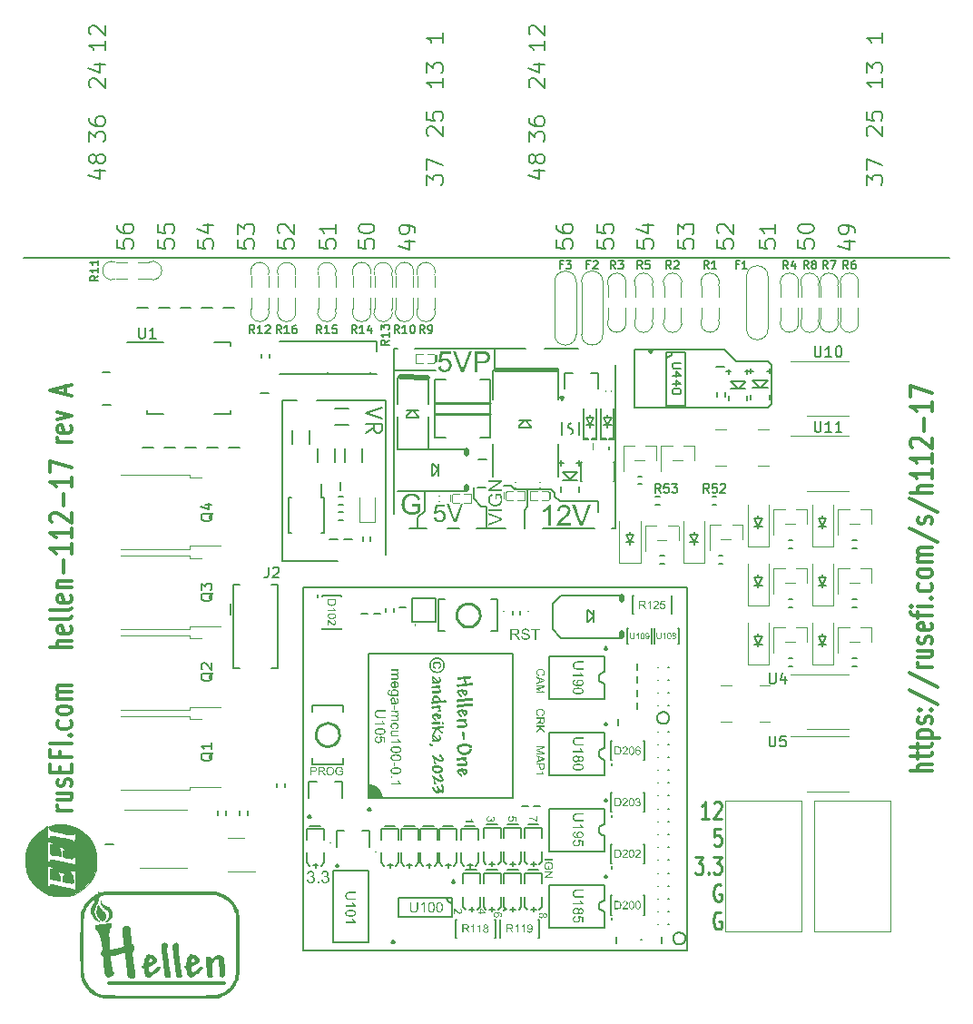
<source format=gto>
G75*
G70*
%OFA0B0*%
%FSLAX25Y25*%
%IPPOS*%
%LPD*%
%AMOC8*
5,1,8,0,0,1.08239X$1,22.5*
%
%ADD10C,0.00787*%
%ADD116C,0.01000*%
%ADD202C,0.00300*%
%ADD62C,0.00591*%
%ADD67C,0.00984*%
%ADD68C,0.01200*%
%ADD69C,0.00500*%
%ADD70C,0.00669*%
%ADD71C,0.00390*%
%ADD72C,0.00472*%
%ADD73C,0.00800*%
%ADD74C,0.00010*%
%ADD75C,0.00394*%
%ADD77C,0.01968*%
%ADD78C,0.01575*%
X0000000Y0000000D02*
%LPD*%
G01*
D67*
X0251607Y0068444D02*
X0248907Y0068444D01*
X0250257Y0068444D02*
X0250257Y0074743D01*
X0250257Y0074743D02*
X0249807Y0073843D01*
X0249807Y0073843D02*
X0249357Y0073244D01*
X0249357Y0073244D02*
X0248907Y0072944D01*
X0253406Y0074143D02*
X0253631Y0074443D01*
X0253631Y0074443D02*
X0254081Y0074743D01*
X0254081Y0074743D02*
X0255206Y0074743D01*
X0255206Y0074743D02*
X0255656Y0074443D01*
X0255656Y0074443D02*
X0255881Y0074143D01*
X0255881Y0074143D02*
X0256106Y0073543D01*
X0256106Y0073543D02*
X0256106Y0072944D01*
X0256106Y0072944D02*
X0255881Y0072044D01*
X0255881Y0072044D02*
X0253181Y0068444D01*
X0253181Y0068444D02*
X0256106Y0068444D01*
X0255881Y0064602D02*
X0253631Y0064602D01*
X0253631Y0064602D02*
X0253406Y0061602D01*
X0253406Y0061602D02*
X0253631Y0061902D01*
X0253631Y0061902D02*
X0254081Y0062202D01*
X0254081Y0062202D02*
X0255206Y0062202D01*
X0255206Y0062202D02*
X0255656Y0061902D01*
X0255656Y0061902D02*
X0255881Y0061602D01*
X0255881Y0061602D02*
X0256106Y0061002D01*
X0256106Y0061002D02*
X0256106Y0059502D01*
X0256106Y0059502D02*
X0255881Y0058902D01*
X0255881Y0058902D02*
X0255656Y0058602D01*
X0255656Y0058602D02*
X0255206Y0058302D01*
X0255206Y0058302D02*
X0254081Y0058302D01*
X0254081Y0058302D02*
X0253631Y0058602D01*
X0253631Y0058602D02*
X0253406Y0058902D01*
X0246432Y0054460D02*
X0249357Y0054460D01*
X0249357Y0054460D02*
X0247782Y0052060D01*
X0247782Y0052060D02*
X0248457Y0052060D01*
X0248457Y0052060D02*
X0248907Y0051760D01*
X0248907Y0051760D02*
X0249132Y0051460D01*
X0249132Y0051460D02*
X0249357Y0050860D01*
X0249357Y0050860D02*
X0249357Y0049361D01*
X0249357Y0049361D02*
X0249132Y0048761D01*
X0249132Y0048761D02*
X0248907Y0048461D01*
X0248907Y0048461D02*
X0248457Y0048161D01*
X0248457Y0048161D02*
X0247107Y0048161D01*
X0247107Y0048161D02*
X0246657Y0048461D01*
X0246657Y0048461D02*
X0246432Y0048761D01*
X0251382Y0048761D02*
X0251607Y0048461D01*
X0251607Y0048461D02*
X0251382Y0048161D01*
X0251382Y0048161D02*
X0251157Y0048461D01*
X0251157Y0048461D02*
X0251382Y0048761D01*
X0251382Y0048761D02*
X0251382Y0048161D01*
X0253181Y0054460D02*
X0256106Y0054460D01*
X0256106Y0054460D02*
X0254531Y0052060D01*
X0254531Y0052060D02*
X0255206Y0052060D01*
X0255206Y0052060D02*
X0255656Y0051760D01*
X0255656Y0051760D02*
X0255881Y0051460D01*
X0255881Y0051460D02*
X0256106Y0050860D01*
X0256106Y0050860D02*
X0256106Y0049361D01*
X0256106Y0049361D02*
X0255881Y0048761D01*
X0255881Y0048761D02*
X0255656Y0048461D01*
X0255656Y0048461D02*
X0255206Y0048161D01*
X0255206Y0048161D02*
X0253856Y0048161D01*
X0253856Y0048161D02*
X0253406Y0048461D01*
X0253406Y0048461D02*
X0253181Y0048761D01*
X0255881Y0044018D02*
X0255431Y0044318D01*
X0255431Y0044318D02*
X0254756Y0044318D01*
X0254756Y0044318D02*
X0254081Y0044018D01*
X0254081Y0044018D02*
X0253631Y0043418D01*
X0253631Y0043418D02*
X0253406Y0042818D01*
X0253406Y0042818D02*
X0253181Y0041618D01*
X0253181Y0041618D02*
X0253181Y0040719D01*
X0253181Y0040719D02*
X0253406Y0039519D01*
X0253406Y0039519D02*
X0253631Y0038919D01*
X0253631Y0038919D02*
X0254081Y0038319D01*
X0254081Y0038319D02*
X0254756Y0038019D01*
X0254756Y0038019D02*
X0255206Y0038019D01*
X0255206Y0038019D02*
X0255881Y0038319D01*
X0255881Y0038319D02*
X0256106Y0038619D01*
X0256106Y0038619D02*
X0256106Y0040719D01*
X0256106Y0040719D02*
X0255206Y0040719D01*
X0255881Y0033876D02*
X0255431Y0034176D01*
X0255431Y0034176D02*
X0254756Y0034176D01*
X0254756Y0034176D02*
X0254081Y0033876D01*
X0254081Y0033876D02*
X0253631Y0033277D01*
X0253631Y0033277D02*
X0253406Y0032677D01*
X0253406Y0032677D02*
X0253181Y0031477D01*
X0253181Y0031477D02*
X0253181Y0030577D01*
X0253181Y0030577D02*
X0253406Y0029377D01*
X0253406Y0029377D02*
X0253631Y0028777D01*
X0253631Y0028777D02*
X0254081Y0028177D01*
X0254081Y0028177D02*
X0254756Y0027877D01*
X0254756Y0027877D02*
X0255206Y0027877D01*
X0255206Y0027877D02*
X0255881Y0028177D01*
X0255881Y0028177D02*
X0256106Y0028477D01*
X0256106Y0028477D02*
X0256106Y0030577D01*
X0256106Y0030577D02*
X0255206Y0030577D01*
D68*
X0017418Y0131277D02*
X0009418Y0131277D01*
X0017418Y0133848D02*
X0013228Y0133848D01*
X0013228Y0133848D02*
X0012466Y0133562D01*
X0012466Y0133562D02*
X0012085Y0132991D01*
X0012085Y0132991D02*
X0012085Y0132134D01*
X0012085Y0132134D02*
X0012466Y0131562D01*
X0012466Y0131562D02*
X0012847Y0131277D01*
X0017037Y0138991D02*
X0017418Y0138420D01*
X0017418Y0138420D02*
X0017418Y0137277D01*
X0017418Y0137277D02*
X0017037Y0136705D01*
X0017037Y0136705D02*
X0016275Y0136420D01*
X0016275Y0136420D02*
X0013228Y0136420D01*
X0013228Y0136420D02*
X0012466Y0136705D01*
X0012466Y0136705D02*
X0012085Y0137277D01*
X0012085Y0137277D02*
X0012085Y0138420D01*
X0012085Y0138420D02*
X0012466Y0138991D01*
X0012466Y0138991D02*
X0013228Y0139277D01*
X0013228Y0139277D02*
X0013990Y0139277D01*
X0013990Y0139277D02*
X0014751Y0136420D01*
X0017418Y0142705D02*
X0017037Y0142134D01*
X0017037Y0142134D02*
X0016275Y0141848D01*
X0016275Y0141848D02*
X0009418Y0141848D01*
X0017418Y0145848D02*
X0017037Y0145277D01*
X0017037Y0145277D02*
X0016275Y0144991D01*
X0016275Y0144991D02*
X0009418Y0144991D01*
X0017037Y0150420D02*
X0017418Y0149848D01*
X0017418Y0149848D02*
X0017418Y0148705D01*
X0017418Y0148705D02*
X0017037Y0148134D01*
X0017037Y0148134D02*
X0016275Y0147848D01*
X0016275Y0147848D02*
X0013228Y0147848D01*
X0013228Y0147848D02*
X0012466Y0148134D01*
X0012466Y0148134D02*
X0012085Y0148705D01*
X0012085Y0148705D02*
X0012085Y0149848D01*
X0012085Y0149848D02*
X0012466Y0150420D01*
X0012466Y0150420D02*
X0013228Y0150705D01*
X0013228Y0150705D02*
X0013990Y0150705D01*
X0013990Y0150705D02*
X0014751Y0147848D01*
X0012085Y0153277D02*
X0017418Y0153277D01*
X0012847Y0153277D02*
X0012466Y0153562D01*
X0012466Y0153562D02*
X0012085Y0154134D01*
X0012085Y0154134D02*
X0012085Y0154991D01*
X0012085Y0154991D02*
X0012466Y0155562D01*
X0012466Y0155562D02*
X0013228Y0155848D01*
X0013228Y0155848D02*
X0017418Y0155848D01*
X0014370Y0158705D02*
X0014370Y0163277D01*
X0017418Y0169277D02*
X0017418Y0165848D01*
X0017418Y0167562D02*
X0009418Y0167562D01*
X0009418Y0167562D02*
X0010561Y0166991D01*
X0010561Y0166991D02*
X0011323Y0166420D01*
X0011323Y0166420D02*
X0011704Y0165848D01*
X0017418Y0174991D02*
X0017418Y0171562D01*
X0017418Y0173277D02*
X0009418Y0173277D01*
X0009418Y0173277D02*
X0010561Y0172705D01*
X0010561Y0172705D02*
X0011323Y0172134D01*
X0011323Y0172134D02*
X0011704Y0171562D01*
X0010180Y0177277D02*
X0009799Y0177562D01*
X0009799Y0177562D02*
X0009418Y0178134D01*
X0009418Y0178134D02*
X0009418Y0179562D01*
X0009418Y0179562D02*
X0009799Y0180134D01*
X0009799Y0180134D02*
X0010180Y0180420D01*
X0010180Y0180420D02*
X0010942Y0180705D01*
X0010942Y0180705D02*
X0011704Y0180705D01*
X0011704Y0180705D02*
X0012847Y0180420D01*
X0012847Y0180420D02*
X0017418Y0176991D01*
X0017418Y0176991D02*
X0017418Y0180705D01*
X0014370Y0183277D02*
X0014370Y0187848D01*
X0017418Y0193848D02*
X0017418Y0190420D01*
X0017418Y0192134D02*
X0009418Y0192134D01*
X0009418Y0192134D02*
X0010561Y0191562D01*
X0010561Y0191562D02*
X0011323Y0190991D01*
X0011323Y0190991D02*
X0011704Y0190420D01*
X0009418Y0195848D02*
X0009418Y0199848D01*
X0009418Y0199848D02*
X0017418Y0197277D01*
X0017418Y0206705D02*
X0012085Y0206705D01*
X0013609Y0206705D02*
X0012847Y0206991D01*
X0012847Y0206991D02*
X0012466Y0207277D01*
X0012466Y0207277D02*
X0012085Y0207848D01*
X0012085Y0207848D02*
X0012085Y0208420D01*
X0017037Y0212705D02*
X0017418Y0212134D01*
X0017418Y0212134D02*
X0017418Y0210991D01*
X0017418Y0210991D02*
X0017037Y0210420D01*
X0017037Y0210420D02*
X0016275Y0210134D01*
X0016275Y0210134D02*
X0013228Y0210134D01*
X0013228Y0210134D02*
X0012466Y0210420D01*
X0012466Y0210420D02*
X0012085Y0210991D01*
X0012085Y0210991D02*
X0012085Y0212134D01*
X0012085Y0212134D02*
X0012466Y0212705D01*
X0012466Y0212705D02*
X0013228Y0212991D01*
X0013228Y0212991D02*
X0013990Y0212991D01*
X0013990Y0212991D02*
X0014751Y0210134D01*
X0012085Y0214991D02*
X0017418Y0216420D01*
X0017418Y0216420D02*
X0012085Y0217848D01*
X0015132Y0224420D02*
X0015132Y0227277D01*
X0017418Y0223848D02*
X0009418Y0225848D01*
X0009418Y0225848D02*
X0017418Y0227848D01*
X0333560Y0085871D02*
X0325560Y0085871D01*
X0333560Y0088442D02*
X0329369Y0088442D01*
X0329369Y0088442D02*
X0328607Y0088156D01*
X0328607Y0088156D02*
X0328226Y0087585D01*
X0328226Y0087585D02*
X0328226Y0086728D01*
X0328226Y0086728D02*
X0328607Y0086156D01*
X0328607Y0086156D02*
X0328988Y0085871D01*
X0328226Y0090442D02*
X0328226Y0092728D01*
X0325560Y0091299D02*
X0332417Y0091299D01*
X0332417Y0091299D02*
X0333179Y0091585D01*
X0333179Y0091585D02*
X0333560Y0092156D01*
X0333560Y0092156D02*
X0333560Y0092728D01*
X0328226Y0093871D02*
X0328226Y0096156D01*
X0325560Y0094728D02*
X0332417Y0094728D01*
X0332417Y0094728D02*
X0333179Y0095014D01*
X0333179Y0095014D02*
X0333560Y0095585D01*
X0333560Y0095585D02*
X0333560Y0096156D01*
X0328226Y0098156D02*
X0336226Y0098156D01*
X0328607Y0098156D02*
X0328226Y0098728D01*
X0328226Y0098728D02*
X0328226Y0099871D01*
X0328226Y0099871D02*
X0328607Y0100442D01*
X0328607Y0100442D02*
X0328988Y0100728D01*
X0328988Y0100728D02*
X0329750Y0101014D01*
X0329750Y0101014D02*
X0332036Y0101014D01*
X0332036Y0101014D02*
X0332798Y0100728D01*
X0332798Y0100728D02*
X0333179Y0100442D01*
X0333179Y0100442D02*
X0333560Y0099871D01*
X0333560Y0099871D02*
X0333560Y0098728D01*
X0333560Y0098728D02*
X0333179Y0098156D01*
X0333179Y0103299D02*
X0333560Y0103871D01*
X0333560Y0103871D02*
X0333560Y0105014D01*
X0333560Y0105014D02*
X0333179Y0105585D01*
X0333179Y0105585D02*
X0332417Y0105871D01*
X0332417Y0105871D02*
X0332036Y0105871D01*
X0332036Y0105871D02*
X0331274Y0105585D01*
X0331274Y0105585D02*
X0330893Y0105014D01*
X0330893Y0105014D02*
X0330893Y0104156D01*
X0330893Y0104156D02*
X0330512Y0103585D01*
X0330512Y0103585D02*
X0329750Y0103299D01*
X0329750Y0103299D02*
X0329369Y0103299D01*
X0329369Y0103299D02*
X0328607Y0103585D01*
X0328607Y0103585D02*
X0328226Y0104156D01*
X0328226Y0104156D02*
X0328226Y0105014D01*
X0328226Y0105014D02*
X0328607Y0105585D01*
X0332798Y0108442D02*
X0333179Y0108728D01*
X0333179Y0108728D02*
X0333560Y0108442D01*
X0333560Y0108442D02*
X0333179Y0108156D01*
X0333179Y0108156D02*
X0332798Y0108442D01*
X0332798Y0108442D02*
X0333560Y0108442D01*
X0328607Y0108442D02*
X0328988Y0108728D01*
X0328988Y0108728D02*
X0329369Y0108442D01*
X0329369Y0108442D02*
X0328988Y0108156D01*
X0328988Y0108156D02*
X0328607Y0108442D01*
X0328607Y0108442D02*
X0329369Y0108442D01*
X0325179Y0115585D02*
X0335465Y0110442D01*
X0325179Y0121871D02*
X0335465Y0116728D01*
X0333560Y0123871D02*
X0328226Y0123871D01*
X0329750Y0123871D02*
X0328988Y0124156D01*
X0328988Y0124156D02*
X0328607Y0124442D01*
X0328607Y0124442D02*
X0328226Y0125013D01*
X0328226Y0125013D02*
X0328226Y0125585D01*
X0328226Y0130156D02*
X0333560Y0130156D01*
X0328226Y0127585D02*
X0332417Y0127585D01*
X0332417Y0127585D02*
X0333179Y0127871D01*
X0333179Y0127871D02*
X0333560Y0128442D01*
X0333560Y0128442D02*
X0333560Y0129299D01*
X0333560Y0129299D02*
X0333179Y0129871D01*
X0333179Y0129871D02*
X0332798Y0130156D01*
X0333179Y0132728D02*
X0333560Y0133299D01*
X0333560Y0133299D02*
X0333560Y0134442D01*
X0333560Y0134442D02*
X0333179Y0135014D01*
X0333179Y0135014D02*
X0332417Y0135299D01*
X0332417Y0135299D02*
X0332036Y0135299D01*
X0332036Y0135299D02*
X0331274Y0135014D01*
X0331274Y0135014D02*
X0330893Y0134442D01*
X0330893Y0134442D02*
X0330893Y0133585D01*
X0330893Y0133585D02*
X0330512Y0133014D01*
X0330512Y0133014D02*
X0329750Y0132728D01*
X0329750Y0132728D02*
X0329369Y0132728D01*
X0329369Y0132728D02*
X0328607Y0133014D01*
X0328607Y0133014D02*
X0328226Y0133585D01*
X0328226Y0133585D02*
X0328226Y0134442D01*
X0328226Y0134442D02*
X0328607Y0135014D01*
X0333179Y0140156D02*
X0333560Y0139585D01*
X0333560Y0139585D02*
X0333560Y0138442D01*
X0333560Y0138442D02*
X0333179Y0137871D01*
X0333179Y0137871D02*
X0332417Y0137585D01*
X0332417Y0137585D02*
X0329369Y0137585D01*
X0329369Y0137585D02*
X0328607Y0137871D01*
X0328607Y0137871D02*
X0328226Y0138442D01*
X0328226Y0138442D02*
X0328226Y0139585D01*
X0328226Y0139585D02*
X0328607Y0140156D01*
X0328607Y0140156D02*
X0329369Y0140442D01*
X0329369Y0140442D02*
X0330131Y0140442D01*
X0330131Y0140442D02*
X0330893Y0137585D01*
X0328226Y0142156D02*
X0328226Y0144442D01*
X0333560Y0143014D02*
X0326703Y0143014D01*
X0326703Y0143014D02*
X0325941Y0143299D01*
X0325941Y0143299D02*
X0325560Y0143871D01*
X0325560Y0143871D02*
X0325560Y0144442D01*
X0333560Y0146442D02*
X0328226Y0146442D01*
X0325560Y0146442D02*
X0325941Y0146156D01*
X0325941Y0146156D02*
X0326322Y0146442D01*
X0326322Y0146442D02*
X0325941Y0146728D01*
X0325941Y0146728D02*
X0325560Y0146442D01*
X0325560Y0146442D02*
X0326322Y0146442D01*
X0332798Y0149299D02*
X0333179Y0149585D01*
X0333179Y0149585D02*
X0333560Y0149299D01*
X0333560Y0149299D02*
X0333179Y0149013D01*
X0333179Y0149013D02*
X0332798Y0149299D01*
X0332798Y0149299D02*
X0333560Y0149299D01*
X0333179Y0154728D02*
X0333560Y0154156D01*
X0333560Y0154156D02*
X0333560Y0153013D01*
X0333560Y0153013D02*
X0333179Y0152442D01*
X0333179Y0152442D02*
X0332798Y0152156D01*
X0332798Y0152156D02*
X0332036Y0151871D01*
X0332036Y0151871D02*
X0329750Y0151871D01*
X0329750Y0151871D02*
X0328988Y0152156D01*
X0328988Y0152156D02*
X0328607Y0152442D01*
X0328607Y0152442D02*
X0328226Y0153013D01*
X0328226Y0153013D02*
X0328226Y0154156D01*
X0328226Y0154156D02*
X0328607Y0154728D01*
X0333560Y0158156D02*
X0333179Y0157585D01*
X0333179Y0157585D02*
X0332798Y0157299D01*
X0332798Y0157299D02*
X0332036Y0157013D01*
X0332036Y0157013D02*
X0329750Y0157013D01*
X0329750Y0157013D02*
X0328988Y0157299D01*
X0328988Y0157299D02*
X0328607Y0157585D01*
X0328607Y0157585D02*
X0328226Y0158156D01*
X0328226Y0158156D02*
X0328226Y0159013D01*
X0328226Y0159013D02*
X0328607Y0159585D01*
X0328607Y0159585D02*
X0328988Y0159871D01*
X0328988Y0159871D02*
X0329750Y0160156D01*
X0329750Y0160156D02*
X0332036Y0160156D01*
X0332036Y0160156D02*
X0332798Y0159871D01*
X0332798Y0159871D02*
X0333179Y0159585D01*
X0333179Y0159585D02*
X0333560Y0159013D01*
X0333560Y0159013D02*
X0333560Y0158156D01*
X0333560Y0162728D02*
X0328226Y0162728D01*
X0328988Y0162728D02*
X0328607Y0163013D01*
X0328607Y0163013D02*
X0328226Y0163585D01*
X0328226Y0163585D02*
X0328226Y0164442D01*
X0328226Y0164442D02*
X0328607Y0165013D01*
X0328607Y0165013D02*
X0329369Y0165299D01*
X0329369Y0165299D02*
X0333560Y0165299D01*
X0329369Y0165299D02*
X0328607Y0165585D01*
X0328607Y0165585D02*
X0328226Y0166156D01*
X0328226Y0166156D02*
X0328226Y0167013D01*
X0328226Y0167013D02*
X0328607Y0167585D01*
X0328607Y0167585D02*
X0329369Y0167871D01*
X0329369Y0167871D02*
X0333560Y0167871D01*
X0325179Y0175013D02*
X0335465Y0169871D01*
X0333179Y0176728D02*
X0333560Y0177299D01*
X0333560Y0177299D02*
X0333560Y0178442D01*
X0333560Y0178442D02*
X0333179Y0179013D01*
X0333179Y0179013D02*
X0332417Y0179299D01*
X0332417Y0179299D02*
X0332036Y0179299D01*
X0332036Y0179299D02*
X0331274Y0179013D01*
X0331274Y0179013D02*
X0330893Y0178442D01*
X0330893Y0178442D02*
X0330893Y0177585D01*
X0330893Y0177585D02*
X0330512Y0177013D01*
X0330512Y0177013D02*
X0329750Y0176728D01*
X0329750Y0176728D02*
X0329369Y0176728D01*
X0329369Y0176728D02*
X0328607Y0177013D01*
X0328607Y0177013D02*
X0328226Y0177585D01*
X0328226Y0177585D02*
X0328226Y0178442D01*
X0328226Y0178442D02*
X0328607Y0179013D01*
X0325179Y0186156D02*
X0335465Y0181013D01*
X0333560Y0188156D02*
X0325560Y0188156D01*
X0333560Y0190728D02*
X0329369Y0190728D01*
X0329369Y0190728D02*
X0328607Y0190442D01*
X0328607Y0190442D02*
X0328226Y0189871D01*
X0328226Y0189871D02*
X0328226Y0189013D01*
X0328226Y0189013D02*
X0328607Y0188442D01*
X0328607Y0188442D02*
X0328988Y0188156D01*
X0333560Y0196728D02*
X0333560Y0193299D01*
X0333560Y0195013D02*
X0325560Y0195013D01*
X0325560Y0195013D02*
X0326703Y0194442D01*
X0326703Y0194442D02*
X0327465Y0193871D01*
X0327465Y0193871D02*
X0327846Y0193299D01*
X0333560Y0202442D02*
X0333560Y0199013D01*
X0333560Y0200728D02*
X0325560Y0200728D01*
X0325560Y0200728D02*
X0326703Y0200156D01*
X0326703Y0200156D02*
X0327465Y0199585D01*
X0327465Y0199585D02*
X0327846Y0199013D01*
X0326322Y0204728D02*
X0325941Y0205013D01*
X0325941Y0205013D02*
X0325560Y0205585D01*
X0325560Y0205585D02*
X0325560Y0207013D01*
X0325560Y0207013D02*
X0325941Y0207585D01*
X0325941Y0207585D02*
X0326322Y0207871D01*
X0326322Y0207871D02*
X0327084Y0208156D01*
X0327084Y0208156D02*
X0327846Y0208156D01*
X0327846Y0208156D02*
X0328988Y0207871D01*
X0328988Y0207871D02*
X0333560Y0204442D01*
X0333560Y0204442D02*
X0333560Y0208156D01*
X0330512Y0210728D02*
X0330512Y0215299D01*
X0333560Y0221299D02*
X0333560Y0217871D01*
X0333560Y0219585D02*
X0325560Y0219585D01*
X0325560Y0219585D02*
X0326703Y0219013D01*
X0326703Y0219013D02*
X0327465Y0218442D01*
X0327465Y0218442D02*
X0327846Y0217871D01*
X0325560Y0223299D02*
X0325560Y0227299D01*
X0325560Y0227299D02*
X0333560Y0224728D01*
X0017418Y0071488D02*
X0012085Y0071488D01*
X0013609Y0071488D02*
X0012847Y0071774D01*
X0012847Y0071774D02*
X0012466Y0072060D01*
X0012466Y0072060D02*
X0012085Y0072631D01*
X0012085Y0072631D02*
X0012085Y0073202D01*
X0012085Y0077774D02*
X0017418Y0077774D01*
X0012085Y0075202D02*
X0016275Y0075202D01*
X0016275Y0075202D02*
X0017037Y0075488D01*
X0017037Y0075488D02*
X0017418Y0076060D01*
X0017418Y0076060D02*
X0017418Y0076917D01*
X0017418Y0076917D02*
X0017037Y0077488D01*
X0017037Y0077488D02*
X0016656Y0077774D01*
X0017037Y0080345D02*
X0017418Y0080917D01*
X0017418Y0080917D02*
X0017418Y0082060D01*
X0017418Y0082060D02*
X0017037Y0082631D01*
X0017037Y0082631D02*
X0016275Y0082917D01*
X0016275Y0082917D02*
X0015894Y0082917D01*
X0015894Y0082917D02*
X0015132Y0082631D01*
X0015132Y0082631D02*
X0014751Y0082060D01*
X0014751Y0082060D02*
X0014751Y0081202D01*
X0014751Y0081202D02*
X0014370Y0080631D01*
X0014370Y0080631D02*
X0013609Y0080345D01*
X0013609Y0080345D02*
X0013228Y0080345D01*
X0013228Y0080345D02*
X0012466Y0080631D01*
X0012466Y0080631D02*
X0012085Y0081202D01*
X0012085Y0081202D02*
X0012085Y0082060D01*
X0012085Y0082060D02*
X0012466Y0082631D01*
X0013228Y0085488D02*
X0013228Y0087488D01*
X0017418Y0088345D02*
X0017418Y0085488D01*
X0017418Y0085488D02*
X0009418Y0085488D01*
X0009418Y0085488D02*
X0009418Y0088345D01*
X0013228Y0092917D02*
X0013228Y0090917D01*
X0017418Y0090917D02*
X0009418Y0090917D01*
X0009418Y0090917D02*
X0009418Y0093774D01*
X0017418Y0096060D02*
X0009418Y0096060D01*
X0016656Y0098917D02*
X0017037Y0099202D01*
X0017037Y0099202D02*
X0017418Y0098917D01*
X0017418Y0098917D02*
X0017037Y0098631D01*
X0017037Y0098631D02*
X0016656Y0098917D01*
X0016656Y0098917D02*
X0017418Y0098917D01*
X0017037Y0104345D02*
X0017418Y0103774D01*
X0017418Y0103774D02*
X0017418Y0102631D01*
X0017418Y0102631D02*
X0017037Y0102060D01*
X0017037Y0102060D02*
X0016656Y0101774D01*
X0016656Y0101774D02*
X0015894Y0101488D01*
X0015894Y0101488D02*
X0013609Y0101488D01*
X0013609Y0101488D02*
X0012847Y0101774D01*
X0012847Y0101774D02*
X0012466Y0102060D01*
X0012466Y0102060D02*
X0012085Y0102631D01*
X0012085Y0102631D02*
X0012085Y0103774D01*
X0012085Y0103774D02*
X0012466Y0104345D01*
X0017418Y0107774D02*
X0017037Y0107202D01*
X0017037Y0107202D02*
X0016656Y0106917D01*
X0016656Y0106917D02*
X0015894Y0106631D01*
X0015894Y0106631D02*
X0013609Y0106631D01*
X0013609Y0106631D02*
X0012847Y0106917D01*
X0012847Y0106917D02*
X0012466Y0107202D01*
X0012466Y0107202D02*
X0012085Y0107774D01*
X0012085Y0107774D02*
X0012085Y0108631D01*
X0012085Y0108631D02*
X0012466Y0109202D01*
X0012466Y0109202D02*
X0012847Y0109488D01*
X0012847Y0109488D02*
X0013609Y0109774D01*
X0013609Y0109774D02*
X0015894Y0109774D01*
X0015894Y0109774D02*
X0016656Y0109488D01*
X0016656Y0109488D02*
X0017037Y0109202D01*
X0017037Y0109202D02*
X0017418Y0108631D01*
X0017418Y0108631D02*
X0017418Y0107774D01*
X0017418Y0112345D02*
X0012085Y0112345D01*
X0012847Y0112345D02*
X0012466Y0112631D01*
X0012466Y0112631D02*
X0012085Y0113202D01*
X0012085Y0113202D02*
X0012085Y0114060D01*
X0012085Y0114060D02*
X0012466Y0114631D01*
X0012466Y0114631D02*
X0013228Y0114917D01*
X0013228Y0114917D02*
X0017418Y0114917D01*
X0013228Y0114917D02*
X0012466Y0115202D01*
X0012466Y0115202D02*
X0012085Y0115774D01*
X0012085Y0115774D02*
X0012085Y0116631D01*
X0012085Y0116631D02*
X0012466Y0117202D01*
X0012466Y0117202D02*
X0013228Y0117488D01*
X0013228Y0117488D02*
X0017418Y0117488D01*
D62*
X0042176Y0248715D02*
X0042176Y0245528D01*
X0042176Y0245528D02*
X0042363Y0245153D01*
X0042363Y0245153D02*
X0042551Y0244966D01*
X0042551Y0244966D02*
X0042926Y0244778D01*
X0042926Y0244778D02*
X0043676Y0244778D01*
X0043676Y0244778D02*
X0044051Y0244966D01*
X0044051Y0244966D02*
X0044238Y0245153D01*
X0044238Y0245153D02*
X0044425Y0245528D01*
X0044425Y0245528D02*
X0044425Y0248715D01*
X0048362Y0244778D02*
X0046113Y0244778D01*
X0047238Y0244778D02*
X0047238Y0248715D01*
X0047238Y0248715D02*
X0046863Y0248153D01*
X0046863Y0248153D02*
X0046488Y0247778D01*
X0046488Y0247778D02*
X0046113Y0247590D01*
D10*
X0185947Y0336904D02*
X0185666Y0337185D01*
X0185666Y0337185D02*
X0185385Y0337748D01*
X0185385Y0337748D02*
X0185385Y0339154D01*
X0185385Y0339154D02*
X0185666Y0339716D01*
X0185666Y0339716D02*
X0185947Y0339997D01*
X0185947Y0339997D02*
X0186510Y0340279D01*
X0186510Y0340279D02*
X0187072Y0340279D01*
X0187072Y0340279D02*
X0187916Y0339997D01*
X0187916Y0339997D02*
X0191291Y0336623D01*
X0191291Y0336623D02*
X0191291Y0340279D01*
X0187354Y0345340D02*
X0191291Y0345340D01*
X0185104Y0343934D02*
X0189322Y0342528D01*
X0189322Y0342528D02*
X0189322Y0346184D01*
X0153889Y0356870D02*
X0153889Y0353496D01*
X0153889Y0355183D02*
X0147983Y0355183D01*
X0147983Y0355183D02*
X0148827Y0354621D01*
X0148827Y0354621D02*
X0149390Y0354058D01*
X0149390Y0354058D02*
X0149671Y0353496D01*
X0148546Y0319187D02*
X0148265Y0319469D01*
X0148265Y0319469D02*
X0147983Y0320031D01*
X0147983Y0320031D02*
X0147983Y0321437D01*
X0147983Y0321437D02*
X0148265Y0322000D01*
X0148265Y0322000D02*
X0148546Y0322281D01*
X0148546Y0322281D02*
X0149108Y0322562D01*
X0149108Y0322562D02*
X0149671Y0322562D01*
X0149671Y0322562D02*
X0150514Y0322281D01*
X0150514Y0322281D02*
X0153889Y0318906D01*
X0153889Y0318906D02*
X0153889Y0322562D01*
X0147983Y0327905D02*
X0147983Y0325093D01*
X0147983Y0325093D02*
X0150796Y0324812D01*
X0150796Y0324812D02*
X0150514Y0325093D01*
X0150514Y0325093D02*
X0150233Y0325655D01*
X0150233Y0325655D02*
X0150233Y0327062D01*
X0150233Y0327062D02*
X0150514Y0327624D01*
X0150514Y0327624D02*
X0150796Y0327905D01*
X0150796Y0327905D02*
X0151358Y0328186D01*
X0151358Y0328186D02*
X0152764Y0328186D01*
X0152764Y0328186D02*
X0153327Y0327905D01*
X0153327Y0327905D02*
X0153608Y0327624D01*
X0153608Y0327624D02*
X0153889Y0327062D01*
X0153889Y0327062D02*
X0153889Y0325655D01*
X0153889Y0325655D02*
X0153608Y0325093D01*
X0153608Y0325093D02*
X0153327Y0324812D01*
X0301133Y0280267D02*
X0305070Y0280267D01*
X0298883Y0278861D02*
X0303102Y0277455D01*
X0303102Y0277455D02*
X0303102Y0281111D01*
X0305070Y0283642D02*
X0305070Y0284767D01*
X0305070Y0284767D02*
X0304789Y0285329D01*
X0304789Y0285329D02*
X0304508Y0285610D01*
X0304508Y0285610D02*
X0303664Y0286173D01*
X0303664Y0286173D02*
X0302539Y0286454D01*
X0302539Y0286454D02*
X0300289Y0286454D01*
X0300289Y0286454D02*
X0299727Y0286173D01*
X0299727Y0286173D02*
X0299446Y0285892D01*
X0299446Y0285892D02*
X0299165Y0285329D01*
X0299165Y0285329D02*
X0299165Y0284204D01*
X0299165Y0284204D02*
X0299446Y0283642D01*
X0299446Y0283642D02*
X0299727Y0283361D01*
X0299727Y0283361D02*
X0300289Y0283080D01*
X0300289Y0283080D02*
X0301695Y0283080D01*
X0301695Y0283080D02*
X0302258Y0283361D01*
X0302258Y0283361D02*
X0302539Y0283642D01*
X0302539Y0283642D02*
X0302820Y0284204D01*
X0302820Y0284204D02*
X0302820Y0285329D01*
X0302820Y0285329D02*
X0302539Y0285892D01*
X0302539Y0285892D02*
X0302258Y0286173D01*
X0302258Y0286173D02*
X0301695Y0286454D01*
X0093259Y0280942D02*
X0093259Y0278130D01*
X0093259Y0278130D02*
X0096071Y0277849D01*
X0096071Y0277849D02*
X0095790Y0278130D01*
X0095790Y0278130D02*
X0095509Y0278693D01*
X0095509Y0278693D02*
X0095509Y0280099D01*
X0095509Y0280099D02*
X0095790Y0280661D01*
X0095790Y0280661D02*
X0096071Y0280942D01*
X0096071Y0280942D02*
X0096634Y0281223D01*
X0096634Y0281223D02*
X0098040Y0281223D01*
X0098040Y0281223D02*
X0098602Y0280942D01*
X0098602Y0280942D02*
X0098883Y0280661D01*
X0098883Y0280661D02*
X0099165Y0280099D01*
X0099165Y0280099D02*
X0099165Y0278693D01*
X0099165Y0278693D02*
X0098883Y0278130D01*
X0098883Y0278130D02*
X0098602Y0277849D01*
X0093821Y0283473D02*
X0093540Y0283754D01*
X0093540Y0283754D02*
X0093259Y0284317D01*
X0093259Y0284317D02*
X0093259Y0285723D01*
X0093259Y0285723D02*
X0093540Y0286285D01*
X0093540Y0286285D02*
X0093821Y0286567D01*
X0093821Y0286567D02*
X0094384Y0286848D01*
X0094384Y0286848D02*
X0094946Y0286848D01*
X0094946Y0286848D02*
X0095790Y0286567D01*
X0095790Y0286567D02*
X0099165Y0283192D01*
X0099165Y0283192D02*
X0099165Y0286848D01*
X0191291Y0354058D02*
X0191291Y0350684D01*
X0191291Y0352371D02*
X0185385Y0352371D01*
X0185385Y0352371D02*
X0186229Y0351808D01*
X0186229Y0351808D02*
X0186791Y0351246D01*
X0186791Y0351246D02*
X0187072Y0350684D01*
X0185947Y0356308D02*
X0185666Y0356589D01*
X0185666Y0356589D02*
X0185385Y0357151D01*
X0185385Y0357151D02*
X0185385Y0358558D01*
X0185385Y0358558D02*
X0185666Y0359120D01*
X0185666Y0359120D02*
X0185947Y0359401D01*
X0185947Y0359401D02*
X0186510Y0359682D01*
X0186510Y0359682D02*
X0187072Y0359682D01*
X0187072Y0359682D02*
X0187916Y0359401D01*
X0187916Y0359401D02*
X0191291Y0356027D01*
X0191291Y0356027D02*
X0191291Y0359682D01*
X0139716Y0280267D02*
X0143653Y0280267D01*
X0137466Y0278861D02*
X0141684Y0277455D01*
X0141684Y0277455D02*
X0141684Y0281111D01*
X0143653Y0283642D02*
X0143653Y0284767D01*
X0143653Y0284767D02*
X0143372Y0285329D01*
X0143372Y0285329D02*
X0143090Y0285610D01*
X0143090Y0285610D02*
X0142247Y0286173D01*
X0142247Y0286173D02*
X0141122Y0286454D01*
X0141122Y0286454D02*
X0138872Y0286454D01*
X0138872Y0286454D02*
X0138310Y0286173D01*
X0138310Y0286173D02*
X0138028Y0285892D01*
X0138028Y0285892D02*
X0137747Y0285329D01*
X0137747Y0285329D02*
X0137747Y0284204D01*
X0137747Y0284204D02*
X0138028Y0283642D01*
X0138028Y0283642D02*
X0138310Y0283361D01*
X0138310Y0283361D02*
X0138872Y0283080D01*
X0138872Y0283080D02*
X0140278Y0283080D01*
X0140278Y0283080D02*
X0140841Y0283361D01*
X0140841Y0283361D02*
X0141122Y0283642D01*
X0141122Y0283642D02*
X0141403Y0284204D01*
X0141403Y0284204D02*
X0141403Y0285329D01*
X0141403Y0285329D02*
X0141122Y0285892D01*
X0141122Y0285892D02*
X0140841Y0286173D01*
X0140841Y0286173D02*
X0140278Y0286454D01*
X0025936Y0306252D02*
X0029873Y0306252D01*
X0023686Y0304846D02*
X0027905Y0303439D01*
X0027905Y0303439D02*
X0027905Y0307095D01*
X0026499Y0310189D02*
X0026217Y0309626D01*
X0026217Y0309626D02*
X0025936Y0309345D01*
X0025936Y0309345D02*
X0025374Y0309064D01*
X0025374Y0309064D02*
X0025093Y0309064D01*
X0025093Y0309064D02*
X0024530Y0309345D01*
X0024530Y0309345D02*
X0024249Y0309626D01*
X0024249Y0309626D02*
X0023968Y0310189D01*
X0023968Y0310189D02*
X0023968Y0311313D01*
X0023968Y0311313D02*
X0024249Y0311876D01*
X0024249Y0311876D02*
X0024530Y0312157D01*
X0024530Y0312157D02*
X0025093Y0312438D01*
X0025093Y0312438D02*
X0025374Y0312438D01*
X0025374Y0312438D02*
X0025936Y0312157D01*
X0025936Y0312157D02*
X0026217Y0311876D01*
X0026217Y0311876D02*
X0026499Y0311313D01*
X0026499Y0311313D02*
X0026499Y0310189D01*
X0026499Y0310189D02*
X0026780Y0309626D01*
X0026780Y0309626D02*
X0027061Y0309345D01*
X0027061Y0309345D02*
X0027623Y0309064D01*
X0027623Y0309064D02*
X0028748Y0309064D01*
X0028748Y0309064D02*
X0029311Y0309345D01*
X0029311Y0309345D02*
X0029592Y0309626D01*
X0029592Y0309626D02*
X0029873Y0310189D01*
X0029873Y0310189D02*
X0029873Y0311313D01*
X0029873Y0311313D02*
X0029592Y0311876D01*
X0029592Y0311876D02*
X0029311Y0312157D01*
X0029311Y0312157D02*
X0028748Y0312438D01*
X0028748Y0312438D02*
X0027623Y0312438D01*
X0027623Y0312438D02*
X0027061Y0312157D01*
X0027061Y0312157D02*
X0026780Y0311876D01*
X0026780Y0311876D02*
X0026499Y0311313D01*
X0309963Y0319187D02*
X0309682Y0319469D01*
X0309682Y0319469D02*
X0309401Y0320031D01*
X0309401Y0320031D02*
X0309401Y0321437D01*
X0309401Y0321437D02*
X0309682Y0322000D01*
X0309682Y0322000D02*
X0309963Y0322281D01*
X0309963Y0322281D02*
X0310526Y0322562D01*
X0310526Y0322562D02*
X0311088Y0322562D01*
X0311088Y0322562D02*
X0311932Y0322281D01*
X0311932Y0322281D02*
X0315306Y0318906D01*
X0315306Y0318906D02*
X0315306Y0322562D01*
X0309401Y0327905D02*
X0309401Y0325093D01*
X0309401Y0325093D02*
X0312213Y0324812D01*
X0312213Y0324812D02*
X0311932Y0325093D01*
X0311932Y0325093D02*
X0311650Y0325655D01*
X0311650Y0325655D02*
X0311650Y0327062D01*
X0311650Y0327062D02*
X0311932Y0327624D01*
X0311932Y0327624D02*
X0312213Y0327905D01*
X0312213Y0327905D02*
X0312775Y0328186D01*
X0312775Y0328186D02*
X0314181Y0328186D01*
X0314181Y0328186D02*
X0314744Y0327905D01*
X0314744Y0327905D02*
X0315025Y0327624D01*
X0315025Y0327624D02*
X0315306Y0327062D01*
X0315306Y0327062D02*
X0315306Y0325655D01*
X0315306Y0325655D02*
X0315025Y0325093D01*
X0315025Y0325093D02*
X0314744Y0324812D01*
X0195621Y0280942D02*
X0195621Y0278130D01*
X0195621Y0278130D02*
X0198433Y0277849D01*
X0198433Y0277849D02*
X0198152Y0278130D01*
X0198152Y0278130D02*
X0197871Y0278693D01*
X0197871Y0278693D02*
X0197871Y0280099D01*
X0197871Y0280099D02*
X0198152Y0280661D01*
X0198152Y0280661D02*
X0198433Y0280942D01*
X0198433Y0280942D02*
X0198996Y0281223D01*
X0198996Y0281223D02*
X0200402Y0281223D01*
X0200402Y0281223D02*
X0200964Y0280942D01*
X0200964Y0280942D02*
X0201246Y0280661D01*
X0201246Y0280661D02*
X0201527Y0280099D01*
X0201527Y0280099D02*
X0201527Y0278693D01*
X0201527Y0278693D02*
X0201246Y0278130D01*
X0201246Y0278130D02*
X0200964Y0277849D01*
X0195621Y0286285D02*
X0195621Y0285160D01*
X0195621Y0285160D02*
X0195902Y0284598D01*
X0195902Y0284598D02*
X0196184Y0284317D01*
X0196184Y0284317D02*
X0197027Y0283754D01*
X0197027Y0283754D02*
X0198152Y0283473D01*
X0198152Y0283473D02*
X0200402Y0283473D01*
X0200402Y0283473D02*
X0200964Y0283754D01*
X0200964Y0283754D02*
X0201246Y0284036D01*
X0201246Y0284036D02*
X0201527Y0284598D01*
X0201527Y0284598D02*
X0201527Y0285723D01*
X0201527Y0285723D02*
X0201246Y0286285D01*
X0201246Y0286285D02*
X0200964Y0286567D01*
X0200964Y0286567D02*
X0200402Y0286848D01*
X0200402Y0286848D02*
X0198996Y0286848D01*
X0198996Y0286848D02*
X0198433Y0286567D01*
X0198433Y0286567D02*
X0198152Y0286285D01*
X0198152Y0286285D02*
X0197871Y0285723D01*
X0197871Y0285723D02*
X0197871Y0284598D01*
X0197871Y0284598D02*
X0198152Y0284036D01*
X0198152Y0284036D02*
X0198433Y0283754D01*
X0198433Y0283754D02*
X0198996Y0283473D01*
X0049165Y0280942D02*
X0049165Y0278130D01*
X0049165Y0278130D02*
X0051977Y0277849D01*
X0051977Y0277849D02*
X0051695Y0278130D01*
X0051695Y0278130D02*
X0051414Y0278693D01*
X0051414Y0278693D02*
X0051414Y0280099D01*
X0051414Y0280099D02*
X0051695Y0280661D01*
X0051695Y0280661D02*
X0051977Y0280942D01*
X0051977Y0280942D02*
X0052539Y0281223D01*
X0052539Y0281223D02*
X0053945Y0281223D01*
X0053945Y0281223D02*
X0054508Y0280942D01*
X0054508Y0280942D02*
X0054789Y0280661D01*
X0054789Y0280661D02*
X0055070Y0280099D01*
X0055070Y0280099D02*
X0055070Y0278693D01*
X0055070Y0278693D02*
X0054789Y0278130D01*
X0054789Y0278130D02*
X0054508Y0277849D01*
X0049165Y0286567D02*
X0049165Y0283754D01*
X0049165Y0283754D02*
X0051977Y0283473D01*
X0051977Y0283473D02*
X0051695Y0283754D01*
X0051695Y0283754D02*
X0051414Y0284317D01*
X0051414Y0284317D02*
X0051414Y0285723D01*
X0051414Y0285723D02*
X0051695Y0286285D01*
X0051695Y0286285D02*
X0051977Y0286567D01*
X0051977Y0286567D02*
X0052539Y0286848D01*
X0052539Y0286848D02*
X0053945Y0286848D01*
X0053945Y0286848D02*
X0054508Y0286567D01*
X0054508Y0286567D02*
X0054789Y0286285D01*
X0054789Y0286285D02*
X0055070Y0285723D01*
X0055070Y0285723D02*
X0055070Y0284317D01*
X0055070Y0284317D02*
X0054789Y0283754D01*
X0054789Y0283754D02*
X0054508Y0283473D01*
X0309401Y0301190D02*
X0309401Y0304846D01*
X0309401Y0304846D02*
X0311650Y0302877D01*
X0311650Y0302877D02*
X0311650Y0303721D01*
X0311650Y0303721D02*
X0311932Y0304283D01*
X0311932Y0304283D02*
X0312213Y0304564D01*
X0312213Y0304564D02*
X0312775Y0304846D01*
X0312775Y0304846D02*
X0314181Y0304846D01*
X0314181Y0304846D02*
X0314744Y0304564D01*
X0314744Y0304564D02*
X0315025Y0304283D01*
X0315025Y0304283D02*
X0315306Y0303721D01*
X0315306Y0303721D02*
X0315306Y0302033D01*
X0315306Y0302033D02*
X0315025Y0301471D01*
X0315025Y0301471D02*
X0314744Y0301190D01*
X0309401Y0306814D02*
X0309401Y0310751D01*
X0309401Y0310751D02*
X0315306Y0308220D01*
X0225149Y0280942D02*
X0225149Y0278130D01*
X0225149Y0278130D02*
X0227961Y0277849D01*
X0227961Y0277849D02*
X0227680Y0278130D01*
X0227680Y0278130D02*
X0227399Y0278693D01*
X0227399Y0278693D02*
X0227399Y0280099D01*
X0227399Y0280099D02*
X0227680Y0280661D01*
X0227680Y0280661D02*
X0227961Y0280942D01*
X0227961Y0280942D02*
X0228523Y0281223D01*
X0228523Y0281223D02*
X0229929Y0281223D01*
X0229929Y0281223D02*
X0230492Y0280942D01*
X0230492Y0280942D02*
X0230773Y0280661D01*
X0230773Y0280661D02*
X0231054Y0280099D01*
X0231054Y0280099D02*
X0231054Y0278693D01*
X0231054Y0278693D02*
X0230773Y0278130D01*
X0230773Y0278130D02*
X0230492Y0277849D01*
X0227117Y0286285D02*
X0231054Y0286285D01*
X0224868Y0284879D02*
X0229086Y0283473D01*
X0229086Y0283473D02*
X0229086Y0287129D01*
X0034204Y0280942D02*
X0034204Y0278130D01*
X0034204Y0278130D02*
X0037016Y0277849D01*
X0037016Y0277849D02*
X0036735Y0278130D01*
X0036735Y0278130D02*
X0036454Y0278693D01*
X0036454Y0278693D02*
X0036454Y0280099D01*
X0036454Y0280099D02*
X0036735Y0280661D01*
X0036735Y0280661D02*
X0037016Y0280942D01*
X0037016Y0280942D02*
X0037578Y0281223D01*
X0037578Y0281223D02*
X0038985Y0281223D01*
X0038985Y0281223D02*
X0039547Y0280942D01*
X0039547Y0280942D02*
X0039828Y0280661D01*
X0039828Y0280661D02*
X0040109Y0280099D01*
X0040109Y0280099D02*
X0040109Y0278693D01*
X0040109Y0278693D02*
X0039828Y0278130D01*
X0039828Y0278130D02*
X0039547Y0277849D01*
X0034204Y0286285D02*
X0034204Y0285160D01*
X0034204Y0285160D02*
X0034485Y0284598D01*
X0034485Y0284598D02*
X0034766Y0284317D01*
X0034766Y0284317D02*
X0035610Y0283754D01*
X0035610Y0283754D02*
X0036735Y0283473D01*
X0036735Y0283473D02*
X0038985Y0283473D01*
X0038985Y0283473D02*
X0039547Y0283754D01*
X0039547Y0283754D02*
X0039828Y0284036D01*
X0039828Y0284036D02*
X0040109Y0284598D01*
X0040109Y0284598D02*
X0040109Y0285723D01*
X0040109Y0285723D02*
X0039828Y0286285D01*
X0039828Y0286285D02*
X0039547Y0286567D01*
X0039547Y0286567D02*
X0038985Y0286848D01*
X0038985Y0286848D02*
X0037578Y0286848D01*
X0037578Y0286848D02*
X0037016Y0286567D01*
X0037016Y0286567D02*
X0036735Y0286285D01*
X0036735Y0286285D02*
X0036454Y0285723D01*
X0036454Y0285723D02*
X0036454Y0284598D01*
X0036454Y0284598D02*
X0036735Y0284036D01*
X0036735Y0284036D02*
X0037016Y0283754D01*
X0037016Y0283754D02*
X0037578Y0283473D01*
X0240109Y0280942D02*
X0240109Y0278130D01*
X0240109Y0278130D02*
X0242922Y0277849D01*
X0242922Y0277849D02*
X0242640Y0278130D01*
X0242640Y0278130D02*
X0242359Y0278693D01*
X0242359Y0278693D02*
X0242359Y0280099D01*
X0242359Y0280099D02*
X0242640Y0280661D01*
X0242640Y0280661D02*
X0242922Y0280942D01*
X0242922Y0280942D02*
X0243484Y0281223D01*
X0243484Y0281223D02*
X0244890Y0281223D01*
X0244890Y0281223D02*
X0245453Y0280942D01*
X0245453Y0280942D02*
X0245734Y0280661D01*
X0245734Y0280661D02*
X0246015Y0280099D01*
X0246015Y0280099D02*
X0246015Y0278693D01*
X0246015Y0278693D02*
X0245734Y0278130D01*
X0245734Y0278130D02*
X0245453Y0277849D01*
X0240109Y0283192D02*
X0240109Y0286848D01*
X0240109Y0286848D02*
X0242359Y0284879D01*
X0242359Y0284879D02*
X0242359Y0285723D01*
X0242359Y0285723D02*
X0242640Y0286285D01*
X0242640Y0286285D02*
X0242922Y0286567D01*
X0242922Y0286567D02*
X0243484Y0286848D01*
X0243484Y0286848D02*
X0244890Y0286848D01*
X0244890Y0286848D02*
X0245453Y0286567D01*
X0245453Y0286567D02*
X0245734Y0286285D01*
X0245734Y0286285D02*
X0246015Y0285723D01*
X0246015Y0285723D02*
X0246015Y0284036D01*
X0246015Y0284036D02*
X0245734Y0283473D01*
X0245734Y0283473D02*
X0245453Y0283192D01*
X0108613Y0280942D02*
X0108613Y0278130D01*
X0108613Y0278130D02*
X0111426Y0277849D01*
X0111426Y0277849D02*
X0111144Y0278130D01*
X0111144Y0278130D02*
X0110863Y0278693D01*
X0110863Y0278693D02*
X0110863Y0280099D01*
X0110863Y0280099D02*
X0111144Y0280661D01*
X0111144Y0280661D02*
X0111426Y0280942D01*
X0111426Y0280942D02*
X0111988Y0281223D01*
X0111988Y0281223D02*
X0113394Y0281223D01*
X0113394Y0281223D02*
X0113956Y0280942D01*
X0113956Y0280942D02*
X0114238Y0280661D01*
X0114238Y0280661D02*
X0114519Y0280099D01*
X0114519Y0280099D02*
X0114519Y0278693D01*
X0114519Y0278693D02*
X0114238Y0278130D01*
X0114238Y0278130D02*
X0113956Y0277849D01*
X0114519Y0286848D02*
X0114519Y0283473D01*
X0114519Y0285160D02*
X0108613Y0285160D01*
X0108613Y0285160D02*
X0109457Y0284598D01*
X0109457Y0284598D02*
X0110019Y0284036D01*
X0110019Y0284036D02*
X0110301Y0283473D01*
X0078692Y0280942D02*
X0078692Y0278130D01*
X0078692Y0278130D02*
X0081504Y0277849D01*
X0081504Y0277849D02*
X0081223Y0278130D01*
X0081223Y0278130D02*
X0080942Y0278693D01*
X0080942Y0278693D02*
X0080942Y0280099D01*
X0080942Y0280099D02*
X0081223Y0280661D01*
X0081223Y0280661D02*
X0081504Y0280942D01*
X0081504Y0280942D02*
X0082067Y0281223D01*
X0082067Y0281223D02*
X0083473Y0281223D01*
X0083473Y0281223D02*
X0084035Y0280942D01*
X0084035Y0280942D02*
X0084316Y0280661D01*
X0084316Y0280661D02*
X0084598Y0280099D01*
X0084598Y0280099D02*
X0084598Y0278693D01*
X0084598Y0278693D02*
X0084316Y0278130D01*
X0084316Y0278130D02*
X0084035Y0277849D01*
X0078692Y0283192D02*
X0078692Y0286848D01*
X0078692Y0286848D02*
X0080942Y0284879D01*
X0080942Y0284879D02*
X0080942Y0285723D01*
X0080942Y0285723D02*
X0081223Y0286285D01*
X0081223Y0286285D02*
X0081504Y0286567D01*
X0081504Y0286567D02*
X0082067Y0286848D01*
X0082067Y0286848D02*
X0083473Y0286848D01*
X0083473Y0286848D02*
X0084035Y0286567D01*
X0084035Y0286567D02*
X0084316Y0286285D01*
X0084316Y0286285D02*
X0084598Y0285723D01*
X0084598Y0285723D02*
X0084598Y0284036D01*
X0084598Y0284036D02*
X0084316Y0283473D01*
X0084316Y0283473D02*
X0084035Y0283192D01*
X0270031Y0280942D02*
X0270031Y0278130D01*
X0270031Y0278130D02*
X0272843Y0277849D01*
X0272843Y0277849D02*
X0272562Y0278130D01*
X0272562Y0278130D02*
X0272280Y0278693D01*
X0272280Y0278693D02*
X0272280Y0280099D01*
X0272280Y0280099D02*
X0272562Y0280661D01*
X0272562Y0280661D02*
X0272843Y0280942D01*
X0272843Y0280942D02*
X0273405Y0281223D01*
X0273405Y0281223D02*
X0274811Y0281223D01*
X0274811Y0281223D02*
X0275374Y0280942D01*
X0275374Y0280942D02*
X0275655Y0280661D01*
X0275655Y0280661D02*
X0275936Y0280099D01*
X0275936Y0280099D02*
X0275936Y0278693D01*
X0275936Y0278693D02*
X0275655Y0278130D01*
X0275655Y0278130D02*
X0275374Y0277849D01*
X0275936Y0286848D02*
X0275936Y0283473D01*
X0275936Y0285160D02*
X0270031Y0285160D01*
X0270031Y0285160D02*
X0270874Y0284598D01*
X0270874Y0284598D02*
X0271437Y0284036D01*
X0271437Y0284036D02*
X0271718Y0283473D01*
X0024530Y0336904D02*
X0024249Y0337185D01*
X0024249Y0337185D02*
X0023968Y0337748D01*
X0023968Y0337748D02*
X0023968Y0339154D01*
X0023968Y0339154D02*
X0024249Y0339716D01*
X0024249Y0339716D02*
X0024530Y0339997D01*
X0024530Y0339997D02*
X0025093Y0340279D01*
X0025093Y0340279D02*
X0025655Y0340279D01*
X0025655Y0340279D02*
X0026499Y0339997D01*
X0026499Y0339997D02*
X0029873Y0336623D01*
X0029873Y0336623D02*
X0029873Y0340279D01*
X0025936Y0345340D02*
X0029873Y0345340D01*
X0023686Y0343934D02*
X0027905Y0342528D01*
X0027905Y0342528D02*
X0027905Y0346184D01*
X0122787Y0280942D02*
X0122787Y0278130D01*
X0122787Y0278130D02*
X0125599Y0277849D01*
X0125599Y0277849D02*
X0125318Y0278130D01*
X0125318Y0278130D02*
X0125036Y0278693D01*
X0125036Y0278693D02*
X0125036Y0280099D01*
X0125036Y0280099D02*
X0125318Y0280661D01*
X0125318Y0280661D02*
X0125599Y0280942D01*
X0125599Y0280942D02*
X0126161Y0281223D01*
X0126161Y0281223D02*
X0127567Y0281223D01*
X0127567Y0281223D02*
X0128130Y0280942D01*
X0128130Y0280942D02*
X0128411Y0280661D01*
X0128411Y0280661D02*
X0128692Y0280099D01*
X0128692Y0280099D02*
X0128692Y0278693D01*
X0128692Y0278693D02*
X0128411Y0278130D01*
X0128411Y0278130D02*
X0128130Y0277849D01*
X0122787Y0284879D02*
X0122787Y0285442D01*
X0122787Y0285442D02*
X0123068Y0286004D01*
X0123068Y0286004D02*
X0123349Y0286285D01*
X0123349Y0286285D02*
X0123911Y0286567D01*
X0123911Y0286567D02*
X0125036Y0286848D01*
X0125036Y0286848D02*
X0126442Y0286848D01*
X0126442Y0286848D02*
X0127567Y0286567D01*
X0127567Y0286567D02*
X0128130Y0286285D01*
X0128130Y0286285D02*
X0128411Y0286004D01*
X0128411Y0286004D02*
X0128692Y0285442D01*
X0128692Y0285442D02*
X0128692Y0284879D01*
X0128692Y0284879D02*
X0128411Y0284317D01*
X0128411Y0284317D02*
X0128130Y0284036D01*
X0128130Y0284036D02*
X0127567Y0283754D01*
X0127567Y0283754D02*
X0126442Y0283473D01*
X0126442Y0283473D02*
X0125036Y0283473D01*
X0125036Y0283473D02*
X0123911Y0283754D01*
X0123911Y0283754D02*
X0123349Y0284036D01*
X0123349Y0284036D02*
X0123068Y0284317D01*
X0123068Y0284317D02*
X0122787Y0284879D01*
X0315306Y0340279D02*
X0315306Y0336904D01*
X0315306Y0338591D02*
X0309401Y0338591D01*
X0309401Y0338591D02*
X0310244Y0338029D01*
X0310244Y0338029D02*
X0310807Y0337466D01*
X0310807Y0337466D02*
X0311088Y0336904D01*
X0309401Y0342247D02*
X0309401Y0345903D01*
X0309401Y0345903D02*
X0311650Y0343934D01*
X0311650Y0343934D02*
X0311650Y0344778D01*
X0311650Y0344778D02*
X0311932Y0345340D01*
X0311932Y0345340D02*
X0312213Y0345622D01*
X0312213Y0345622D02*
X0312775Y0345903D01*
X0312775Y0345903D02*
X0314181Y0345903D01*
X0314181Y0345903D02*
X0314744Y0345622D01*
X0314744Y0345622D02*
X0315025Y0345340D01*
X0315025Y0345340D02*
X0315306Y0344778D01*
X0315306Y0344778D02*
X0315306Y0343091D01*
X0315306Y0343091D02*
X0315025Y0342528D01*
X0315025Y0342528D02*
X0314744Y0342247D01*
X0147983Y0301190D02*
X0147983Y0304846D01*
X0147983Y0304846D02*
X0150233Y0302877D01*
X0150233Y0302877D02*
X0150233Y0303721D01*
X0150233Y0303721D02*
X0150514Y0304283D01*
X0150514Y0304283D02*
X0150796Y0304564D01*
X0150796Y0304564D02*
X0151358Y0304846D01*
X0151358Y0304846D02*
X0152764Y0304846D01*
X0152764Y0304846D02*
X0153327Y0304564D01*
X0153327Y0304564D02*
X0153608Y0304283D01*
X0153608Y0304283D02*
X0153889Y0303721D01*
X0153889Y0303721D02*
X0153889Y0302033D01*
X0153889Y0302033D02*
X0153608Y0301471D01*
X0153608Y0301471D02*
X0153327Y0301190D01*
X0147983Y0306814D02*
X0147983Y0310751D01*
X0147983Y0310751D02*
X0153889Y0308220D01*
X0153889Y0340279D02*
X0153889Y0336904D01*
X0153889Y0338591D02*
X0147983Y0338591D01*
X0147983Y0338591D02*
X0148827Y0338029D01*
X0148827Y0338029D02*
X0149390Y0337466D01*
X0149390Y0337466D02*
X0149671Y0336904D01*
X0147983Y0342247D02*
X0147983Y0345903D01*
X0147983Y0345903D02*
X0150233Y0343934D01*
X0150233Y0343934D02*
X0150233Y0344778D01*
X0150233Y0344778D02*
X0150514Y0345340D01*
X0150514Y0345340D02*
X0150796Y0345622D01*
X0150796Y0345622D02*
X0151358Y0345903D01*
X0151358Y0345903D02*
X0152764Y0345903D01*
X0152764Y0345903D02*
X0153327Y0345622D01*
X0153327Y0345622D02*
X0153608Y0345340D01*
X0153608Y0345340D02*
X0153889Y0344778D01*
X0153889Y0344778D02*
X0153889Y0343091D01*
X0153889Y0343091D02*
X0153608Y0342528D01*
X0153608Y0342528D02*
X0153327Y0342247D01*
X0029873Y0354058D02*
X0029873Y0350684D01*
X0029873Y0352371D02*
X0023968Y0352371D01*
X0023968Y0352371D02*
X0024811Y0351808D01*
X0024811Y0351808D02*
X0025374Y0351246D01*
X0025374Y0351246D02*
X0025655Y0350684D01*
X0024530Y0356308D02*
X0024249Y0356589D01*
X0024249Y0356589D02*
X0023968Y0357151D01*
X0023968Y0357151D02*
X0023968Y0358558D01*
X0023968Y0358558D02*
X0024249Y0359120D01*
X0024249Y0359120D02*
X0024530Y0359401D01*
X0024530Y0359401D02*
X0025093Y0359682D01*
X0025093Y0359682D02*
X0025655Y0359682D01*
X0025655Y0359682D02*
X0026499Y0359401D01*
X0026499Y0359401D02*
X0029873Y0356027D01*
X0029873Y0356027D02*
X0029873Y0359682D01*
X0185385Y0316938D02*
X0185385Y0320594D01*
X0185385Y0320594D02*
X0187635Y0318625D01*
X0187635Y0318625D02*
X0187635Y0319469D01*
X0187635Y0319469D02*
X0187916Y0320031D01*
X0187916Y0320031D02*
X0188197Y0320312D01*
X0188197Y0320312D02*
X0188760Y0320594D01*
X0188760Y0320594D02*
X0190166Y0320594D01*
X0190166Y0320594D02*
X0190728Y0320312D01*
X0190728Y0320312D02*
X0191009Y0320031D01*
X0191009Y0320031D02*
X0191291Y0319469D01*
X0191291Y0319469D02*
X0191291Y0317781D01*
X0191291Y0317781D02*
X0191009Y0317219D01*
X0191009Y0317219D02*
X0190728Y0316938D01*
X0185385Y0325655D02*
X0185385Y0324531D01*
X0185385Y0324531D02*
X0185666Y0323968D01*
X0185666Y0323968D02*
X0185947Y0323687D01*
X0185947Y0323687D02*
X0186791Y0323124D01*
X0186791Y0323124D02*
X0187916Y0322843D01*
X0187916Y0322843D02*
X0190166Y0322843D01*
X0190166Y0322843D02*
X0190728Y0323124D01*
X0190728Y0323124D02*
X0191009Y0323406D01*
X0191009Y0323406D02*
X0191291Y0323968D01*
X0191291Y0323968D02*
X0191291Y0325093D01*
X0191291Y0325093D02*
X0191009Y0325655D01*
X0191009Y0325655D02*
X0190728Y0325937D01*
X0190728Y0325937D02*
X0190166Y0326218D01*
X0190166Y0326218D02*
X0188760Y0326218D01*
X0188760Y0326218D02*
X0188197Y0325937D01*
X0188197Y0325937D02*
X0187916Y0325655D01*
X0187916Y0325655D02*
X0187635Y0325093D01*
X0187635Y0325093D02*
X0187635Y0323968D01*
X0187635Y0323968D02*
X0187916Y0323406D01*
X0187916Y0323406D02*
X0188197Y0323124D01*
X0188197Y0323124D02*
X0188760Y0322843D01*
X0063731Y0280942D02*
X0063731Y0278130D01*
X0063731Y0278130D02*
X0066544Y0277849D01*
X0066544Y0277849D02*
X0066262Y0278130D01*
X0066262Y0278130D02*
X0065981Y0278693D01*
X0065981Y0278693D02*
X0065981Y0280099D01*
X0065981Y0280099D02*
X0066262Y0280661D01*
X0066262Y0280661D02*
X0066544Y0280942D01*
X0066544Y0280942D02*
X0067106Y0281223D01*
X0067106Y0281223D02*
X0068512Y0281223D01*
X0068512Y0281223D02*
X0069075Y0280942D01*
X0069075Y0280942D02*
X0069356Y0280661D01*
X0069356Y0280661D02*
X0069637Y0280099D01*
X0069637Y0280099D02*
X0069637Y0278693D01*
X0069637Y0278693D02*
X0069356Y0278130D01*
X0069356Y0278130D02*
X0069075Y0277849D01*
X0065700Y0286285D02*
X0069637Y0286285D01*
X0063450Y0284879D02*
X0067668Y0283473D01*
X0067668Y0283473D02*
X0067668Y0287129D01*
X0284204Y0280942D02*
X0284204Y0278130D01*
X0284204Y0278130D02*
X0287016Y0277849D01*
X0287016Y0277849D02*
X0286735Y0278130D01*
X0286735Y0278130D02*
X0286454Y0278693D01*
X0286454Y0278693D02*
X0286454Y0280099D01*
X0286454Y0280099D02*
X0286735Y0280661D01*
X0286735Y0280661D02*
X0287016Y0280942D01*
X0287016Y0280942D02*
X0287578Y0281223D01*
X0287578Y0281223D02*
X0288985Y0281223D01*
X0288985Y0281223D02*
X0289547Y0280942D01*
X0289547Y0280942D02*
X0289828Y0280661D01*
X0289828Y0280661D02*
X0290109Y0280099D01*
X0290109Y0280099D02*
X0290109Y0278693D01*
X0290109Y0278693D02*
X0289828Y0278130D01*
X0289828Y0278130D02*
X0289547Y0277849D01*
X0284204Y0284879D02*
X0284204Y0285442D01*
X0284204Y0285442D02*
X0284485Y0286004D01*
X0284485Y0286004D02*
X0284766Y0286285D01*
X0284766Y0286285D02*
X0285329Y0286567D01*
X0285329Y0286567D02*
X0286454Y0286848D01*
X0286454Y0286848D02*
X0287860Y0286848D01*
X0287860Y0286848D02*
X0288985Y0286567D01*
X0288985Y0286567D02*
X0289547Y0286285D01*
X0289547Y0286285D02*
X0289828Y0286004D01*
X0289828Y0286004D02*
X0290109Y0285442D01*
X0290109Y0285442D02*
X0290109Y0284879D01*
X0290109Y0284879D02*
X0289828Y0284317D01*
X0289828Y0284317D02*
X0289547Y0284036D01*
X0289547Y0284036D02*
X0288985Y0283754D01*
X0288985Y0283754D02*
X0287860Y0283473D01*
X0287860Y0283473D02*
X0286454Y0283473D01*
X0286454Y0283473D02*
X0285329Y0283754D01*
X0285329Y0283754D02*
X0284766Y0284036D01*
X0284766Y0284036D02*
X0284485Y0284317D01*
X0284485Y0284317D02*
X0284204Y0284879D01*
X0210582Y0280942D02*
X0210582Y0278130D01*
X0210582Y0278130D02*
X0213394Y0277849D01*
X0213394Y0277849D02*
X0213113Y0278130D01*
X0213113Y0278130D02*
X0212832Y0278693D01*
X0212832Y0278693D02*
X0212832Y0280099D01*
X0212832Y0280099D02*
X0213113Y0280661D01*
X0213113Y0280661D02*
X0213394Y0280942D01*
X0213394Y0280942D02*
X0213956Y0281223D01*
X0213956Y0281223D02*
X0215363Y0281223D01*
X0215363Y0281223D02*
X0215925Y0280942D01*
X0215925Y0280942D02*
X0216206Y0280661D01*
X0216206Y0280661D02*
X0216487Y0280099D01*
X0216487Y0280099D02*
X0216487Y0278693D01*
X0216487Y0278693D02*
X0216206Y0278130D01*
X0216206Y0278130D02*
X0215925Y0277849D01*
X0210582Y0286567D02*
X0210582Y0283754D01*
X0210582Y0283754D02*
X0213394Y0283473D01*
X0213394Y0283473D02*
X0213113Y0283754D01*
X0213113Y0283754D02*
X0212832Y0284317D01*
X0212832Y0284317D02*
X0212832Y0285723D01*
X0212832Y0285723D02*
X0213113Y0286285D01*
X0213113Y0286285D02*
X0213394Y0286567D01*
X0213394Y0286567D02*
X0213956Y0286848D01*
X0213956Y0286848D02*
X0215363Y0286848D01*
X0215363Y0286848D02*
X0215925Y0286567D01*
X0215925Y0286567D02*
X0216206Y0286285D01*
X0216206Y0286285D02*
X0216487Y0285723D01*
X0216487Y0285723D02*
X0216487Y0284317D01*
X0216487Y0284317D02*
X0216206Y0283754D01*
X0216206Y0283754D02*
X0215925Y0283473D01*
X0254676Y0280942D02*
X0254676Y0278130D01*
X0254676Y0278130D02*
X0257489Y0277849D01*
X0257489Y0277849D02*
X0257207Y0278130D01*
X0257207Y0278130D02*
X0256926Y0278693D01*
X0256926Y0278693D02*
X0256926Y0280099D01*
X0256926Y0280099D02*
X0257207Y0280661D01*
X0257207Y0280661D02*
X0257489Y0280942D01*
X0257489Y0280942D02*
X0258051Y0281223D01*
X0258051Y0281223D02*
X0259457Y0281223D01*
X0259457Y0281223D02*
X0260019Y0280942D01*
X0260019Y0280942D02*
X0260301Y0280661D01*
X0260301Y0280661D02*
X0260582Y0280099D01*
X0260582Y0280099D02*
X0260582Y0278693D01*
X0260582Y0278693D02*
X0260301Y0278130D01*
X0260301Y0278130D02*
X0260019Y0277849D01*
X0255239Y0283473D02*
X0254958Y0283754D01*
X0254958Y0283754D02*
X0254676Y0284317D01*
X0254676Y0284317D02*
X0254676Y0285723D01*
X0254676Y0285723D02*
X0254958Y0286285D01*
X0254958Y0286285D02*
X0255239Y0286567D01*
X0255239Y0286567D02*
X0255801Y0286848D01*
X0255801Y0286848D02*
X0256364Y0286848D01*
X0256364Y0286848D02*
X0257207Y0286567D01*
X0257207Y0286567D02*
X0260582Y0283192D01*
X0260582Y0283192D02*
X0260582Y0286848D01*
X0187354Y0306252D02*
X0191291Y0306252D01*
X0185104Y0304846D02*
X0189322Y0303439D01*
X0189322Y0303439D02*
X0189322Y0307095D01*
X0187916Y0310189D02*
X0187635Y0309626D01*
X0187635Y0309626D02*
X0187354Y0309345D01*
X0187354Y0309345D02*
X0186791Y0309064D01*
X0186791Y0309064D02*
X0186510Y0309064D01*
X0186510Y0309064D02*
X0185947Y0309345D01*
X0185947Y0309345D02*
X0185666Y0309626D01*
X0185666Y0309626D02*
X0185385Y0310189D01*
X0185385Y0310189D02*
X0185385Y0311313D01*
X0185385Y0311313D02*
X0185666Y0311876D01*
X0185666Y0311876D02*
X0185947Y0312157D01*
X0185947Y0312157D02*
X0186510Y0312438D01*
X0186510Y0312438D02*
X0186791Y0312438D01*
X0186791Y0312438D02*
X0187354Y0312157D01*
X0187354Y0312157D02*
X0187635Y0311876D01*
X0187635Y0311876D02*
X0187916Y0311313D01*
X0187916Y0311313D02*
X0187916Y0310189D01*
X0187916Y0310189D02*
X0188197Y0309626D01*
X0188197Y0309626D02*
X0188478Y0309345D01*
X0188478Y0309345D02*
X0189041Y0309064D01*
X0189041Y0309064D02*
X0190166Y0309064D01*
X0190166Y0309064D02*
X0190728Y0309345D01*
X0190728Y0309345D02*
X0191009Y0309626D01*
X0191009Y0309626D02*
X0191291Y0310189D01*
X0191291Y0310189D02*
X0191291Y0311313D01*
X0191291Y0311313D02*
X0191009Y0311876D01*
X0191009Y0311876D02*
X0190728Y0312157D01*
X0190728Y0312157D02*
X0190166Y0312438D01*
X0190166Y0312438D02*
X0189041Y0312438D01*
X0189041Y0312438D02*
X0188478Y0312157D01*
X0188478Y0312157D02*
X0188197Y0311876D01*
X0188197Y0311876D02*
X0187916Y0311313D01*
X0023968Y0316938D02*
X0023968Y0320594D01*
X0023968Y0320594D02*
X0026217Y0318625D01*
X0026217Y0318625D02*
X0026217Y0319469D01*
X0026217Y0319469D02*
X0026499Y0320031D01*
X0026499Y0320031D02*
X0026780Y0320312D01*
X0026780Y0320312D02*
X0027342Y0320594D01*
X0027342Y0320594D02*
X0028748Y0320594D01*
X0028748Y0320594D02*
X0029311Y0320312D01*
X0029311Y0320312D02*
X0029592Y0320031D01*
X0029592Y0320031D02*
X0029873Y0319469D01*
X0029873Y0319469D02*
X0029873Y0317781D01*
X0029873Y0317781D02*
X0029592Y0317219D01*
X0029592Y0317219D02*
X0029311Y0316938D01*
X0023968Y0325655D02*
X0023968Y0324531D01*
X0023968Y0324531D02*
X0024249Y0323968D01*
X0024249Y0323968D02*
X0024530Y0323687D01*
X0024530Y0323687D02*
X0025374Y0323124D01*
X0025374Y0323124D02*
X0026499Y0322843D01*
X0026499Y0322843D02*
X0028748Y0322843D01*
X0028748Y0322843D02*
X0029311Y0323124D01*
X0029311Y0323124D02*
X0029592Y0323406D01*
X0029592Y0323406D02*
X0029873Y0323968D01*
X0029873Y0323968D02*
X0029873Y0325093D01*
X0029873Y0325093D02*
X0029592Y0325655D01*
X0029592Y0325655D02*
X0029311Y0325937D01*
X0029311Y0325937D02*
X0028748Y0326218D01*
X0028748Y0326218D02*
X0027342Y0326218D01*
X0027342Y0326218D02*
X0026780Y0325937D01*
X0026780Y0325937D02*
X0026499Y0325655D01*
X0026499Y0325655D02*
X0026217Y0325093D01*
X0026217Y0325093D02*
X0026217Y0323968D01*
X0026217Y0323968D02*
X0026499Y0323406D01*
X0026499Y0323406D02*
X0026780Y0323124D01*
X0026780Y0323124D02*
X0027342Y0322843D01*
X0315306Y0356870D02*
X0315306Y0353496D01*
X0315306Y0355183D02*
X0309401Y0355183D01*
X0309401Y0355183D02*
X0310244Y0354621D01*
X0310244Y0354621D02*
X0310807Y0354058D01*
X0310807Y0354058D02*
X0311088Y0353496D01*
D69*
X0134039Y0244134D02*
X0132610Y0243134D01*
X0134039Y0242420D02*
X0131039Y0242420D01*
X0131039Y0242420D02*
X0131039Y0243563D01*
X0131039Y0243563D02*
X0131182Y0243849D01*
X0131182Y0243849D02*
X0131325Y0243992D01*
X0131325Y0243992D02*
X0131610Y0244134D01*
X0131610Y0244134D02*
X0132039Y0244134D01*
X0132039Y0244134D02*
X0132325Y0243992D01*
X0132325Y0243992D02*
X0132468Y0243849D01*
X0132468Y0243849D02*
X0132610Y0243563D01*
X0132610Y0243563D02*
X0132610Y0242420D01*
X0134039Y0246992D02*
X0134039Y0245277D01*
X0134039Y0246134D02*
X0131039Y0246134D01*
X0131039Y0246134D02*
X0131468Y0245849D01*
X0131468Y0245849D02*
X0131753Y0245563D01*
X0131753Y0245563D02*
X0131896Y0245277D01*
X0131039Y0247992D02*
X0131039Y0249849D01*
X0131039Y0249849D02*
X0132182Y0248849D01*
X0132182Y0248849D02*
X0132182Y0249277D01*
X0132182Y0249277D02*
X0132325Y0249563D01*
X0132325Y0249563D02*
X0132468Y0249706D01*
X0132468Y0249706D02*
X0132753Y0249849D01*
X0132753Y0249849D02*
X0133468Y0249849D01*
X0133468Y0249849D02*
X0133753Y0249706D01*
X0133753Y0249706D02*
X0133896Y0249563D01*
X0133896Y0249563D02*
X0134039Y0249277D01*
X0134039Y0249277D02*
X0134039Y0248420D01*
X0134039Y0248420D02*
X0133896Y0248134D01*
X0133896Y0248134D02*
X0133753Y0247992D01*
X0027326Y0267756D02*
X0025898Y0266756D01*
X0027326Y0266042D02*
X0024326Y0266042D01*
X0024326Y0266042D02*
X0024326Y0267185D01*
X0024326Y0267185D02*
X0024469Y0267471D01*
X0024469Y0267471D02*
X0024612Y0267614D01*
X0024612Y0267614D02*
X0024898Y0267756D01*
X0024898Y0267756D02*
X0025326Y0267756D01*
X0025326Y0267756D02*
X0025612Y0267614D01*
X0025612Y0267614D02*
X0025755Y0267471D01*
X0025755Y0267471D02*
X0025898Y0267185D01*
X0025898Y0267185D02*
X0025898Y0266042D01*
X0027326Y0270614D02*
X0027326Y0268899D01*
X0027326Y0269756D02*
X0024326Y0269756D01*
X0024326Y0269756D02*
X0024755Y0269471D01*
X0024755Y0269471D02*
X0025041Y0269185D01*
X0025041Y0269185D02*
X0025184Y0268899D01*
X0027326Y0273471D02*
X0027326Y0271756D01*
X0027326Y0272614D02*
X0024326Y0272614D01*
X0024326Y0272614D02*
X0024755Y0272328D01*
X0024755Y0272328D02*
X0025041Y0272042D01*
X0025041Y0272042D02*
X0025184Y0271756D01*
X0122087Y0246670D02*
X0121087Y0248098D01*
X0120373Y0246670D02*
X0120373Y0249670D01*
X0120373Y0249670D02*
X0121516Y0249670D01*
X0121516Y0249670D02*
X0121801Y0249527D01*
X0121801Y0249527D02*
X0121944Y0249384D01*
X0121944Y0249384D02*
X0122087Y0249098D01*
X0122087Y0249098D02*
X0122087Y0248670D01*
X0122087Y0248670D02*
X0121944Y0248384D01*
X0121944Y0248384D02*
X0121801Y0248241D01*
X0121801Y0248241D02*
X0121516Y0248098D01*
X0121516Y0248098D02*
X0120373Y0248098D01*
X0124944Y0246670D02*
X0123230Y0246670D01*
X0124087Y0246670D02*
X0124087Y0249670D01*
X0124087Y0249670D02*
X0123801Y0249241D01*
X0123801Y0249241D02*
X0123516Y0248955D01*
X0123516Y0248955D02*
X0123230Y0248812D01*
X0127516Y0248670D02*
X0127516Y0246670D01*
X0126801Y0249812D02*
X0126087Y0247670D01*
X0126087Y0247670D02*
X0127944Y0247670D01*
D62*
X0290401Y0214351D02*
X0290401Y0211164D01*
X0290401Y0211164D02*
X0290589Y0210789D01*
X0290589Y0210789D02*
X0290776Y0210602D01*
X0290776Y0210602D02*
X0291151Y0210414D01*
X0291151Y0210414D02*
X0291901Y0210414D01*
X0291901Y0210414D02*
X0292276Y0210602D01*
X0292276Y0210602D02*
X0292463Y0210789D01*
X0292463Y0210789D02*
X0292651Y0211164D01*
X0292651Y0211164D02*
X0292651Y0214351D01*
X0296588Y0210414D02*
X0294338Y0210414D01*
X0295463Y0210414D02*
X0295463Y0214351D01*
X0295463Y0214351D02*
X0295088Y0213789D01*
X0295088Y0213789D02*
X0294713Y0213414D01*
X0294713Y0213414D02*
X0294338Y0213226D01*
X0300337Y0210414D02*
X0298088Y0210414D01*
X0299213Y0210414D02*
X0299213Y0214351D01*
X0299213Y0214351D02*
X0298838Y0213789D01*
X0298838Y0213789D02*
X0298463Y0213414D01*
X0298463Y0213414D02*
X0298088Y0213226D01*
D69*
X0084686Y0246670D02*
X0083686Y0248098D01*
X0082971Y0246670D02*
X0082971Y0249670D01*
X0082971Y0249670D02*
X0084114Y0249670D01*
X0084114Y0249670D02*
X0084400Y0249527D01*
X0084400Y0249527D02*
X0084543Y0249384D01*
X0084543Y0249384D02*
X0084686Y0249098D01*
X0084686Y0249098D02*
X0084686Y0248670D01*
X0084686Y0248670D02*
X0084543Y0248384D01*
X0084543Y0248384D02*
X0084400Y0248241D01*
X0084400Y0248241D02*
X0084114Y0248098D01*
X0084114Y0248098D02*
X0082971Y0248098D01*
X0087543Y0246670D02*
X0085828Y0246670D01*
X0086686Y0246670D02*
X0086686Y0249670D01*
X0086686Y0249670D02*
X0086400Y0249241D01*
X0086400Y0249241D02*
X0086114Y0248955D01*
X0086114Y0248955D02*
X0085828Y0248812D01*
X0088686Y0249384D02*
X0088828Y0249527D01*
X0088828Y0249527D02*
X0089114Y0249670D01*
X0089114Y0249670D02*
X0089828Y0249670D01*
X0089828Y0249670D02*
X0090114Y0249527D01*
X0090114Y0249527D02*
X0090257Y0249384D01*
X0090257Y0249384D02*
X0090400Y0249098D01*
X0090400Y0249098D02*
X0090400Y0248812D01*
X0090400Y0248812D02*
X0090257Y0248384D01*
X0090257Y0248384D02*
X0088543Y0246670D01*
X0088543Y0246670D02*
X0090400Y0246670D01*
X0207661Y0271863D02*
X0206661Y0271863D01*
X0206661Y0270292D02*
X0206661Y0273292D01*
X0206661Y0273292D02*
X0208090Y0273292D01*
X0209090Y0273006D02*
X0209233Y0273149D01*
X0209233Y0273149D02*
X0209519Y0273292D01*
X0209519Y0273292D02*
X0210233Y0273292D01*
X0210233Y0273292D02*
X0210519Y0273149D01*
X0210519Y0273149D02*
X0210661Y0273006D01*
X0210661Y0273006D02*
X0210804Y0272720D01*
X0210804Y0272720D02*
X0210804Y0272435D01*
X0210804Y0272435D02*
X0210661Y0272006D01*
X0210661Y0272006D02*
X0208947Y0270292D01*
X0208947Y0270292D02*
X0210804Y0270292D01*
X0109292Y0246670D02*
X0108292Y0248098D01*
X0107578Y0246670D02*
X0107578Y0249670D01*
X0107578Y0249670D02*
X0108720Y0249670D01*
X0108720Y0249670D02*
X0109006Y0249527D01*
X0109006Y0249527D02*
X0109149Y0249384D01*
X0109149Y0249384D02*
X0109292Y0249098D01*
X0109292Y0249098D02*
X0109292Y0248670D01*
X0109292Y0248670D02*
X0109149Y0248384D01*
X0109149Y0248384D02*
X0109006Y0248241D01*
X0109006Y0248241D02*
X0108720Y0248098D01*
X0108720Y0248098D02*
X0107578Y0248098D01*
X0112149Y0246670D02*
X0110435Y0246670D01*
X0111292Y0246670D02*
X0111292Y0249670D01*
X0111292Y0249670D02*
X0111006Y0249241D01*
X0111006Y0249241D02*
X0110720Y0248955D01*
X0110720Y0248955D02*
X0110435Y0248812D01*
X0114863Y0249670D02*
X0113435Y0249670D01*
X0113435Y0249670D02*
X0113292Y0248241D01*
X0113292Y0248241D02*
X0113435Y0248384D01*
X0113435Y0248384D02*
X0113720Y0248527D01*
X0113720Y0248527D02*
X0114435Y0248527D01*
X0114435Y0248527D02*
X0114720Y0248384D01*
X0114720Y0248384D02*
X0114863Y0248241D01*
X0114863Y0248241D02*
X0115006Y0247955D01*
X0115006Y0247955D02*
X0115006Y0247241D01*
X0115006Y0247241D02*
X0114863Y0246955D01*
X0114863Y0246955D02*
X0114720Y0246812D01*
X0114720Y0246812D02*
X0114435Y0246670D01*
X0114435Y0246670D02*
X0113720Y0246670D01*
X0113720Y0246670D02*
X0113435Y0246812D01*
X0113435Y0246812D02*
X0113292Y0246955D01*
X0262386Y0271863D02*
X0261386Y0271863D01*
X0261386Y0270292D02*
X0261386Y0273292D01*
X0261386Y0273292D02*
X0262814Y0273292D01*
X0265529Y0270292D02*
X0263814Y0270292D01*
X0264672Y0270292D02*
X0264672Y0273292D01*
X0264672Y0273292D02*
X0264386Y0272863D01*
X0264386Y0272863D02*
X0264100Y0272577D01*
X0264100Y0272577D02*
X0263814Y0272435D01*
D62*
X0273725Y0098818D02*
X0273725Y0095631D01*
X0273725Y0095631D02*
X0273913Y0095256D01*
X0273913Y0095256D02*
X0274100Y0095068D01*
X0274100Y0095068D02*
X0274475Y0094881D01*
X0274475Y0094881D02*
X0275225Y0094881D01*
X0275225Y0094881D02*
X0275600Y0095068D01*
X0275600Y0095068D02*
X0275787Y0095256D01*
X0275787Y0095256D02*
X0275975Y0095631D01*
X0275975Y0095631D02*
X0275975Y0098818D01*
X0279724Y0098818D02*
X0277850Y0098818D01*
X0277850Y0098818D02*
X0277662Y0096943D01*
X0277662Y0096943D02*
X0277850Y0097130D01*
X0277850Y0097130D02*
X0278225Y0097318D01*
X0278225Y0097318D02*
X0279162Y0097318D01*
X0279162Y0097318D02*
X0279537Y0097130D01*
X0279537Y0097130D02*
X0279724Y0096943D01*
X0279724Y0096943D02*
X0279912Y0096568D01*
X0279912Y0096568D02*
X0279912Y0095631D01*
X0279912Y0095631D02*
X0279724Y0095256D01*
X0279724Y0095256D02*
X0279537Y0095068D01*
X0279537Y0095068D02*
X0279162Y0094881D01*
X0279162Y0094881D02*
X0278225Y0094881D01*
X0278225Y0094881D02*
X0277850Y0095068D01*
X0277850Y0095068D02*
X0277662Y0095256D01*
X0069390Y0121968D02*
X0069203Y0121593D01*
X0069203Y0121593D02*
X0068828Y0121218D01*
X0068828Y0121218D02*
X0068265Y0120655D01*
X0068265Y0120655D02*
X0068078Y0120280D01*
X0068078Y0120280D02*
X0068078Y0119905D01*
X0069015Y0120093D02*
X0068828Y0119718D01*
X0068828Y0119718D02*
X0068453Y0119343D01*
X0068453Y0119343D02*
X0067703Y0119155D01*
X0067703Y0119155D02*
X0066390Y0119155D01*
X0066390Y0119155D02*
X0065640Y0119343D01*
X0065640Y0119343D02*
X0065266Y0119718D01*
X0065266Y0119718D02*
X0065078Y0120093D01*
X0065078Y0120093D02*
X0065078Y0120843D01*
X0065078Y0120843D02*
X0065266Y0121218D01*
X0065266Y0121218D02*
X0065640Y0121593D01*
X0065640Y0121593D02*
X0066390Y0121780D01*
X0066390Y0121780D02*
X0067703Y0121780D01*
X0067703Y0121780D02*
X0068453Y0121593D01*
X0068453Y0121593D02*
X0068828Y0121218D01*
X0068828Y0121218D02*
X0069015Y0120843D01*
X0069015Y0120843D02*
X0069015Y0120093D01*
X0065453Y0123280D02*
X0065266Y0123467D01*
X0065266Y0123467D02*
X0065078Y0123842D01*
X0065078Y0123842D02*
X0065078Y0124780D01*
X0065078Y0124780D02*
X0065266Y0125155D01*
X0065266Y0125155D02*
X0065453Y0125342D01*
X0065453Y0125342D02*
X0065828Y0125530D01*
X0065828Y0125530D02*
X0066203Y0125530D01*
X0066203Y0125530D02*
X0066765Y0125342D01*
X0066765Y0125342D02*
X0069015Y0123092D01*
X0069015Y0123092D02*
X0069015Y0125530D01*
D69*
X0197819Y0271863D02*
X0196819Y0271863D01*
X0196819Y0270292D02*
X0196819Y0273292D01*
X0196819Y0273292D02*
X0198247Y0273292D01*
X0199105Y0273292D02*
X0200962Y0273292D01*
X0200962Y0273292D02*
X0199962Y0272149D01*
X0199962Y0272149D02*
X0200390Y0272149D01*
X0200390Y0272149D02*
X0200676Y0272006D01*
X0200676Y0272006D02*
X0200819Y0271863D01*
X0200819Y0271863D02*
X0200962Y0271577D01*
X0200962Y0271577D02*
X0200962Y0270863D01*
X0200962Y0270863D02*
X0200819Y0270577D01*
X0200819Y0270577D02*
X0200676Y0270435D01*
X0200676Y0270435D02*
X0200390Y0270292D01*
X0200390Y0270292D02*
X0199533Y0270292D01*
X0199533Y0270292D02*
X0199247Y0270435D01*
X0199247Y0270435D02*
X0199105Y0270577D01*
X0251469Y0270292D02*
X0250469Y0271720D01*
X0249754Y0270292D02*
X0249754Y0273292D01*
X0249754Y0273292D02*
X0250897Y0273292D01*
X0250897Y0273292D02*
X0251183Y0273149D01*
X0251183Y0273149D02*
X0251326Y0273006D01*
X0251326Y0273006D02*
X0251469Y0272720D01*
X0251469Y0272720D02*
X0251469Y0272292D01*
X0251469Y0272292D02*
X0251326Y0272006D01*
X0251326Y0272006D02*
X0251183Y0271863D01*
X0251183Y0271863D02*
X0250897Y0271720D01*
X0250897Y0271720D02*
X0249754Y0271720D01*
X0254326Y0270292D02*
X0252611Y0270292D01*
X0253469Y0270292D02*
X0253469Y0273292D01*
X0253469Y0273292D02*
X0253183Y0272863D01*
X0253183Y0272863D02*
X0252897Y0272577D01*
X0252897Y0272577D02*
X0252611Y0272435D01*
X0147138Y0246670D02*
X0146138Y0248098D01*
X0145424Y0246670D02*
X0145424Y0249670D01*
X0145424Y0249670D02*
X0146566Y0249670D01*
X0146566Y0249670D02*
X0146852Y0249527D01*
X0146852Y0249527D02*
X0146995Y0249384D01*
X0146995Y0249384D02*
X0147138Y0249098D01*
X0147138Y0249098D02*
X0147138Y0248670D01*
X0147138Y0248670D02*
X0146995Y0248384D01*
X0146995Y0248384D02*
X0146852Y0248241D01*
X0146852Y0248241D02*
X0146566Y0248098D01*
X0146566Y0248098D02*
X0145424Y0248098D01*
X0148566Y0246670D02*
X0149138Y0246670D01*
X0149138Y0246670D02*
X0149424Y0246812D01*
X0149424Y0246812D02*
X0149566Y0246955D01*
X0149566Y0246955D02*
X0149852Y0247384D01*
X0149852Y0247384D02*
X0149995Y0247955D01*
X0149995Y0247955D02*
X0149995Y0249098D01*
X0149995Y0249098D02*
X0149852Y0249384D01*
X0149852Y0249384D02*
X0149709Y0249527D01*
X0149709Y0249527D02*
X0149424Y0249670D01*
X0149424Y0249670D02*
X0148852Y0249670D01*
X0148852Y0249670D02*
X0148566Y0249527D01*
X0148566Y0249527D02*
X0148424Y0249384D01*
X0148424Y0249384D02*
X0148281Y0249098D01*
X0148281Y0249098D02*
X0148281Y0248384D01*
X0148281Y0248384D02*
X0148424Y0248098D01*
X0148424Y0248098D02*
X0148566Y0247955D01*
X0148566Y0247955D02*
X0148852Y0247812D01*
X0148852Y0247812D02*
X0149424Y0247812D01*
X0149424Y0247812D02*
X0149709Y0247955D01*
X0149709Y0247955D02*
X0149852Y0248098D01*
X0149852Y0248098D02*
X0149995Y0248384D01*
X0302650Y0270292D02*
X0301650Y0271720D01*
X0300935Y0270292D02*
X0300935Y0273292D01*
X0300935Y0273292D02*
X0302078Y0273292D01*
X0302078Y0273292D02*
X0302364Y0273149D01*
X0302364Y0273149D02*
X0302507Y0273006D01*
X0302507Y0273006D02*
X0302650Y0272720D01*
X0302650Y0272720D02*
X0302650Y0272292D01*
X0302650Y0272292D02*
X0302507Y0272006D01*
X0302507Y0272006D02*
X0302364Y0271863D01*
X0302364Y0271863D02*
X0302078Y0271720D01*
X0302078Y0271720D02*
X0300935Y0271720D01*
X0305221Y0273292D02*
X0304650Y0273292D01*
X0304650Y0273292D02*
X0304364Y0273149D01*
X0304364Y0273149D02*
X0304221Y0273006D01*
X0304221Y0273006D02*
X0303935Y0272577D01*
X0303935Y0272577D02*
X0303792Y0272006D01*
X0303792Y0272006D02*
X0303792Y0270863D01*
X0303792Y0270863D02*
X0303935Y0270577D01*
X0303935Y0270577D02*
X0304078Y0270435D01*
X0304078Y0270435D02*
X0304364Y0270292D01*
X0304364Y0270292D02*
X0304935Y0270292D01*
X0304935Y0270292D02*
X0305221Y0270435D01*
X0305221Y0270435D02*
X0305364Y0270577D01*
X0305364Y0270577D02*
X0305507Y0270863D01*
X0305507Y0270863D02*
X0305507Y0271577D01*
X0305507Y0271577D02*
X0305364Y0271863D01*
X0305364Y0271863D02*
X0305221Y0272006D01*
X0305221Y0272006D02*
X0304935Y0272149D01*
X0304935Y0272149D02*
X0304364Y0272149D01*
X0304364Y0272149D02*
X0304078Y0272006D01*
X0304078Y0272006D02*
X0303935Y0271863D01*
X0303935Y0271863D02*
X0303792Y0271577D01*
D62*
X0089731Y0160808D02*
X0089731Y0157996D01*
X0089731Y0157996D02*
X0089543Y0157433D01*
X0089543Y0157433D02*
X0089169Y0157058D01*
X0089169Y0157058D02*
X0088606Y0156871D01*
X0088606Y0156871D02*
X0088231Y0156871D01*
X0091418Y0160433D02*
X0091606Y0160620D01*
X0091606Y0160620D02*
X0091981Y0160808D01*
X0091981Y0160808D02*
X0092918Y0160808D01*
X0092918Y0160808D02*
X0093293Y0160620D01*
X0093293Y0160620D02*
X0093480Y0160433D01*
X0093480Y0160433D02*
X0093668Y0160058D01*
X0093668Y0160058D02*
X0093668Y0159683D01*
X0093668Y0159683D02*
X0093480Y0159121D01*
X0093480Y0159121D02*
X0091231Y0156871D01*
X0091231Y0156871D02*
X0093668Y0156871D01*
X0273799Y0121943D02*
X0273799Y0118756D01*
X0273799Y0118756D02*
X0273986Y0118381D01*
X0273986Y0118381D02*
X0274174Y0118194D01*
X0274174Y0118194D02*
X0274549Y0118006D01*
X0274549Y0118006D02*
X0275299Y0118006D01*
X0275299Y0118006D02*
X0275674Y0118194D01*
X0275674Y0118194D02*
X0275861Y0118381D01*
X0275861Y0118381D02*
X0276049Y0118756D01*
X0276049Y0118756D02*
X0276049Y0121943D01*
X0279611Y0120631D02*
X0279611Y0118006D01*
X0278673Y0122131D02*
X0277736Y0119319D01*
X0277736Y0119319D02*
X0280173Y0119319D01*
D70*
X0233777Y0188067D02*
X0232700Y0189604D01*
X0231932Y0188067D02*
X0231932Y0191295D01*
X0231932Y0191295D02*
X0233162Y0191295D01*
X0233162Y0191295D02*
X0233469Y0191141D01*
X0233469Y0191141D02*
X0233623Y0190988D01*
X0233623Y0190988D02*
X0233777Y0190680D01*
X0233777Y0190680D02*
X0233777Y0190219D01*
X0233777Y0190219D02*
X0233623Y0189912D01*
X0233623Y0189912D02*
X0233469Y0189758D01*
X0233469Y0189758D02*
X0233162Y0189604D01*
X0233162Y0189604D02*
X0231932Y0189604D01*
X0236697Y0191295D02*
X0235160Y0191295D01*
X0235160Y0191295D02*
X0235006Y0189758D01*
X0235006Y0189758D02*
X0235160Y0189912D01*
X0235160Y0189912D02*
X0235468Y0190065D01*
X0235468Y0190065D02*
X0236236Y0190065D01*
X0236236Y0190065D02*
X0236544Y0189912D01*
X0236544Y0189912D02*
X0236697Y0189758D01*
X0236697Y0189758D02*
X0236851Y0189450D01*
X0236851Y0189450D02*
X0236851Y0188682D01*
X0236851Y0188682D02*
X0236697Y0188374D01*
X0236697Y0188374D02*
X0236544Y0188221D01*
X0236544Y0188221D02*
X0236236Y0188067D01*
X0236236Y0188067D02*
X0235468Y0188067D01*
X0235468Y0188067D02*
X0235160Y0188221D01*
X0235160Y0188221D02*
X0235006Y0188374D01*
X0237927Y0191295D02*
X0239926Y0191295D01*
X0239926Y0191295D02*
X0238850Y0190065D01*
X0238850Y0190065D02*
X0239311Y0190065D01*
X0239311Y0190065D02*
X0239618Y0189912D01*
X0239618Y0189912D02*
X0239772Y0189758D01*
X0239772Y0189758D02*
X0239926Y0189450D01*
X0239926Y0189450D02*
X0239926Y0188682D01*
X0239926Y0188682D02*
X0239772Y0188374D01*
X0239772Y0188374D02*
X0239618Y0188221D01*
X0239618Y0188221D02*
X0239311Y0188067D01*
X0239311Y0188067D02*
X0238388Y0188067D01*
X0238388Y0188067D02*
X0238081Y0188221D01*
X0238081Y0188221D02*
X0237927Y0188374D01*
D69*
X0280602Y0270292D02*
X0279602Y0271720D01*
X0278888Y0270292D02*
X0278888Y0273292D01*
X0278888Y0273292D02*
X0280031Y0273292D01*
X0280031Y0273292D02*
X0280317Y0273149D01*
X0280317Y0273149D02*
X0280460Y0273006D01*
X0280460Y0273006D02*
X0280602Y0272720D01*
X0280602Y0272720D02*
X0280602Y0272292D01*
X0280602Y0272292D02*
X0280460Y0272006D01*
X0280460Y0272006D02*
X0280317Y0271863D01*
X0280317Y0271863D02*
X0280031Y0271720D01*
X0280031Y0271720D02*
X0278888Y0271720D01*
X0283174Y0272292D02*
X0283174Y0270292D01*
X0282460Y0273435D02*
X0281745Y0271292D01*
X0281745Y0271292D02*
X0283602Y0271292D01*
X0288083Y0270292D02*
X0287083Y0271720D01*
X0286368Y0270292D02*
X0286368Y0273292D01*
X0286368Y0273292D02*
X0287511Y0273292D01*
X0287511Y0273292D02*
X0287797Y0273149D01*
X0287797Y0273149D02*
X0287940Y0273006D01*
X0287940Y0273006D02*
X0288083Y0272720D01*
X0288083Y0272720D02*
X0288083Y0272292D01*
X0288083Y0272292D02*
X0287940Y0272006D01*
X0287940Y0272006D02*
X0287797Y0271863D01*
X0287797Y0271863D02*
X0287511Y0271720D01*
X0287511Y0271720D02*
X0286368Y0271720D01*
X0289797Y0272006D02*
X0289511Y0272149D01*
X0289511Y0272149D02*
X0289368Y0272292D01*
X0289368Y0272292D02*
X0289226Y0272577D01*
X0289226Y0272577D02*
X0289226Y0272720D01*
X0289226Y0272720D02*
X0289368Y0273006D01*
X0289368Y0273006D02*
X0289511Y0273149D01*
X0289511Y0273149D02*
X0289797Y0273292D01*
X0289797Y0273292D02*
X0290368Y0273292D01*
X0290368Y0273292D02*
X0290654Y0273149D01*
X0290654Y0273149D02*
X0290797Y0273006D01*
X0290797Y0273006D02*
X0290940Y0272720D01*
X0290940Y0272720D02*
X0290940Y0272577D01*
X0290940Y0272577D02*
X0290797Y0272292D01*
X0290797Y0272292D02*
X0290654Y0272149D01*
X0290654Y0272149D02*
X0290368Y0272006D01*
X0290368Y0272006D02*
X0289797Y0272006D01*
X0289797Y0272006D02*
X0289511Y0271863D01*
X0289511Y0271863D02*
X0289368Y0271720D01*
X0289368Y0271720D02*
X0289226Y0271435D01*
X0289226Y0271435D02*
X0289226Y0270863D01*
X0289226Y0270863D02*
X0289368Y0270577D01*
X0289368Y0270577D02*
X0289511Y0270435D01*
X0289511Y0270435D02*
X0289797Y0270292D01*
X0289797Y0270292D02*
X0290368Y0270292D01*
X0290368Y0270292D02*
X0290654Y0270435D01*
X0290654Y0270435D02*
X0290797Y0270577D01*
X0290797Y0270577D02*
X0290940Y0270863D01*
X0290940Y0270863D02*
X0290940Y0271435D01*
X0290940Y0271435D02*
X0290797Y0271720D01*
X0290797Y0271720D02*
X0290654Y0271863D01*
X0290654Y0271863D02*
X0290368Y0272006D01*
D70*
X0251527Y0188165D02*
X0250450Y0189702D01*
X0249682Y0188165D02*
X0249682Y0191393D01*
X0249682Y0191393D02*
X0250912Y0191393D01*
X0250912Y0191393D02*
X0251219Y0191240D01*
X0251219Y0191240D02*
X0251373Y0191086D01*
X0251373Y0191086D02*
X0251527Y0190778D01*
X0251527Y0190778D02*
X0251527Y0190317D01*
X0251527Y0190317D02*
X0251373Y0190010D01*
X0251373Y0190010D02*
X0251219Y0189856D01*
X0251219Y0189856D02*
X0250912Y0189702D01*
X0250912Y0189702D02*
X0249682Y0189702D01*
X0254447Y0191393D02*
X0252910Y0191393D01*
X0252910Y0191393D02*
X0252756Y0189856D01*
X0252756Y0189856D02*
X0252910Y0190010D01*
X0252910Y0190010D02*
X0253218Y0190163D01*
X0253218Y0190163D02*
X0253986Y0190163D01*
X0253986Y0190163D02*
X0254294Y0190010D01*
X0254294Y0190010D02*
X0254447Y0189856D01*
X0254447Y0189856D02*
X0254601Y0189548D01*
X0254601Y0189548D02*
X0254601Y0188780D01*
X0254601Y0188780D02*
X0254447Y0188472D01*
X0254447Y0188472D02*
X0254294Y0188319D01*
X0254294Y0188319D02*
X0253986Y0188165D01*
X0253986Y0188165D02*
X0253218Y0188165D01*
X0253218Y0188165D02*
X0252910Y0188319D01*
X0252910Y0188319D02*
X0252756Y0188472D01*
X0255831Y0191086D02*
X0255985Y0191240D01*
X0255985Y0191240D02*
X0256292Y0191393D01*
X0256292Y0191393D02*
X0257061Y0191393D01*
X0257061Y0191393D02*
X0257368Y0191240D01*
X0257368Y0191240D02*
X0257522Y0191086D01*
X0257522Y0191086D02*
X0257676Y0190778D01*
X0257676Y0190778D02*
X0257676Y0190471D01*
X0257676Y0190471D02*
X0257522Y0190010D01*
X0257522Y0190010D02*
X0255677Y0188165D01*
X0255677Y0188165D02*
X0257676Y0188165D01*
D69*
X0137835Y0246670D02*
X0136835Y0248098D01*
X0136121Y0246670D02*
X0136121Y0249670D01*
X0136121Y0249670D02*
X0137264Y0249670D01*
X0137264Y0249670D02*
X0137549Y0249527D01*
X0137549Y0249527D02*
X0137692Y0249384D01*
X0137692Y0249384D02*
X0137835Y0249098D01*
X0137835Y0249098D02*
X0137835Y0248670D01*
X0137835Y0248670D02*
X0137692Y0248384D01*
X0137692Y0248384D02*
X0137549Y0248241D01*
X0137549Y0248241D02*
X0137264Y0248098D01*
X0137264Y0248098D02*
X0136121Y0248098D01*
X0140692Y0246670D02*
X0138978Y0246670D01*
X0139835Y0246670D02*
X0139835Y0249670D01*
X0139835Y0249670D02*
X0139549Y0249241D01*
X0139549Y0249241D02*
X0139264Y0248955D01*
X0139264Y0248955D02*
X0138978Y0248812D01*
X0142549Y0249670D02*
X0142835Y0249670D01*
X0142835Y0249670D02*
X0143121Y0249527D01*
X0143121Y0249527D02*
X0143264Y0249384D01*
X0143264Y0249384D02*
X0143407Y0249098D01*
X0143407Y0249098D02*
X0143549Y0248527D01*
X0143549Y0248527D02*
X0143549Y0247812D01*
X0143549Y0247812D02*
X0143407Y0247241D01*
X0143407Y0247241D02*
X0143264Y0246955D01*
X0143264Y0246955D02*
X0143121Y0246812D01*
X0143121Y0246812D02*
X0142835Y0246670D01*
X0142835Y0246670D02*
X0142549Y0246670D01*
X0142549Y0246670D02*
X0142264Y0246812D01*
X0142264Y0246812D02*
X0142121Y0246955D01*
X0142121Y0246955D02*
X0141978Y0247241D01*
X0141978Y0247241D02*
X0141835Y0247812D01*
X0141835Y0247812D02*
X0141835Y0248527D01*
X0141835Y0248527D02*
X0141978Y0249098D01*
X0141978Y0249098D02*
X0142121Y0249384D01*
X0142121Y0249384D02*
X0142264Y0249527D01*
X0142264Y0249527D02*
X0142549Y0249670D01*
X0295169Y0270292D02*
X0294169Y0271720D01*
X0293455Y0270292D02*
X0293455Y0273292D01*
X0293455Y0273292D02*
X0294598Y0273292D01*
X0294598Y0273292D02*
X0294884Y0273149D01*
X0294884Y0273149D02*
X0295026Y0273006D01*
X0295026Y0273006D02*
X0295169Y0272720D01*
X0295169Y0272720D02*
X0295169Y0272292D01*
X0295169Y0272292D02*
X0295026Y0272006D01*
X0295026Y0272006D02*
X0294884Y0271863D01*
X0294884Y0271863D02*
X0294598Y0271720D01*
X0294598Y0271720D02*
X0293455Y0271720D01*
X0296169Y0273292D02*
X0298169Y0273292D01*
X0298169Y0273292D02*
X0296884Y0270292D01*
X0094528Y0246670D02*
X0093528Y0248098D01*
X0092814Y0246670D02*
X0092814Y0249670D01*
X0092814Y0249670D02*
X0093957Y0249670D01*
X0093957Y0249670D02*
X0094242Y0249527D01*
X0094242Y0249527D02*
X0094385Y0249384D01*
X0094385Y0249384D02*
X0094528Y0249098D01*
X0094528Y0249098D02*
X0094528Y0248670D01*
X0094528Y0248670D02*
X0094385Y0248384D01*
X0094385Y0248384D02*
X0094242Y0248241D01*
X0094242Y0248241D02*
X0093957Y0248098D01*
X0093957Y0248098D02*
X0092814Y0248098D01*
X0097385Y0246670D02*
X0095671Y0246670D01*
X0096528Y0246670D02*
X0096528Y0249670D01*
X0096528Y0249670D02*
X0096242Y0249241D01*
X0096242Y0249241D02*
X0095957Y0248955D01*
X0095957Y0248955D02*
X0095671Y0248812D01*
X0099957Y0249670D02*
X0099385Y0249670D01*
X0099385Y0249670D02*
X0099100Y0249527D01*
X0099100Y0249527D02*
X0098957Y0249384D01*
X0098957Y0249384D02*
X0098671Y0248955D01*
X0098671Y0248955D02*
X0098528Y0248384D01*
X0098528Y0248384D02*
X0098528Y0247241D01*
X0098528Y0247241D02*
X0098671Y0246955D01*
X0098671Y0246955D02*
X0098814Y0246812D01*
X0098814Y0246812D02*
X0099100Y0246670D01*
X0099100Y0246670D02*
X0099671Y0246670D01*
X0099671Y0246670D02*
X0099957Y0246812D01*
X0099957Y0246812D02*
X0100100Y0246955D01*
X0100100Y0246955D02*
X0100242Y0247241D01*
X0100242Y0247241D02*
X0100242Y0247955D01*
X0100242Y0247955D02*
X0100100Y0248241D01*
X0100100Y0248241D02*
X0099957Y0248384D01*
X0099957Y0248384D02*
X0099671Y0248527D01*
X0099671Y0248527D02*
X0099100Y0248527D01*
X0099100Y0248527D02*
X0098814Y0248384D01*
X0098814Y0248384D02*
X0098671Y0248241D01*
X0098671Y0248241D02*
X0098528Y0247955D01*
X0227059Y0270292D02*
X0226059Y0271720D01*
X0225345Y0270292D02*
X0225345Y0273292D01*
X0225345Y0273292D02*
X0226488Y0273292D01*
X0226488Y0273292D02*
X0226773Y0273149D01*
X0226773Y0273149D02*
X0226916Y0273006D01*
X0226916Y0273006D02*
X0227059Y0272720D01*
X0227059Y0272720D02*
X0227059Y0272292D01*
X0227059Y0272292D02*
X0226916Y0272006D01*
X0226916Y0272006D02*
X0226773Y0271863D01*
X0226773Y0271863D02*
X0226488Y0271720D01*
X0226488Y0271720D02*
X0225345Y0271720D01*
X0229773Y0273292D02*
X0228345Y0273292D01*
X0228345Y0273292D02*
X0228202Y0271863D01*
X0228202Y0271863D02*
X0228345Y0272006D01*
X0228345Y0272006D02*
X0228630Y0272149D01*
X0228630Y0272149D02*
X0229345Y0272149D01*
X0229345Y0272149D02*
X0229630Y0272006D01*
X0229630Y0272006D02*
X0229773Y0271863D01*
X0229773Y0271863D02*
X0229916Y0271577D01*
X0229916Y0271577D02*
X0229916Y0270863D01*
X0229916Y0270863D02*
X0229773Y0270577D01*
X0229773Y0270577D02*
X0229630Y0270435D01*
X0229630Y0270435D02*
X0229345Y0270292D01*
X0229345Y0270292D02*
X0228630Y0270292D01*
X0228630Y0270292D02*
X0228345Y0270435D01*
X0228345Y0270435D02*
X0228202Y0270577D01*
X0237689Y0270292D02*
X0236689Y0271720D01*
X0235975Y0270292D02*
X0235975Y0273292D01*
X0235975Y0273292D02*
X0237118Y0273292D01*
X0237118Y0273292D02*
X0237403Y0273149D01*
X0237403Y0273149D02*
X0237546Y0273006D01*
X0237546Y0273006D02*
X0237689Y0272720D01*
X0237689Y0272720D02*
X0237689Y0272292D01*
X0237689Y0272292D02*
X0237546Y0272006D01*
X0237546Y0272006D02*
X0237403Y0271863D01*
X0237403Y0271863D02*
X0237118Y0271720D01*
X0237118Y0271720D02*
X0235975Y0271720D01*
X0238832Y0273006D02*
X0238975Y0273149D01*
X0238975Y0273149D02*
X0239260Y0273292D01*
X0239260Y0273292D02*
X0239975Y0273292D01*
X0239975Y0273292D02*
X0240260Y0273149D01*
X0240260Y0273149D02*
X0240403Y0273006D01*
X0240403Y0273006D02*
X0240546Y0272720D01*
X0240546Y0272720D02*
X0240546Y0272435D01*
X0240546Y0272435D02*
X0240403Y0272006D01*
X0240403Y0272006D02*
X0238689Y0270292D01*
X0238689Y0270292D02*
X0240546Y0270292D01*
X0217217Y0270292D02*
X0216217Y0271720D01*
X0215502Y0270292D02*
X0215502Y0273292D01*
X0215502Y0273292D02*
X0216645Y0273292D01*
X0216645Y0273292D02*
X0216931Y0273149D01*
X0216931Y0273149D02*
X0217074Y0273006D01*
X0217074Y0273006D02*
X0217217Y0272720D01*
X0217217Y0272720D02*
X0217217Y0272292D01*
X0217217Y0272292D02*
X0217074Y0272006D01*
X0217074Y0272006D02*
X0216931Y0271863D01*
X0216931Y0271863D02*
X0216645Y0271720D01*
X0216645Y0271720D02*
X0215502Y0271720D01*
X0218217Y0273292D02*
X0220074Y0273292D01*
X0220074Y0273292D02*
X0219074Y0272149D01*
X0219074Y0272149D02*
X0219502Y0272149D01*
X0219502Y0272149D02*
X0219788Y0272006D01*
X0219788Y0272006D02*
X0219931Y0271863D01*
X0219931Y0271863D02*
X0220074Y0271577D01*
X0220074Y0271577D02*
X0220074Y0270863D01*
X0220074Y0270863D02*
X0219931Y0270577D01*
X0219931Y0270577D02*
X0219788Y0270435D01*
X0219788Y0270435D02*
X0219502Y0270292D01*
X0219502Y0270292D02*
X0218645Y0270292D01*
X0218645Y0270292D02*
X0218359Y0270435D01*
X0218359Y0270435D02*
X0218217Y0270577D01*
D62*
X0069390Y0151298D02*
X0069203Y0150923D01*
X0069203Y0150923D02*
X0068828Y0150548D01*
X0068828Y0150548D02*
X0068265Y0149986D01*
X0068265Y0149986D02*
X0068078Y0149611D01*
X0068078Y0149611D02*
X0068078Y0149236D01*
X0069015Y0149424D02*
X0068828Y0149049D01*
X0068828Y0149049D02*
X0068453Y0148674D01*
X0068453Y0148674D02*
X0067703Y0148486D01*
X0067703Y0148486D02*
X0066390Y0148486D01*
X0066390Y0148486D02*
X0065640Y0148674D01*
X0065640Y0148674D02*
X0065266Y0149049D01*
X0065266Y0149049D02*
X0065078Y0149424D01*
X0065078Y0149424D02*
X0065078Y0150173D01*
X0065078Y0150173D02*
X0065266Y0150548D01*
X0065266Y0150548D02*
X0065640Y0150923D01*
X0065640Y0150923D02*
X0066390Y0151111D01*
X0066390Y0151111D02*
X0067703Y0151111D01*
X0067703Y0151111D02*
X0068453Y0150923D01*
X0068453Y0150923D02*
X0068828Y0150548D01*
X0068828Y0150548D02*
X0069015Y0150173D01*
X0069015Y0150173D02*
X0069015Y0149424D01*
X0065078Y0152423D02*
X0065078Y0154860D01*
X0065078Y0154860D02*
X0066578Y0153548D01*
X0066578Y0153548D02*
X0066578Y0154110D01*
X0066578Y0154110D02*
X0066765Y0154485D01*
X0066765Y0154485D02*
X0066953Y0154673D01*
X0066953Y0154673D02*
X0067328Y0154860D01*
X0067328Y0154860D02*
X0068265Y0154860D01*
X0068265Y0154860D02*
X0068640Y0154673D01*
X0068640Y0154673D02*
X0068828Y0154485D01*
X0068828Y0154485D02*
X0069015Y0154110D01*
X0069015Y0154110D02*
X0069015Y0152986D01*
X0069015Y0152986D02*
X0068828Y0152611D01*
X0068828Y0152611D02*
X0068640Y0152423D01*
X0290401Y0241910D02*
X0290401Y0238723D01*
X0290401Y0238723D02*
X0290589Y0238348D01*
X0290589Y0238348D02*
X0290776Y0238161D01*
X0290776Y0238161D02*
X0291151Y0237973D01*
X0291151Y0237973D02*
X0291901Y0237973D01*
X0291901Y0237973D02*
X0292276Y0238161D01*
X0292276Y0238161D02*
X0292463Y0238348D01*
X0292463Y0238348D02*
X0292651Y0238723D01*
X0292651Y0238723D02*
X0292651Y0241910D01*
X0296588Y0237973D02*
X0294338Y0237973D01*
X0295463Y0237973D02*
X0295463Y0241910D01*
X0295463Y0241910D02*
X0295088Y0241348D01*
X0295088Y0241348D02*
X0294713Y0240973D01*
X0294713Y0240973D02*
X0294338Y0240785D01*
X0299025Y0241910D02*
X0299400Y0241910D01*
X0299400Y0241910D02*
X0299775Y0241723D01*
X0299775Y0241723D02*
X0299963Y0241535D01*
X0299963Y0241535D02*
X0300150Y0241160D01*
X0300150Y0241160D02*
X0300337Y0240410D01*
X0300337Y0240410D02*
X0300337Y0239473D01*
X0300337Y0239473D02*
X0300150Y0238723D01*
X0300150Y0238723D02*
X0299963Y0238348D01*
X0299963Y0238348D02*
X0299775Y0238161D01*
X0299775Y0238161D02*
X0299400Y0237973D01*
X0299400Y0237973D02*
X0299025Y0237973D01*
X0299025Y0237973D02*
X0298650Y0238161D01*
X0298650Y0238161D02*
X0298463Y0238348D01*
X0298463Y0238348D02*
X0298275Y0238723D01*
X0298275Y0238723D02*
X0298088Y0239473D01*
X0298088Y0239473D02*
X0298088Y0240410D01*
X0298088Y0240410D02*
X0298275Y0241160D01*
X0298275Y0241160D02*
X0298463Y0241535D01*
X0298463Y0241535D02*
X0298650Y0241723D01*
X0298650Y0241723D02*
X0299025Y0241910D01*
X0069390Y0180629D02*
X0069203Y0180254D01*
X0069203Y0180254D02*
X0068828Y0179879D01*
X0068828Y0179879D02*
X0068265Y0179317D01*
X0068265Y0179317D02*
X0068078Y0178942D01*
X0068078Y0178942D02*
X0068078Y0178567D01*
X0069015Y0178754D02*
X0068828Y0178379D01*
X0068828Y0178379D02*
X0068453Y0178004D01*
X0068453Y0178004D02*
X0067703Y0177817D01*
X0067703Y0177817D02*
X0066390Y0177817D01*
X0066390Y0177817D02*
X0065640Y0178004D01*
X0065640Y0178004D02*
X0065266Y0178379D01*
X0065266Y0178379D02*
X0065078Y0178754D01*
X0065078Y0178754D02*
X0065078Y0179504D01*
X0065078Y0179504D02*
X0065266Y0179879D01*
X0065266Y0179879D02*
X0065640Y0180254D01*
X0065640Y0180254D02*
X0066390Y0180442D01*
X0066390Y0180442D02*
X0067703Y0180442D01*
X0067703Y0180442D02*
X0068453Y0180254D01*
X0068453Y0180254D02*
X0068828Y0179879D01*
X0068828Y0179879D02*
X0069015Y0179504D01*
X0069015Y0179504D02*
X0069015Y0178754D01*
X0066390Y0183816D02*
X0069015Y0183816D01*
X0064891Y0182879D02*
X0067703Y0181941D01*
X0067703Y0181941D02*
X0067703Y0184379D01*
X0069390Y0092637D02*
X0069203Y0092262D01*
X0069203Y0092262D02*
X0068828Y0091887D01*
X0068828Y0091887D02*
X0068265Y0091325D01*
X0068265Y0091325D02*
X0068078Y0090950D01*
X0068078Y0090950D02*
X0068078Y0090575D01*
X0069015Y0090762D02*
X0068828Y0090387D01*
X0068828Y0090387D02*
X0068453Y0090012D01*
X0068453Y0090012D02*
X0067703Y0089825D01*
X0067703Y0089825D02*
X0066390Y0089825D01*
X0066390Y0089825D02*
X0065640Y0090012D01*
X0065640Y0090012D02*
X0065266Y0090387D01*
X0065266Y0090387D02*
X0065078Y0090762D01*
X0065078Y0090762D02*
X0065078Y0091512D01*
X0065078Y0091512D02*
X0065266Y0091887D01*
X0065266Y0091887D02*
X0065640Y0092262D01*
X0065640Y0092262D02*
X0066390Y0092449D01*
X0066390Y0092449D02*
X0067703Y0092449D01*
X0067703Y0092449D02*
X0068453Y0092262D01*
X0068453Y0092262D02*
X0068828Y0091887D01*
X0068828Y0091887D02*
X0069015Y0091512D01*
X0069015Y0091512D02*
X0069015Y0090762D01*
X0069015Y0096199D02*
X0069015Y0093949D01*
X0069015Y0095074D02*
X0065078Y0095074D01*
X0065078Y0095074D02*
X0065640Y0094699D01*
X0065640Y0094699D02*
X0066015Y0094324D01*
X0066015Y0094324D02*
X0066203Y0093949D01*
D10*
X0089961Y0224567D02*
X0087008Y0224567D01*
D62*
X0037697Y0243504D02*
X0051083Y0243504D01*
X0045177Y0218504D02*
X0045177Y0217126D01*
X0045177Y0217126D02*
X0051280Y0217126D01*
X0075886Y0243504D02*
X0069783Y0243504D01*
X0075886Y0242126D02*
X0075886Y0243504D01*
X0075886Y0218504D02*
X0075886Y0217126D01*
X0075886Y0217126D02*
X0069783Y0217126D01*
X0000000Y0274474D02*
X0339764Y0274474D01*
X0367733Y0274474D02*
D71*
X0135039Y0267811D02*
X0135039Y0263811D01*
X0128740Y0263811D02*
X0128740Y0267811D01*
X0135039Y0259811D02*
X0135039Y0255811D01*
X0128740Y0255811D02*
X0128740Y0259811D01*
D72*
X0135039Y0268012D02*
G75*
G03*
X0128726Y0268046I-003150J0001299D01*
G01*
X0128734Y0255594D02*
G75*
G03*
X0135039Y0255610I0003156J-001283D01*
G01*
D10*
X0067224Y0204724D02*
X0071161Y0204724D01*
D72*
X0290063Y0027024D02*
X0318063Y0027024D01*
X0318063Y0027024D02*
X0318063Y0075024D01*
X0318063Y0075024D02*
X0290063Y0075024D01*
X0290063Y0075024D02*
X0290063Y0027024D01*
D71*
X0033744Y0272835D02*
X0037744Y0272835D01*
X0037744Y0266535D02*
X0033744Y0266535D01*
X0041744Y0272835D02*
X0045744Y0272835D01*
X0045744Y0266535D02*
X0041744Y0266535D01*
D72*
X0033543Y0272835D02*
G75*
G03*
X0033509Y0266522I-001299J-003150D01*
G01*
X0045961Y0266529D02*
G75*
G03*
X0045945Y0272835I0001283J0003156D01*
G01*
D10*
X0075098Y0204724D02*
X0079035Y0204724D01*
D72*
X0236024Y0170669D02*
X0232382Y0170669D01*
X0228110Y0173228D02*
X0228110Y0166634D01*
X0228110Y0173228D02*
X0228110Y0175787D01*
X0240394Y0173228D02*
X0240394Y0170669D01*
X0240394Y0173228D02*
X0240394Y0175787D01*
X0232283Y0176181D02*
X0228110Y0176181D01*
X0240354Y0176181D02*
X0236417Y0176181D01*
D71*
X0127165Y0267811D02*
X0127165Y0263811D01*
X0120866Y0263811D02*
X0120866Y0267811D01*
X0127165Y0259811D02*
X0127165Y0255811D01*
X0120866Y0255811D02*
X0120866Y0259811D01*
D72*
X0127165Y0268012D02*
G75*
G03*
X0120852Y0268046I-003150J0001299D01*
G01*
X0120860Y0255594D02*
G75*
G03*
X0127165Y0255610I0003156J-001283D01*
G01*
X0306890Y0154921D02*
X0303248Y0154921D01*
X0298976Y0157480D02*
X0298976Y0150886D01*
X0298976Y0157480D02*
X0298976Y0160039D01*
X0311260Y0157480D02*
X0311260Y0154921D01*
X0311260Y0157480D02*
X0311260Y0160039D01*
X0303150Y0160433D02*
X0298976Y0160433D01*
X0311220Y0160433D02*
X0307283Y0160433D01*
X0259646Y0170915D02*
X0256004Y0170915D01*
X0251732Y0173474D02*
X0251732Y0166880D01*
X0251732Y0173474D02*
X0251732Y0176033D01*
X0264016Y0173474D02*
X0264016Y0170915D01*
X0264016Y0173474D02*
X0264016Y0176033D01*
X0255906Y0176427D02*
X0251732Y0176427D01*
X0263976Y0176427D02*
X0260039Y0176427D01*
D10*
X0028937Y0220472D02*
X0031890Y0220472D01*
D72*
X0295276Y0208898D02*
X0281693Y0208898D01*
X0295276Y0208898D02*
X0302953Y0208898D01*
X0295276Y0188740D02*
X0287598Y0188740D01*
X0295276Y0188740D02*
X0302953Y0188740D01*
D73*
X0233460Y0161926D02*
X0235035Y0161926D01*
X0233465Y0164862D02*
X0235039Y0164862D01*
X0304327Y0124524D02*
X0305901Y0124524D01*
X0304331Y0127461D02*
X0305906Y0127461D01*
D72*
X0227953Y0199951D02*
X0224311Y0199951D01*
X0220039Y0202510D02*
X0220039Y0195915D01*
X0220039Y0202510D02*
X0220039Y0205069D01*
X0232323Y0202510D02*
X0232323Y0199951D01*
X0232323Y0202510D02*
X0232323Y0205069D01*
X0224213Y0205463D02*
X0220039Y0205463D01*
X0232283Y0205463D02*
X0228346Y0205463D01*
D71*
X0089764Y0267811D02*
X0089764Y0263811D01*
X0083465Y0263811D02*
X0083465Y0267811D01*
X0089764Y0259811D02*
X0089764Y0255811D01*
X0083465Y0255811D02*
X0083465Y0259811D01*
D72*
X0089764Y0268012D02*
G75*
G03*
X0083451Y0268046I-003150J0001299D01*
G01*
X0083458Y0255594D02*
G75*
G03*
X0089764Y0255610I0003156J-001283D01*
G01*
X0212598Y0265354D02*
X0212598Y0246260D01*
X0204724Y0265354D02*
X0204724Y0246260D01*
X0212598Y0265551D02*
G75*
G03*
X0204724Y0265551I-003937J0000000D01*
G01*
X0204724Y0246260D02*
G75*
G03*
X0212598Y0246260I0003937J0000000D01*
G01*
D73*
X0304327Y0167831D02*
X0305901Y0167831D01*
X0304331Y0170768D02*
X0305906Y0170768D01*
X0280705Y0124524D02*
X0282279Y0124524D01*
X0280709Y0127461D02*
X0282283Y0127461D01*
D71*
X0114370Y0267811D02*
X0114370Y0263811D01*
X0108071Y0263811D02*
X0108071Y0267811D01*
X0114370Y0259811D02*
X0114370Y0255811D01*
X0108071Y0255811D02*
X0108071Y0259811D01*
D72*
X0114370Y0268012D02*
G75*
G03*
X0108057Y0268046I-003150J0001299D01*
G01*
X0108064Y0255594D02*
G75*
G03*
X0114370Y0255610I0003156J-001283D01*
G01*
D10*
X0032874Y0059055D02*
X0029921Y0059055D01*
D72*
X0273228Y0267323D02*
X0273228Y0248228D01*
X0265354Y0267323D02*
X0265354Y0248228D01*
X0273228Y0267520D02*
G75*
G03*
X0265354Y0267520I-003937J0000000D01*
G01*
X0265354Y0248228D02*
G75*
G03*
X0273228Y0248228I0003937J0000000D01*
G01*
X0270079Y0104016D02*
X0274016Y0104016D01*
X0270079Y0117244D02*
X0274016Y0117244D01*
X0295276Y0098661D02*
X0281693Y0098661D01*
X0295276Y0098661D02*
X0302953Y0098661D01*
X0295276Y0078504D02*
X0287598Y0078504D01*
X0295276Y0078504D02*
X0302953Y0078504D01*
X0306890Y0133268D02*
X0303248Y0133268D01*
X0298976Y0135827D02*
X0298976Y0129232D01*
X0298976Y0135827D02*
X0298976Y0138386D01*
X0311260Y0135827D02*
X0311260Y0133268D01*
X0311260Y0135827D02*
X0311260Y0138386D01*
X0303150Y0138780D02*
X0298976Y0138780D01*
X0311220Y0138780D02*
X0307283Y0138780D01*
X0283268Y0176575D02*
X0279626Y0176575D01*
X0275354Y0179134D02*
X0275354Y0172539D01*
X0275354Y0179134D02*
X0275354Y0181693D01*
X0287638Y0179134D02*
X0287638Y0176575D01*
X0287638Y0179134D02*
X0287638Y0181693D01*
X0279528Y0182087D02*
X0275354Y0182087D01*
X0287598Y0182087D02*
X0283661Y0182087D01*
X0306890Y0176575D02*
X0303248Y0176575D01*
X0298976Y0179134D02*
X0298976Y0172539D01*
X0298976Y0179134D02*
X0298976Y0181693D01*
X0311260Y0179134D02*
X0311260Y0176575D01*
X0311260Y0179134D02*
X0311260Y0181693D01*
X0303150Y0182087D02*
X0298976Y0182087D01*
X0311220Y0182087D02*
X0307283Y0182087D01*
D10*
X0031693Y0232283D02*
X0028740Y0232283D01*
D72*
X0242126Y0162402D02*
X0250000Y0162402D01*
X0242126Y0162402D02*
X0242126Y0177756D01*
X0250000Y0162402D02*
X0250000Y0177756D01*
D70*
X0246063Y0169094D02*
X0246063Y0169882D01*
X0246063Y0169882D02*
X0244685Y0172638D01*
X0246063Y0169882D02*
X0247441Y0172638D01*
X0247441Y0169882D02*
X0244685Y0169882D01*
X0246063Y0172638D02*
X0246063Y0173819D01*
X0247441Y0172638D02*
X0244685Y0172638D01*
D72*
X0060906Y0108465D02*
X0060906Y0109528D01*
X0060906Y0109528D02*
X0072047Y0109528D01*
X0060906Y0134567D02*
X0065236Y0134567D01*
X0060906Y0135630D02*
X0060906Y0134567D01*
X0035630Y0108465D02*
X0060906Y0108465D01*
X0035630Y0135630D02*
X0060906Y0135630D01*
D73*
X0074295Y0069730D02*
X0074295Y0071305D01*
X0071358Y0069734D02*
X0071358Y0071309D01*
X0280705Y0167831D02*
X0282279Y0167831D01*
X0280709Y0170768D02*
X0282283Y0170768D01*
X0225390Y0191207D02*
X0226964Y0191207D01*
X0225394Y0194144D02*
X0226969Y0194144D01*
D72*
X0259843Y0117244D02*
X0255906Y0117244D01*
X0259843Y0104016D02*
X0255906Y0104016D01*
X0283268Y0133268D02*
X0279626Y0133268D01*
X0275354Y0135827D02*
X0275354Y0129232D01*
X0275354Y0135827D02*
X0275354Y0138386D01*
X0287638Y0135827D02*
X0287638Y0133268D01*
X0287638Y0135827D02*
X0287638Y0138386D01*
X0279528Y0138780D02*
X0275354Y0138780D01*
X0287598Y0138780D02*
X0283661Y0138780D01*
X0202756Y0265354D02*
X0202756Y0246260D01*
X0194882Y0265354D02*
X0194882Y0246260D01*
X0202756Y0265551D02*
G75*
G03*
X0194882Y0265551I-003937J0000000D01*
G01*
X0194882Y0246260D02*
G75*
G03*
X0202756Y0246260I0003937J0000000D01*
G01*
D73*
X0255114Y0161926D02*
X0256689Y0161926D01*
X0255118Y0164862D02*
X0256693Y0164862D01*
D71*
X0255118Y0263874D02*
X0255118Y0259874D01*
X0248819Y0259874D02*
X0248819Y0263874D01*
X0255118Y0255874D02*
X0255118Y0251874D01*
X0248819Y0251874D02*
X0248819Y0255874D01*
D72*
X0255118Y0264075D02*
G75*
G03*
X0248805Y0264109I-003150J0001299D01*
G01*
X0248812Y0251657D02*
G75*
G03*
X0255118Y0251673I0003156J-001283D01*
G01*
X0257654Y0027024D02*
X0285654Y0027024D01*
X0285654Y0027024D02*
X0285654Y0075024D01*
X0285654Y0075024D02*
X0257654Y0075024D01*
X0257654Y0075024D02*
X0257654Y0027024D01*
X0289370Y0125000D02*
X0297244Y0125000D01*
X0289370Y0125000D02*
X0289370Y0140354D01*
X0297244Y0125000D02*
X0297244Y0140354D01*
D70*
X0293307Y0131693D02*
X0293307Y0132480D01*
X0293307Y0132480D02*
X0291929Y0135236D01*
X0293307Y0132480D02*
X0294685Y0135236D01*
X0294685Y0132480D02*
X0291929Y0132480D01*
X0293307Y0135236D02*
X0293307Y0136417D01*
X0294685Y0135236D02*
X0291929Y0135236D01*
D72*
X0051181Y0071791D02*
X0037008Y0071791D01*
X0051181Y0071791D02*
X0059843Y0071791D01*
X0051181Y0050256D02*
X0042520Y0050256D01*
X0051181Y0050256D02*
X0059843Y0050256D01*
D73*
X0280705Y0146178D02*
X0282279Y0146178D01*
X0280709Y0149114D02*
X0282283Y0149114D01*
D10*
X0045571Y0255906D02*
X0041634Y0255906D01*
D71*
X0150787Y0267811D02*
X0150787Y0263811D01*
X0144488Y0263811D02*
X0144488Y0267811D01*
X0150787Y0259811D02*
X0150787Y0255811D01*
X0144488Y0255811D02*
X0144488Y0259811D01*
D72*
X0150787Y0268012D02*
G75*
G03*
X0144474Y0268046I-003150J0001299D01*
G01*
X0144482Y0255594D02*
G75*
G03*
X0150787Y0255610I0003156J-001283D01*
G01*
D71*
X0306299Y0263874D02*
X0306299Y0259874D01*
X0300000Y0259874D02*
X0300000Y0263874D01*
X0306299Y0255874D02*
X0306299Y0251874D01*
X0300000Y0251874D02*
X0300000Y0255874D01*
D72*
X0306299Y0264075D02*
G75*
G03*
X0299986Y0264109I-003150J0001299D01*
G01*
X0299994Y0251657D02*
G75*
G03*
X0306299Y0251673I0003156J-001283D01*
G01*
D62*
X0093110Y0154331D02*
X0093110Y0123622D01*
X0090748Y0154331D02*
X0093110Y0154331D01*
X0079331Y0154331D02*
X0076969Y0154331D01*
X0076969Y0154331D02*
X0076969Y0123622D01*
X0075787Y0147244D02*
X0075787Y0143307D01*
X0093110Y0123622D02*
X0090748Y0123622D01*
X0076969Y0123622D02*
X0079331Y0123622D01*
D10*
X0129626Y0231594D02*
X0093799Y0231594D01*
X0129626Y0243799D02*
X0129626Y0239862D01*
X0129626Y0243799D02*
X0093799Y0243799D01*
D72*
X0295276Y0121358D02*
X0281693Y0121358D01*
X0295276Y0121358D02*
X0302953Y0121358D01*
X0295276Y0101201D02*
X0287598Y0101201D01*
X0295276Y0101201D02*
X0302953Y0101201D01*
D10*
X0051476Y0204724D02*
X0055413Y0204724D01*
D73*
X0231886Y0183825D02*
X0233460Y0183825D01*
X0231890Y0186762D02*
X0233465Y0186762D01*
D71*
X0284252Y0263874D02*
X0284252Y0259874D01*
X0277953Y0259874D02*
X0277953Y0263874D01*
X0284252Y0255874D02*
X0284252Y0251874D01*
X0277953Y0251874D02*
X0277953Y0255874D01*
D72*
X0284252Y0264075D02*
G75*
G03*
X0277939Y0264109I-003150J0001299D01*
G01*
X0277946Y0251657D02*
G75*
G03*
X0284252Y0251673I0003156J-001283D01*
G01*
X0241929Y0200000D02*
X0238287Y0200000D01*
X0234016Y0202559D02*
X0234016Y0195965D01*
X0234016Y0202559D02*
X0234016Y0205118D01*
X0246299Y0202559D02*
X0246299Y0200000D01*
X0246299Y0202559D02*
X0246299Y0205118D01*
X0238189Y0205512D02*
X0234016Y0205512D01*
X0246260Y0205512D02*
X0242323Y0205512D01*
D71*
X0291732Y0263874D02*
X0291732Y0259874D01*
X0285433Y0259874D02*
X0285433Y0263874D01*
X0291732Y0255874D02*
X0291732Y0251874D01*
X0285433Y0251874D02*
X0285433Y0255874D01*
D72*
X0291732Y0264075D02*
G75*
G03*
X0285419Y0264109I-003150J0001299D01*
G01*
X0285427Y0251657D02*
G75*
G03*
X0291732Y0251673I0003156J-001283D01*
G01*
D10*
X0043602Y0204724D02*
X0047539Y0204724D01*
D72*
X0289370Y0146654D02*
X0297244Y0146654D01*
X0289370Y0146654D02*
X0289370Y0162008D01*
X0297244Y0146654D02*
X0297244Y0162008D01*
D70*
X0293307Y0153346D02*
X0293307Y0154134D01*
X0293307Y0154134D02*
X0291929Y0156890D01*
X0293307Y0154134D02*
X0294685Y0156890D01*
X0294685Y0154134D02*
X0291929Y0154134D01*
X0293307Y0156890D02*
X0293307Y0158071D01*
X0294685Y0156890D02*
X0291929Y0156890D01*
D73*
X0254335Y0186745D02*
X0252760Y0186745D01*
X0254331Y0183809D02*
X0252756Y0183809D01*
D74*
X0018270Y0059510D02*
X0018500Y0059540D01*
X0018680Y0060090D01*
X0018770Y0061100D01*
X0018780Y0061480D01*
X0018730Y0062550D01*
X0018600Y0063270D01*
X0018450Y0063480D01*
X0018150Y0063210D01*
X0018110Y0062980D01*
X0018090Y0062740D01*
X0017970Y0062590D01*
X0017650Y0062550D01*
X0017020Y0062610D01*
X0015990Y0062780D01*
X0014460Y0063080D01*
X0013460Y0063280D01*
X0011560Y0063690D01*
X0010260Y0064070D01*
X0009590Y0064390D01*
X0009500Y0064510D01*
X0009130Y0065090D01*
X0008990Y0065210D01*
X0008960Y0065460D01*
X0009480Y0065750D01*
X0010430Y0066040D01*
X0011680Y0066280D01*
X0012220Y0066350D01*
X0014960Y0066340D01*
X0017680Y0065730D01*
X0020250Y0064550D01*
X0022520Y0062860D01*
X0023140Y0062260D01*
X0024780Y0060240D01*
X0025870Y0058170D01*
X0026480Y0055860D01*
X0026670Y0053650D01*
X0026650Y0051310D01*
X0026380Y0049500D01*
X0026240Y0048990D01*
X0025050Y0046320D01*
X0023300Y0044010D01*
X0020990Y0042050D01*
X0019080Y0040910D01*
X0018220Y0040490D01*
X0017440Y0040220D01*
X0016570Y0040070D01*
X0015430Y0040000D01*
X0013820Y0039980D01*
X0013610Y0039980D01*
X0011940Y0040000D01*
X0010740Y0040060D01*
X0009830Y0040210D01*
X0009010Y0040470D01*
X0008100Y0040880D01*
X0008000Y0040940D01*
X0005920Y0042250D01*
X0003960Y0044030D01*
X0002340Y0046070D01*
X0001600Y0047340D01*
X0001170Y0048280D01*
X0000880Y0049090D01*
X0000720Y0049980D01*
X0000646Y0051030D01*
X0008450Y0051030D01*
X0008450Y0047260D01*
X0008460Y0045590D01*
X0008510Y0044480D01*
X0008610Y0043830D01*
X0008770Y0043540D01*
X0008950Y0043480D01*
X0009380Y0043750D01*
X0009450Y0044000D01*
X0009670Y0044380D01*
X0010030Y0044360D01*
X0010580Y0044230D01*
X0011630Y0044000D01*
X0013010Y0043720D01*
X0014360Y0043450D01*
X0016240Y0043050D01*
X0017480Y0042690D01*
X0018060Y0042390D01*
X0018110Y0042290D01*
X0018340Y0041740D01*
X0018450Y0041650D01*
X0018600Y0041870D01*
X0018710Y0042720D01*
X0018770Y0044180D01*
X0018780Y0045460D01*
X0018780Y0049480D01*
X0017780Y0049480D01*
X0016980Y0049330D01*
X0016780Y0048980D01*
X0017030Y0048540D01*
X0017250Y0048480D01*
X0017520Y0048190D01*
X0017790Y0047460D01*
X0018000Y0046540D01*
X0018110Y0045650D01*
X0018060Y0045030D01*
X0017990Y0044920D01*
X0017590Y0044860D01*
X0016730Y0044890D01*
X0015960Y0044970D01*
X0014110Y0045200D01*
X0014110Y0046510D01*
X0014190Y0047330D01*
X0014400Y0047790D01*
X0014470Y0047820D01*
X0014800Y0047950D01*
X0014660Y0048250D01*
X0014190Y0048600D01*
X0013510Y0048850D01*
X0013500Y0048850D01*
X0012740Y0048920D01*
X0012450Y0048700D01*
X0012450Y0048610D01*
X0012640Y0048190D01*
X0012780Y0048150D01*
X0012990Y0047850D01*
X0013110Y0047120D01*
X0013110Y0046870D01*
X0013110Y0045600D01*
X0011280Y0045930D01*
X0009440Y0046260D01*
X0009450Y0048240D01*
X0009470Y0049350D01*
X0009580Y0049920D01*
X0009810Y0050060D01*
X0009950Y0050030D01*
X0010380Y0050070D01*
X0010450Y0050290D01*
X0010150Y0050650D01*
X0009460Y0050880D01*
X0009450Y0050890D01*
X0008450Y0051030D01*
X0000646Y0051030D01*
X0000640Y0051120D01*
X0000620Y0052720D01*
X0000620Y0052990D01*
X0000630Y0054640D01*
X0000690Y0055830D01*
X0000756Y0056260D01*
X0008450Y0056260D01*
X0008460Y0054590D01*
X0008510Y0053480D01*
X0008610Y0052830D01*
X0008770Y0052540D01*
X0008950Y0052480D01*
X0009390Y0052750D01*
X0009450Y0052980D01*
X0009430Y0053210D01*
X0009460Y0053360D01*
X0009630Y0053420D01*
X0010040Y0053390D01*
X0010810Y0053250D01*
X0012020Y0053010D01*
X0013780Y0052650D01*
X0015340Y0052330D01*
X0016650Y0052070D01*
X0017570Y0051890D01*
X0017980Y0051820D01*
X0017990Y0051820D01*
X0018100Y0051540D01*
X0018110Y0051320D01*
X0018220Y0051030D01*
X0018290Y0050870D01*
X0018450Y0050820D01*
X0018620Y0051120D01*
X0018740Y0051910D01*
X0018780Y0052820D01*
X0018730Y0053880D01*
X0018600Y0054600D01*
X0018450Y0054820D01*
X0018160Y0054540D01*
X0018110Y0054280D01*
X0018010Y0053960D01*
X0017590Y0053860D01*
X0016700Y0053950D01*
X0016570Y0053970D01*
X0015540Y0054150D01*
X0014760Y0054320D01*
X0014570Y0054380D01*
X0014290Y0054760D01*
X0014130Y0055450D01*
X0014130Y0056200D01*
X0014280Y0056720D01*
X0014450Y0056820D01*
X0014800Y0056980D01*
X0014730Y0057350D01*
X0014320Y0057740D01*
X0013860Y0057910D01*
X0013020Y0057990D01*
X0012780Y0057790D01*
X0013050Y0057410D01*
X0013320Y0056820D01*
X0013440Y0055940D01*
X0013450Y0055870D01*
X0013450Y0054730D01*
X0011710Y0054960D01*
X0010680Y0055120D01*
X0009930Y0055280D01*
X0009710Y0055350D01*
X0009570Y0055750D01*
X0009470Y0056610D01*
X0009450Y0057370D01*
X0009480Y0058430D01*
X0009600Y0058950D01*
X0009840Y0059060D01*
X0009940Y0059030D01*
X0010380Y0059070D01*
X0010450Y0059290D01*
X0010150Y0059650D01*
X0009460Y0059880D01*
X0009450Y0059890D01*
X0008450Y0060030D01*
X0008450Y0056260D01*
X0000756Y0056260D01*
X0000830Y0056730D01*
X0001090Y0057550D01*
X0001510Y0058480D01*
X0001680Y0058820D01*
X0003010Y0060930D01*
X0004770Y0062910D01*
X0006760Y0064520D01*
X0007200Y0064790D01*
X0008450Y0065540D01*
X0008450Y0063540D01*
X0008500Y0062310D01*
X0008680Y0061610D01*
X0008940Y0061360D01*
X0009370Y0061420D01*
X0009440Y0061700D01*
X0009610Y0062060D01*
X0010210Y0062070D01*
X0010360Y0062040D01*
X0011080Y0061900D01*
X0012260Y0061690D01*
X0013710Y0061420D01*
X0014580Y0061270D01*
X0016160Y0060960D01*
X0017190Y0060690D01*
X0017780Y0060420D01*
X0018020Y0060120D01*
X0018030Y0060080D01*
X0018050Y0060030D01*
X0018270Y0059510D01*
G36*
X0018270Y0059510D02*
G01*
X0018500Y0059540D01*
X0018680Y0060090D01*
X0018770Y0061100D01*
X0018780Y0061480D01*
X0018730Y0062550D01*
X0018600Y0063270D01*
X0018450Y0063480D01*
X0018150Y0063210D01*
X0018110Y0062980D01*
X0018090Y0062740D01*
X0017970Y0062590D01*
X0017650Y0062550D01*
X0017020Y0062610D01*
X0015990Y0062780D01*
X0014460Y0063080D01*
X0013460Y0063280D01*
X0011560Y0063690D01*
X0010260Y0064070D01*
X0009590Y0064390D01*
X0009500Y0064510D01*
X0009130Y0065090D01*
X0008990Y0065210D01*
X0008960Y0065460D01*
X0009480Y0065750D01*
X0010430Y0066040D01*
X0011680Y0066280D01*
X0012220Y0066350D01*
X0014960Y0066340D01*
X0017680Y0065730D01*
X0020250Y0064550D01*
X0022520Y0062860D01*
X0023140Y0062260D01*
X0024780Y0060240D01*
X0025870Y0058170D01*
X0026480Y0055860D01*
X0026670Y0053650D01*
X0026650Y0051310D01*
X0026380Y0049500D01*
X0026240Y0048990D01*
X0025050Y0046320D01*
X0023300Y0044010D01*
X0020990Y0042050D01*
X0019080Y0040910D01*
X0018220Y0040490D01*
X0017440Y0040220D01*
X0016570Y0040070D01*
X0015430Y0040000D01*
X0013820Y0039980D01*
X0013610Y0039980D01*
X0011940Y0040000D01*
X0010740Y0040060D01*
X0009830Y0040210D01*
X0009010Y0040470D01*
X0008100Y0040880D01*
X0008000Y0040940D01*
X0005920Y0042250D01*
X0003960Y0044030D01*
X0002340Y0046070D01*
X0001600Y0047340D01*
X0001170Y0048280D01*
X0000880Y0049090D01*
X0000720Y0049980D01*
X0000646Y0051030D01*
X0008450Y0051030D01*
X0008450Y0047260D01*
X0008460Y0045590D01*
X0008510Y0044480D01*
X0008610Y0043830D01*
X0008770Y0043540D01*
X0008950Y0043480D01*
X0009380Y0043750D01*
X0009450Y0044000D01*
X0009670Y0044380D01*
X0010030Y0044360D01*
X0010580Y0044230D01*
X0011630Y0044000D01*
X0013010Y0043720D01*
X0014360Y0043450D01*
X0016240Y0043050D01*
X0017480Y0042690D01*
X0018060Y0042390D01*
X0018110Y0042290D01*
X0018340Y0041740D01*
X0018450Y0041650D01*
X0018600Y0041870D01*
X0018710Y0042720D01*
X0018770Y0044180D01*
X0018780Y0045460D01*
X0018780Y0049480D01*
X0017780Y0049480D01*
X0016980Y0049330D01*
X0016780Y0048980D01*
X0017030Y0048540D01*
X0017250Y0048480D01*
X0017520Y0048190D01*
X0017790Y0047460D01*
X0018000Y0046540D01*
X0018110Y0045650D01*
X0018060Y0045030D01*
X0017990Y0044920D01*
X0017590Y0044860D01*
X0016730Y0044890D01*
X0015960Y0044970D01*
X0014110Y0045200D01*
X0014110Y0046510D01*
X0014190Y0047330D01*
X0014400Y0047790D01*
X0014470Y0047820D01*
X0014800Y0047950D01*
X0014660Y0048250D01*
X0014190Y0048600D01*
X0013510Y0048850D01*
X0013500Y0048850D01*
X0012740Y0048920D01*
X0012450Y0048700D01*
X0012450Y0048610D01*
X0012640Y0048190D01*
X0012780Y0048150D01*
X0012990Y0047850D01*
X0013110Y0047120D01*
X0013110Y0046870D01*
X0013110Y0045600D01*
X0011280Y0045930D01*
X0009440Y0046260D01*
X0009450Y0048240D01*
X0009470Y0049350D01*
X0009580Y0049920D01*
X0009810Y0050060D01*
X0009950Y0050030D01*
X0010380Y0050070D01*
X0010450Y0050290D01*
X0010150Y0050650D01*
X0009460Y0050880D01*
X0009450Y0050890D01*
X0008450Y0051030D01*
X0000646Y0051030D01*
X0000640Y0051120D01*
X0000620Y0052720D01*
X0000620Y0052990D01*
X0000630Y0054640D01*
X0000690Y0055830D01*
X0000756Y0056260D01*
X0008450Y0056260D01*
X0008460Y0054590D01*
X0008510Y0053480D01*
X0008610Y0052830D01*
X0008770Y0052540D01*
X0008950Y0052480D01*
X0009390Y0052750D01*
X0009450Y0052980D01*
X0009430Y0053210D01*
X0009460Y0053360D01*
X0009630Y0053420D01*
X0010040Y0053390D01*
X0010810Y0053250D01*
X0012020Y0053010D01*
X0013780Y0052650D01*
X0015340Y0052330D01*
X0016650Y0052070D01*
X0017570Y0051890D01*
X0017980Y0051820D01*
X0017990Y0051820D01*
X0018100Y0051540D01*
X0018110Y0051320D01*
X0018220Y0051030D01*
X0018290Y0050870D01*
X0018450Y0050820D01*
X0018620Y0051120D01*
X0018740Y0051910D01*
X0018780Y0052820D01*
X0018730Y0053880D01*
X0018600Y0054600D01*
X0018450Y0054820D01*
X0018160Y0054540D01*
X0018110Y0054280D01*
X0018010Y0053960D01*
X0017590Y0053860D01*
X0016700Y0053950D01*
X0016570Y0053970D01*
X0015540Y0054150D01*
X0014760Y0054320D01*
X0014570Y0054380D01*
X0014290Y0054760D01*
X0014130Y0055450D01*
X0014130Y0056200D01*
X0014280Y0056720D01*
X0014450Y0056820D01*
X0014800Y0056980D01*
X0014730Y0057350D01*
X0014320Y0057740D01*
X0013860Y0057910D01*
X0013020Y0057990D01*
X0012780Y0057790D01*
X0013050Y0057410D01*
X0013320Y0056820D01*
X0013440Y0055940D01*
X0013450Y0055870D01*
X0013450Y0054730D01*
X0011710Y0054960D01*
X0010680Y0055120D01*
X0009930Y0055280D01*
X0009710Y0055350D01*
X0009570Y0055750D01*
X0009470Y0056610D01*
X0009450Y0057370D01*
X0009480Y0058430D01*
X0009600Y0058950D01*
X0009840Y0059060D01*
X0009940Y0059030D01*
X0010380Y0059070D01*
X0010450Y0059290D01*
X0010150Y0059650D01*
X0009460Y0059880D01*
X0009450Y0059890D01*
X0008450Y0060030D01*
X0008450Y0056260D01*
X0000756Y0056260D01*
X0000830Y0056730D01*
X0001090Y0057550D01*
X0001510Y0058480D01*
X0001680Y0058820D01*
X0003010Y0060930D01*
X0004770Y0062910D01*
X0006760Y0064520D01*
X0007200Y0064790D01*
X0008450Y0065540D01*
X0008450Y0063540D01*
X0008500Y0062310D01*
X0008680Y0061610D01*
X0008940Y0061360D01*
X0009370Y0061420D01*
X0009440Y0061700D01*
X0009610Y0062060D01*
X0010210Y0062070D01*
X0010360Y0062040D01*
X0011080Y0061900D01*
X0012260Y0061690D01*
X0013710Y0061420D01*
X0014580Y0061270D01*
X0016160Y0060960D01*
X0017190Y0060690D01*
X0017780Y0060420D01*
X0018020Y0060120D01*
X0018030Y0060080D01*
X0018050Y0060030D01*
X0018270Y0059510D01*
G37*
D71*
X0142913Y0267811D02*
X0142913Y0263811D01*
X0136614Y0263811D02*
X0136614Y0267811D01*
X0142913Y0259811D02*
X0142913Y0255811D01*
X0136614Y0255811D02*
X0136614Y0259811D01*
D72*
X0142913Y0268012D02*
G75*
G03*
X0136600Y0268046I-003150J0001299D01*
G01*
X0136608Y0255594D02*
G75*
G03*
X0142913Y0255610I0003156J-001283D01*
G01*
D10*
X0053445Y0255906D02*
X0049508Y0255906D01*
D72*
X0269685Y0198110D02*
X0273622Y0198110D01*
X0269685Y0211339D02*
X0273622Y0211339D01*
X0257874Y0211339D02*
X0253937Y0211339D01*
X0257874Y0198110D02*
X0253937Y0198110D01*
X0218504Y0162402D02*
X0226378Y0162402D01*
X0218504Y0162402D02*
X0218504Y0177756D01*
X0226378Y0162402D02*
X0226378Y0177756D01*
D70*
X0222441Y0169094D02*
X0222441Y0169882D01*
X0222441Y0169882D02*
X0221063Y0172638D01*
X0222441Y0169882D02*
X0223819Y0172638D01*
X0223819Y0169882D02*
X0221063Y0169882D01*
X0222441Y0172638D02*
X0222441Y0173819D01*
X0223819Y0172638D02*
X0221063Y0172638D01*
D10*
X0132776Y0221949D02*
X0107579Y0221949D01*
X0094980Y0221949D02*
X0100098Y0221949D01*
X0094980Y0221949D02*
X0094980Y0162894D01*
X0132776Y0165256D02*
X0132776Y0221949D01*
X0094980Y0162894D02*
X0115059Y0162894D01*
D71*
X0298819Y0263874D02*
X0298819Y0259874D01*
X0292520Y0259874D02*
X0292520Y0263874D01*
X0298819Y0255874D02*
X0298819Y0251874D01*
X0292520Y0251874D02*
X0292520Y0255874D01*
D72*
X0298819Y0264075D02*
G75*
G03*
X0292506Y0264109I-003150J0001299D01*
G01*
X0292513Y0251657D02*
G75*
G03*
X0298819Y0251673I0003156J-001283D01*
G01*
G36*
X0027600Y0036934D02*
G01*
X0027616Y0036844D01*
X0027616Y0036830D01*
X0027658Y0036582D01*
X0027774Y0036280D01*
X0027950Y0035946D01*
X0028173Y0035599D01*
X0028429Y0035258D01*
X0028704Y0034945D01*
X0028984Y0034679D01*
X0029220Y0034501D01*
X0029468Y0034294D01*
X0029712Y0034001D01*
X0029932Y0033652D01*
X0030110Y0033274D01*
X0030155Y0033151D01*
X0030226Y0032929D01*
X0030260Y0032768D01*
X0030261Y0032619D01*
X0030234Y0032435D01*
X0030223Y0032378D01*
X0030125Y0032018D01*
X0029979Y0031684D01*
X0029802Y0031410D01*
X0029695Y0031295D01*
X0029561Y0031181D01*
X0029397Y0031054D01*
X0029231Y0030933D01*
X0029091Y0030839D01*
X0029004Y0030790D01*
X0028992Y0030787D01*
X0028925Y0030809D01*
X0028789Y0030861D01*
X0028685Y0030902D01*
X0028406Y0031032D01*
X0028170Y0031187D01*
X0027943Y0031392D01*
X0027718Y0031642D01*
X0027350Y0032098D01*
X0027066Y0032497D01*
X0026860Y0032851D01*
X0026724Y0033171D01*
X0026703Y0033237D01*
X0026657Y0033396D01*
X0026627Y0033529D01*
X0026612Y0033661D01*
X0026611Y0033817D01*
X0026623Y0034022D01*
X0026649Y0034302D01*
X0026670Y0034515D01*
X0026712Y0034881D01*
X0026767Y0035262D01*
X0026826Y0035620D01*
X0026885Y0035913D01*
X0026896Y0035961D01*
X0026963Y0036227D01*
X0027021Y0036409D01*
X0027083Y0036538D01*
X0027163Y0036641D01*
X0027275Y0036748D01*
X0027275Y0036748D01*
X0027443Y0036889D01*
X0027547Y0036950D01*
X0027600Y0036934D01*
G37*
G36*
X0054365Y0008799D02*
G01*
X0055714Y0008798D01*
X0057052Y0008797D01*
X0058372Y0008795D01*
X0059671Y0008794D01*
X0060943Y0008792D01*
X0062183Y0008789D01*
X0063387Y0008787D01*
X0064549Y0008783D01*
X0065665Y0008780D01*
X0066730Y0008776D01*
X0067739Y0008772D01*
X0068687Y0008768D01*
X0069569Y0008763D01*
X0070381Y0008758D01*
X0071118Y0008752D01*
X0071774Y0008746D01*
X0072345Y0008740D01*
X0072825Y0008733D01*
X0073211Y0008727D01*
X0073497Y0008719D01*
X0073679Y0008712D01*
X0073751Y0008704D01*
X0073751Y0008704D01*
X0073932Y0008545D01*
X0074042Y0008312D01*
X0074069Y0008098D01*
X0074044Y0007931D01*
X0073954Y0007781D01*
X0073875Y0007695D01*
X0073680Y0007500D01*
X0030980Y0007500D01*
X0030785Y0007695D01*
X0030653Y0007854D01*
X0030597Y0008007D01*
X0030591Y0008098D01*
X0030636Y0008371D01*
X0030763Y0008589D01*
X0030909Y0008704D01*
X0030981Y0008712D01*
X0031162Y0008719D01*
X0031448Y0008727D01*
X0031833Y0008733D01*
X0032314Y0008740D01*
X0032884Y0008746D01*
X0033540Y0008752D01*
X0034276Y0008758D01*
X0035088Y0008763D01*
X0035970Y0008768D01*
X0036918Y0008772D01*
X0037927Y0008776D01*
X0038992Y0008780D01*
X0040108Y0008783D01*
X0041270Y0008787D01*
X0042473Y0008789D01*
X0043713Y0008792D01*
X0044985Y0008794D01*
X0046284Y0008795D01*
X0047604Y0008797D01*
X0048942Y0008798D01*
X0050291Y0008799D01*
X0051648Y0008799D01*
X0053008Y0008799D01*
X0054365Y0008799D01*
G37*
G36*
X0028334Y0038351D02*
G01*
X0028384Y0038250D01*
X0028462Y0038065D01*
X0028493Y0037992D01*
X0028617Y0037737D01*
X0028778Y0037469D01*
X0028895Y0037303D01*
X0028981Y0037197D01*
X0029064Y0037109D01*
X0029161Y0037028D01*
X0029287Y0036945D01*
X0029458Y0036851D01*
X0029690Y0036735D01*
X0029999Y0036588D01*
X0030282Y0036455D01*
X0030682Y0036266D01*
X0030991Y0036113D01*
X0031226Y0035988D01*
X0031400Y0035883D01*
X0031529Y0035789D01*
X0031628Y0035697D01*
X0031639Y0035685D01*
X0032003Y0035247D01*
X0032293Y0034809D01*
X0032502Y0034386D01*
X0032622Y0033990D01*
X0032650Y0033720D01*
X0032596Y0033082D01*
X0032435Y0032480D01*
X0032168Y0031920D01*
X0031973Y0031626D01*
X0031813Y0031447D01*
X0031583Y0031237D01*
X0031310Y0031017D01*
X0031022Y0030807D01*
X0030746Y0030628D01*
X0030511Y0030500D01*
X0030423Y0030464D01*
X0030166Y0030390D01*
X0029947Y0030352D01*
X0029791Y0030355D01*
X0029748Y0030371D01*
X0029747Y0030424D01*
X0029823Y0030536D01*
X0029980Y0030711D01*
X0030168Y0030901D01*
X0030402Y0031140D01*
X0030574Y0031341D01*
X0030712Y0031540D01*
X0030840Y0031771D01*
X0030917Y0031928D01*
X0031042Y0032200D01*
X0031122Y0032411D01*
X0031170Y0032601D01*
X0031196Y0032810D01*
X0031204Y0032929D01*
X0031202Y0033349D01*
X0031151Y0033751D01*
X0031058Y0034109D01*
X0030929Y0034391D01*
X0030897Y0034438D01*
X0030741Y0034603D01*
X0030527Y0034762D01*
X0030422Y0034823D01*
X0030203Y0034951D01*
X0029937Y0035126D01*
X0029648Y0035330D01*
X0029360Y0035546D01*
X0029097Y0035755D01*
X0028882Y0035940D01*
X0028741Y0036083D01*
X0028740Y0036084D01*
X0028430Y0036534D01*
X0028212Y0037029D01*
X0028093Y0037547D01*
X0028074Y0037855D01*
X0028083Y0038070D01*
X0028115Y0038207D01*
X0028179Y0038299D01*
X0028189Y0038307D01*
X0028251Y0038364D01*
X0028294Y0038384D01*
X0028334Y0038351D01*
G37*
G36*
X0052041Y0022860D02*
G01*
X0052336Y0022749D01*
X0052559Y0022576D01*
X0052693Y0022350D01*
X0052699Y0022331D01*
X0052708Y0022237D01*
X0052710Y0022047D01*
X0052705Y0021782D01*
X0052694Y0021459D01*
X0052677Y0021098D01*
X0052671Y0020986D01*
X0052655Y0020697D01*
X0052643Y0020446D01*
X0052635Y0020220D01*
X0052633Y0020008D01*
X0052638Y0019795D01*
X0052650Y0019570D01*
X0052672Y0019320D01*
X0052703Y0019031D01*
X0052746Y0018692D01*
X0052800Y0018290D01*
X0052868Y0017812D01*
X0052950Y0017244D01*
X0053040Y0016625D01*
X0053101Y0016199D01*
X0053160Y0015772D01*
X0053214Y0015370D01*
X0053260Y0015018D01*
X0053293Y0014742D01*
X0053303Y0014651D01*
X0053342Y0014314D01*
X0053386Y0013984D01*
X0053440Y0013638D01*
X0053507Y0013255D01*
X0053592Y0012811D01*
X0053698Y0012284D01*
X0053732Y0012116D01*
X0053799Y0011777D01*
X0053856Y0011458D01*
X0053900Y0011184D01*
X0053926Y0010979D01*
X0053932Y0010890D01*
X0053889Y0010568D01*
X0053762Y0010320D01*
X0053548Y0010148D01*
X0053248Y0010050D01*
X0052902Y0010025D01*
X0052674Y0010034D01*
X0052464Y0010053D01*
X0052346Y0010073D01*
X0052076Y0010179D01*
X0051862Y0010344D01*
X0051794Y0010433D01*
X0051765Y0010526D01*
X0051726Y0010719D01*
X0051679Y0011000D01*
X0051627Y0011355D01*
X0051570Y0011770D01*
X0051510Y0012233D01*
X0051450Y0012730D01*
X0051390Y0013247D01*
X0051334Y0013772D01*
X0051282Y0014291D01*
X0051272Y0014389D01*
X0051238Y0014711D01*
X0051189Y0015116D01*
X0051129Y0015576D01*
X0051062Y0016060D01*
X0050992Y0016539D01*
X0050954Y0016792D01*
X0050820Y0017664D01*
X0050709Y0018431D01*
X0050617Y0019102D01*
X0050546Y0019685D01*
X0050494Y0020187D01*
X0050461Y0020617D01*
X0050446Y0020981D01*
X0050448Y0021289D01*
X0050466Y0021548D01*
X0050501Y0021766D01*
X0050519Y0021844D01*
X0050665Y0022251D01*
X0050868Y0022559D01*
X0051128Y0022768D01*
X0051446Y0022879D01*
X0051690Y0022900D01*
X0052041Y0022860D01*
G37*
G36*
X0056036Y0022892D02*
G01*
X0056327Y0022826D01*
X0056578Y0022695D01*
X0056766Y0022500D01*
X0056805Y0022430D01*
X0056841Y0022347D01*
X0056865Y0022256D01*
X0056877Y0022137D01*
X0056879Y0021971D01*
X0056871Y0021739D01*
X0056854Y0021422D01*
X0056842Y0021228D01*
X0056820Y0020843D01*
X0056807Y0020498D01*
X0056803Y0020175D01*
X0056810Y0019855D01*
X0056830Y0019521D01*
X0056863Y0019155D01*
X0056910Y0018738D01*
X0056974Y0018254D01*
X0057054Y0017683D01*
X0057099Y0017369D01*
X0057167Y0016897D01*
X0057232Y0016432D01*
X0057292Y0015993D01*
X0057344Y0015601D01*
X0057386Y0015276D01*
X0057414Y0015039D01*
X0057418Y0014995D01*
X0057458Y0014634D01*
X0057506Y0014272D01*
X0057564Y0013887D01*
X0057637Y0013459D01*
X0057728Y0012968D01*
X0057840Y0012392D01*
X0057883Y0012178D01*
X0057952Y0011818D01*
X0058013Y0011482D01*
X0058062Y0011193D01*
X0058095Y0010970D01*
X0058108Y0010836D01*
X0058108Y0010828D01*
X0058055Y0010567D01*
X0057911Y0010328D01*
X0057697Y0010147D01*
X0057648Y0010120D01*
X0057475Y0010068D01*
X0057231Y0010035D01*
X0056961Y0010024D01*
X0056707Y0010037D01*
X0056592Y0010055D01*
X0056366Y0010127D01*
X0056155Y0010233D01*
X0056000Y0010351D01*
X0055965Y0010394D01*
X0055918Y0010511D01*
X0055871Y0010706D01*
X0055831Y0010940D01*
X0055823Y0011001D01*
X0055799Y0011207D01*
X0055764Y0011500D01*
X0055722Y0011854D01*
X0055675Y0012242D01*
X0055628Y0012638D01*
X0055623Y0012678D01*
X0055575Y0013089D01*
X0055527Y0013512D01*
X0055482Y0013914D01*
X0055445Y0014266D01*
X0055419Y0014535D01*
X0055419Y0014537D01*
X0055394Y0014770D01*
X0055354Y0015094D01*
X0055302Y0015486D01*
X0055242Y0015924D01*
X0055176Y0016386D01*
X0055106Y0016848D01*
X0055106Y0016854D01*
X0054974Y0017725D01*
X0054863Y0018491D01*
X0054772Y0019162D01*
X0054700Y0019745D01*
X0054648Y0020248D01*
X0054615Y0020680D01*
X0054601Y0021049D01*
X0054606Y0021364D01*
X0054630Y0021632D01*
X0054672Y0021862D01*
X0054732Y0022062D01*
X0054810Y0022241D01*
X0054906Y0022407D01*
X0054965Y0022494D01*
X0055170Y0022695D01*
X0055433Y0022827D01*
X0055730Y0022893D01*
X0056036Y0022892D01*
G37*
G36*
X0072180Y0018319D02*
G01*
X0072556Y0018166D01*
X0072881Y0017911D01*
X0073153Y0017556D01*
X0073371Y0017100D01*
X0073461Y0016834D01*
X0073516Y0016593D01*
X0073571Y0016249D01*
X0073624Y0015816D01*
X0073674Y0015305D01*
X0073720Y0014729D01*
X0073760Y0014099D01*
X0073782Y0013679D01*
X0073802Y0013259D01*
X0073823Y0012827D01*
X0073844Y0012413D01*
X0073862Y0012049D01*
X0073877Y0011766D01*
X0073877Y0011756D01*
X0073889Y0011473D01*
X0073893Y0011219D01*
X0073888Y0011023D01*
X0073877Y0010917D01*
X0073789Y0010729D01*
X0073634Y0010533D01*
X0073448Y0010372D01*
X0073375Y0010328D01*
X0073068Y0010217D01*
X0072741Y0010178D01*
X0072418Y0010208D01*
X0072127Y0010301D01*
X0071892Y0010453D01*
X0071766Y0010608D01*
X0071748Y0010670D01*
X0071732Y0010789D01*
X0071720Y0010975D01*
X0071710Y0011235D01*
X0071703Y0011577D01*
X0071699Y0012009D01*
X0071696Y0012540D01*
X0071695Y0013164D01*
X0071695Y0013770D01*
X0071693Y0014273D01*
X0071690Y0014687D01*
X0071684Y0015022D01*
X0071676Y0015292D01*
X0071665Y0015509D01*
X0071651Y0015684D01*
X0071633Y0015830D01*
X0071611Y0015959D01*
X0071590Y0016053D01*
X0071489Y0016432D01*
X0071380Y0016705D01*
X0071257Y0016883D01*
X0071117Y0016972D01*
X0071048Y0016986D01*
X0070808Y0016958D01*
X0070537Y0016841D01*
X0070253Y0016649D01*
X0069974Y0016397D01*
X0069716Y0016100D01*
X0069499Y0015773D01*
X0069415Y0015613D01*
X0069265Y0015249D01*
X0069154Y0014866D01*
X0069083Y0014451D01*
X0069050Y0013990D01*
X0069056Y0013469D01*
X0069099Y0012873D01*
X0069180Y0012189D01*
X0069232Y0011820D01*
X0069297Y0011361D01*
X0069341Y0011001D01*
X0069366Y0010725D01*
X0069370Y0010518D01*
X0069355Y0010367D01*
X0069321Y0010258D01*
X0069289Y0010202D01*
X0069098Y0010025D01*
X0068833Y0009919D01*
X0068512Y0009890D01*
X0068184Y0009933D01*
X0067892Y0010040D01*
X0067686Y0010197D01*
X0067614Y0010275D01*
X0067552Y0010360D01*
X0067496Y0010464D01*
X0067446Y0010594D01*
X0067399Y0010763D01*
X0067353Y0010980D01*
X0067307Y0011255D01*
X0067257Y0011598D01*
X0067203Y0012019D01*
X0067142Y0012529D01*
X0067071Y0013138D01*
X0067033Y0013479D01*
X0066952Y0014197D01*
X0066885Y0014810D01*
X0066829Y0015326D01*
X0066785Y0015752D01*
X0066752Y0016098D01*
X0066729Y0016371D01*
X0066716Y0016580D01*
X0066710Y0016732D01*
X0066713Y0016836D01*
X0066718Y0016883D01*
X0066832Y0017247D01*
X0067024Y0017537D01*
X0067282Y0017745D01*
X0067592Y0017861D01*
X0067944Y0017878D01*
X0068109Y0017851D01*
X0068362Y0017765D01*
X0068556Y0017622D01*
X0068704Y0017406D01*
X0068822Y0017100D01*
X0068863Y0016952D01*
X0068926Y0016706D01*
X0069211Y0017043D01*
X0069667Y0017511D01*
X0070159Y0017882D01*
X0070678Y0018152D01*
X0071216Y0018316D01*
X0071751Y0018370D01*
X0072180Y0018319D01*
G37*
G36*
X0045817Y0018634D02*
G01*
X0046548Y0018515D01*
X0047219Y0018298D01*
X0047830Y0017983D01*
X0048273Y0017664D01*
X0048607Y0017339D01*
X0048828Y0017004D01*
X0048941Y0016651D01*
X0048947Y0016274D01*
X0048894Y0016006D01*
X0048837Y0015863D01*
X0048744Y0015723D01*
X0048601Y0015576D01*
X0048399Y0015415D01*
X0048127Y0015231D01*
X0047773Y0015014D01*
X0047328Y0014757D01*
X0047321Y0014753D01*
X0046903Y0014517D01*
X0046572Y0014331D01*
X0046319Y0014185D01*
X0046134Y0014072D01*
X0046006Y0013981D01*
X0045925Y0013904D01*
X0045881Y0013833D01*
X0045863Y0013759D01*
X0045861Y0013672D01*
X0045865Y0013565D01*
X0045866Y0013505D01*
X0045884Y0013152D01*
X0045937Y0012806D01*
X0046016Y0012490D01*
X0046116Y0012223D01*
X0046230Y0012029D01*
X0046351Y0011927D01*
X0046352Y0011926D01*
X0046478Y0011907D01*
X0046631Y0011945D01*
X0046817Y0012043D01*
X0047047Y0012208D01*
X0047328Y0012446D01*
X0047667Y0012762D01*
X0047948Y0013036D01*
X0048303Y0013385D01*
X0048592Y0013659D01*
X0048826Y0013865D01*
X0049015Y0014013D01*
X0049172Y0014111D01*
X0049308Y0014168D01*
X0049433Y0014191D01*
X0049488Y0014194D01*
X0049728Y0014157D01*
X0049938Y0014060D01*
X0050086Y0013921D01*
X0050133Y0013820D01*
X0050131Y0013642D01*
X0050065Y0013432D01*
X0049952Y0013247D01*
X0049756Y0013008D01*
X0049489Y0012725D01*
X0049162Y0012410D01*
X0048787Y0012073D01*
X0048374Y0011725D01*
X0047935Y0011377D01*
X0047753Y0011238D01*
X0047308Y0010906D01*
X0046943Y0010639D01*
X0046644Y0010431D01*
X0046403Y0010275D01*
X0046208Y0010167D01*
X0046046Y0010100D01*
X0045909Y0010068D01*
X0045783Y0010066D01*
X0045659Y0010087D01*
X0045598Y0010104D01*
X0045233Y0010261D01*
X0044920Y0010506D01*
X0044653Y0010845D01*
X0044425Y0011285D01*
X0044372Y0011416D01*
X0044261Y0011753D01*
X0044164Y0012143D01*
X0044088Y0012544D01*
X0044043Y0012911D01*
X0044035Y0013105D01*
X0044035Y0013374D01*
X0043799Y0013369D01*
X0043576Y0013409D01*
X0043422Y0013539D01*
X0043341Y0013755D01*
X0043328Y0013962D01*
X0043353Y0014207D01*
X0043425Y0014378D01*
X0043566Y0014510D01*
X0043713Y0014597D01*
X0043970Y0014733D01*
X0044006Y0015164D01*
X0044051Y0015543D01*
X0045808Y0015543D01*
X0045811Y0015486D01*
X0045831Y0015455D01*
X0045883Y0015455D01*
X0045986Y0015490D01*
X0046155Y0015563D01*
X0046408Y0015681D01*
X0046481Y0015715D01*
X0046740Y0015840D01*
X0046966Y0015954D01*
X0047136Y0016046D01*
X0047227Y0016104D01*
X0047232Y0016108D01*
X0047267Y0016217D01*
X0047228Y0016373D01*
X0047130Y0016552D01*
X0046985Y0016728D01*
X0046809Y0016877D01*
X0046787Y0016891D01*
X0046558Y0017011D01*
X0046381Y0017038D01*
X0046240Y0016968D01*
X0046116Y0016801D01*
X0046114Y0016797D01*
X0046039Y0016618D01*
X0045961Y0016367D01*
X0045890Y0016084D01*
X0045836Y0015810D01*
X0045810Y0015587D01*
X0045808Y0015543D01*
X0044051Y0015543D01*
X0044103Y0015982D01*
X0044252Y0016699D01*
X0044453Y0017318D01*
X0044707Y0017841D01*
X0045015Y0018269D01*
X0045097Y0018358D01*
X0045402Y0018673D01*
X0045817Y0018634D01*
G37*
G36*
X0061434Y0018634D02*
G01*
X0062165Y0018515D01*
X0062835Y0018298D01*
X0063446Y0017984D01*
X0063891Y0017664D01*
X0064224Y0017339D01*
X0064446Y0017004D01*
X0064559Y0016651D01*
X0064565Y0016274D01*
X0064511Y0016006D01*
X0064454Y0015861D01*
X0064358Y0015718D01*
X0064212Y0015569D01*
X0064005Y0015406D01*
X0063726Y0015218D01*
X0063365Y0014999D01*
X0062968Y0014771D01*
X0062545Y0014533D01*
X0062210Y0014344D01*
X0061954Y0014196D01*
X0061765Y0014080D01*
X0061634Y0013988D01*
X0061550Y0013910D01*
X0061504Y0013838D01*
X0061484Y0013763D01*
X0061481Y0013677D01*
X0061484Y0013571D01*
X0061484Y0013521D01*
X0061505Y0013147D01*
X0061560Y0012793D01*
X0061644Y0012476D01*
X0061751Y0012213D01*
X0061873Y0012022D01*
X0062005Y0011919D01*
X0062071Y0011906D01*
X0062226Y0011940D01*
X0062426Y0012043D01*
X0062676Y0012220D01*
X0062983Y0012475D01*
X0063351Y0012812D01*
X0063629Y0013080D01*
X0063971Y0013414D01*
X0064246Y0013676D01*
X0064465Y0013873D01*
X0064639Y0014013D01*
X0064782Y0014107D01*
X0064905Y0014161D01*
X0065021Y0014184D01*
X0065142Y0014185D01*
X0065212Y0014180D01*
X0065420Y0014145D01*
X0065560Y0014076D01*
X0065648Y0013991D01*
X0065740Y0013835D01*
X0065759Y0013659D01*
X0065700Y0013457D01*
X0065558Y0013219D01*
X0065330Y0012938D01*
X0065012Y0012607D01*
X0064852Y0012451D01*
X0064647Y0012267D01*
X0064378Y0012040D01*
X0064062Y0011782D01*
X0063715Y0011507D01*
X0063354Y0011228D01*
X0062996Y0010958D01*
X0062659Y0010710D01*
X0062359Y0010496D01*
X0062113Y0010330D01*
X0061942Y0010226D01*
X0061719Y0010115D01*
X0061554Y0010060D01*
X0061407Y0010055D01*
X0061241Y0010093D01*
X0061222Y0010099D01*
X0060846Y0010274D01*
X0060514Y0010550D01*
X0060232Y0010920D01*
X0060001Y0011377D01*
X0059826Y0011915D01*
X0059711Y0012527D01*
X0059676Y0012870D01*
X0059638Y0013373D01*
X0059410Y0013369D01*
X0059191Y0013410D01*
X0059041Y0013543D01*
X0058961Y0013763D01*
X0058947Y0013936D01*
X0058992Y0014213D01*
X0059133Y0014437D01*
X0059376Y0014618D01*
X0059382Y0014622D01*
X0059495Y0014690D01*
X0059560Y0014763D01*
X0059596Y0014875D01*
X0059619Y0015060D01*
X0059623Y0015108D01*
X0059674Y0015537D01*
X0061426Y0015537D01*
X0061430Y0015482D01*
X0061452Y0015455D01*
X0061510Y0015458D01*
X0061619Y0015497D01*
X0061797Y0015576D01*
X0062059Y0015698D01*
X0062098Y0015717D01*
X0062356Y0015839D01*
X0062580Y0015944D01*
X0062748Y0016022D01*
X0062837Y0016062D01*
X0062842Y0016065D01*
X0062899Y0016111D01*
X0062903Y0016199D01*
X0062851Y0016352D01*
X0062804Y0016460D01*
X0062647Y0016703D01*
X0062434Y0016890D01*
X0062195Y0017000D01*
X0062068Y0017019D01*
X0061936Y0017014D01*
X0061851Y0016971D01*
X0061777Y0016864D01*
X0061728Y0016768D01*
X0061649Y0016569D01*
X0061569Y0016305D01*
X0061498Y0016018D01*
X0061447Y0015750D01*
X0061426Y0015545D01*
X0061426Y0015537D01*
X0059674Y0015537D01*
X0059717Y0015895D01*
X0059850Y0016581D01*
X0060023Y0017172D01*
X0060240Y0017676D01*
X0060503Y0018100D01*
X0060710Y0018348D01*
X0061018Y0018673D01*
X0061434Y0018634D01*
G37*
G36*
X0031956Y0030004D02*
G01*
X0032104Y0029914D01*
X0032109Y0029910D01*
X0032185Y0029834D01*
X0032233Y0029746D01*
X0032263Y0029615D01*
X0032283Y0029413D01*
X0032292Y0029287D01*
X0032302Y0029042D01*
X0032302Y0028827D01*
X0032291Y0028677D01*
X0032286Y0028650D01*
X0032221Y0028536D01*
X0032090Y0028398D01*
X0031978Y0028306D01*
X0031829Y0028188D01*
X0031735Y0028078D01*
X0031670Y0027936D01*
X0031610Y0027723D01*
X0031608Y0027715D01*
X0031558Y0027498D01*
X0031498Y0027208D01*
X0031435Y0026886D01*
X0031385Y0026613D01*
X0031332Y0026296D01*
X0031301Y0026059D01*
X0031291Y0025867D01*
X0031298Y0025689D01*
X0031323Y0025492D01*
X0031327Y0025469D01*
X0031354Y0025227D01*
X0031376Y0024917D01*
X0031389Y0024582D01*
X0031393Y0024348D01*
X0031398Y0023992D01*
X0031412Y0023589D01*
X0031434Y0023155D01*
X0031463Y0022705D01*
X0031497Y0022255D01*
X0031534Y0021821D01*
X0031574Y0021417D01*
X0031614Y0021060D01*
X0031654Y0020764D01*
X0031693Y0020547D01*
X0031728Y0020422D01*
X0031740Y0020403D01*
X0031821Y0020388D01*
X0031999Y0020399D01*
X0032258Y0020433D01*
X0032586Y0020488D01*
X0032966Y0020559D01*
X0033386Y0020644D01*
X0033830Y0020739D01*
X0034285Y0020842D01*
X0034736Y0020950D01*
X0035168Y0021059D01*
X0035568Y0021166D01*
X0035921Y0021268D01*
X0036213Y0021363D01*
X0036283Y0021388D01*
X0036741Y0021556D01*
X0036722Y0021951D01*
X0036706Y0022183D01*
X0036674Y0022486D01*
X0036627Y0022866D01*
X0036562Y0023331D01*
X0036479Y0023890D01*
X0036377Y0024550D01*
X0036318Y0024920D01*
X0036215Y0025601D01*
X0036135Y0026207D01*
X0036077Y0026733D01*
X0036044Y0027168D01*
X0036035Y0027506D01*
X0036044Y0027680D01*
X0036139Y0028058D01*
X0036341Y0028400D01*
X0036648Y0028701D01*
X0037055Y0028959D01*
X0037345Y0029057D01*
X0037689Y0029099D01*
X0038043Y0029084D01*
X0038362Y0029011D01*
X0038486Y0028959D01*
X0038706Y0028834D01*
X0038875Y0028706D01*
X0039000Y0028556D01*
X0039090Y0028367D01*
X0039153Y0028119D01*
X0039196Y0027797D01*
X0039228Y0027380D01*
X0039233Y0027304D01*
X0039265Y0026783D01*
X0039300Y0026272D01*
X0039339Y0025749D01*
X0039384Y0025191D01*
X0039437Y0024573D01*
X0039500Y0023874D01*
X0039526Y0023590D01*
X0039649Y0022260D01*
X0039837Y0022260D01*
X0040041Y0022207D01*
X0040239Y0022062D01*
X0040414Y0021847D01*
X0040553Y0021584D01*
X0040639Y0021296D01*
X0040660Y0021080D01*
X0040635Y0020852D01*
X0040569Y0020580D01*
X0040473Y0020291D01*
X0040357Y0020011D01*
X0040232Y0019769D01*
X0040110Y0019589D01*
X0040018Y0019508D01*
X0039972Y0019448D01*
X0039942Y0019324D01*
X0039927Y0019132D01*
X0039930Y0018866D01*
X0039949Y0018522D01*
X0039986Y0018095D01*
X0040041Y0017582D01*
X0040114Y0016977D01*
X0040206Y0016277D01*
X0040317Y0015475D01*
X0040448Y0014569D01*
X0040545Y0013908D01*
X0040648Y0013212D01*
X0040733Y0012619D01*
X0040800Y0012120D01*
X0040851Y0011703D01*
X0040886Y0011360D01*
X0040906Y0011081D01*
X0040912Y0010855D01*
X0040903Y0010673D01*
X0040881Y0010525D01*
X0040847Y0010401D01*
X0040800Y0010292D01*
X0040786Y0010263D01*
X0040592Y0010015D01*
X0040305Y0009826D01*
X0039932Y0009699D01*
X0039834Y0009679D01*
X0039625Y0009642D01*
X0039483Y0009626D01*
X0039364Y0009635D01*
X0039223Y0009672D01*
X0039049Y0009727D01*
X0038711Y0009863D01*
X0038460Y0010036D01*
X0038266Y0010266D01*
X0038226Y0010331D01*
X0038141Y0010485D01*
X0038076Y0010633D01*
X0038024Y0010797D01*
X0037983Y0010997D01*
X0037947Y0011254D01*
X0037913Y0011588D01*
X0037884Y0011905D01*
X0037824Y0012574D01*
X0037758Y0013271D01*
X0037688Y0013978D01*
X0037615Y0014678D01*
X0037542Y0015352D01*
X0037470Y0015983D01*
X0037402Y0016552D01*
X0037340Y0017043D01*
X0037286Y0017426D01*
X0037258Y0017630D01*
X0037223Y0017907D01*
X0037186Y0018212D01*
X0037164Y0018411D01*
X0037132Y0018689D01*
X0037105Y0018872D01*
X0037078Y0018977D01*
X0037045Y0019025D01*
X0037000Y0019033D01*
X0036974Y0019029D01*
X0036865Y0019007D01*
X0036677Y0018971D01*
X0036447Y0018927D01*
X0036369Y0018912D01*
X0035297Y0018696D01*
X0034139Y0018444D01*
X0033049Y0018191D01*
X0031817Y0017897D01*
X0031838Y0017690D01*
X0031884Y0017291D01*
X0031940Y0016879D01*
X0032003Y0016478D01*
X0032067Y0016113D01*
X0032130Y0015808D01*
X0032186Y0015588D01*
X0032196Y0015558D01*
X0032273Y0015277D01*
X0032294Y0015037D01*
X0032285Y0014909D01*
X0032281Y0014675D01*
X0032313Y0014333D01*
X0032381Y0013885D01*
X0032397Y0013793D01*
X0032474Y0013356D01*
X0032535Y0013017D01*
X0032583Y0012764D01*
X0032622Y0012583D01*
X0032655Y0012462D01*
X0032685Y0012385D01*
X0032717Y0012340D01*
X0032754Y0012314D01*
X0032794Y0012295D01*
X0032945Y0012168D01*
X0033028Y0011973D01*
X0033042Y0011731D01*
X0032987Y0011465D01*
X0032863Y0011199D01*
X0032811Y0011122D01*
X0032564Y0010834D01*
X0032263Y0010576D01*
X0031936Y0010363D01*
X0031609Y0010212D01*
X0031305Y0010138D01*
X0031220Y0010133D01*
X0030920Y0010180D01*
X0030600Y0010307D01*
X0030301Y0010499D01*
X0030163Y0010621D01*
X0029954Y0010875D01*
X0029785Y0011185D01*
X0029651Y0011564D01*
X0029549Y0012023D01*
X0029476Y0012576D01*
X0029448Y0012896D01*
X0029419Y0013259D01*
X0029384Y0013689D01*
X0029346Y0014137D01*
X0029310Y0014556D01*
X0029301Y0014651D01*
X0029267Y0015043D01*
X0029227Y0015503D01*
X0029186Y0015987D01*
X0029147Y0016450D01*
X0029128Y0016682D01*
X0029094Y0017081D01*
X0029064Y0017378D01*
X0029035Y0017589D01*
X0029006Y0017726D01*
X0028975Y0017802D01*
X0028951Y0017826D01*
X0028751Y0017973D01*
X0028601Y0018134D01*
X0028470Y0018349D01*
X0028411Y0018468D01*
X0028315Y0018685D01*
X0028265Y0018851D01*
X0028252Y0019013D01*
X0028262Y0019184D01*
X0028323Y0019481D01*
X0028440Y0019744D01*
X0028598Y0019943D01*
X0028755Y0020044D01*
X0028798Y0020057D01*
X0028834Y0020068D01*
X0028860Y0020087D01*
X0028877Y0020125D01*
X0028882Y0020194D01*
X0028876Y0020303D01*
X0028857Y0020465D01*
X0028825Y0020689D01*
X0028779Y0020988D01*
X0028717Y0021370D01*
X0028639Y0021849D01*
X0028583Y0022193D01*
X0028513Y0022630D01*
X0028450Y0023034D01*
X0028395Y0023392D01*
X0028350Y0023688D01*
X0028319Y0023906D01*
X0028304Y0024033D01*
X0028303Y0024054D01*
X0028280Y0024205D01*
X0028216Y0024440D01*
X0028119Y0024738D01*
X0027996Y0025081D01*
X0027855Y0025448D01*
X0027703Y0025818D01*
X0027548Y0026174D01*
X0027398Y0026493D01*
X0027331Y0026624D01*
X0027170Y0026928D01*
X0027046Y0027150D01*
X0026944Y0027309D01*
X0026850Y0027426D01*
X0026750Y0027519D01*
X0026628Y0027609D01*
X0026589Y0027636D01*
X0026413Y0027761D01*
X0026309Y0027860D01*
X0026255Y0027963D01*
X0026226Y0028104D01*
X0026223Y0028128D01*
X0026203Y0028333D01*
X0026190Y0028590D01*
X0026186Y0028790D01*
X0026204Y0029068D01*
X0026268Y0029255D01*
X0026388Y0029370D01*
X0026577Y0029432D01*
X0026597Y0029436D01*
X0026716Y0029453D01*
X0026930Y0029480D01*
X0027223Y0029517D01*
X0027582Y0029560D01*
X0027993Y0029609D01*
X0028440Y0029662D01*
X0028911Y0029717D01*
X0029390Y0029773D01*
X0029863Y0029827D01*
X0030316Y0029879D01*
X0030735Y0029926D01*
X0031105Y0029968D01*
X0031412Y0030001D01*
X0031642Y0030025D01*
X0031780Y0030039D01*
X0031811Y0030040D01*
X0031956Y0030004D01*
G37*
G36*
X0027317Y0041784D02*
G01*
X0027348Y0041772D01*
X0027458Y0041691D01*
X0027520Y0041534D01*
X0027526Y0041500D01*
X0027563Y0041297D01*
X0027601Y0041180D01*
X0027667Y0041135D01*
X0027786Y0041150D01*
X0027983Y0041210D01*
X0028043Y0041229D01*
X0028778Y0041424D01*
X0029591Y0041568D01*
X0030397Y0041653D01*
X0030528Y0041658D01*
X0030769Y0041663D01*
X0031113Y0041668D01*
X0031556Y0041672D01*
X0032093Y0041677D01*
X0032717Y0041681D01*
X0033424Y0041684D01*
X0034209Y0041688D01*
X0035066Y0041691D01*
X0035990Y0041694D01*
X0036975Y0041697D01*
X0038017Y0041700D01*
X0039110Y0041702D01*
X0040249Y0041704D01*
X0041429Y0041706D01*
X0042644Y0041707D01*
X0043889Y0041709D01*
X0045159Y0041710D01*
X0046448Y0041710D01*
X0047751Y0041711D01*
X0049064Y0041711D01*
X0050380Y0041711D01*
X0051695Y0041711D01*
X0053002Y0041711D01*
X0054298Y0041710D01*
X0055576Y0041709D01*
X0056832Y0041708D01*
X0058059Y0041706D01*
X0059254Y0041705D01*
X0060409Y0041703D01*
X0061521Y0041701D01*
X0062584Y0041698D01*
X0063593Y0041695D01*
X0064542Y0041692D01*
X0065427Y0041689D01*
X0066241Y0041686D01*
X0066980Y0041682D01*
X0067638Y0041678D01*
X0068210Y0041674D01*
X0068691Y0041670D01*
X0069075Y0041665D01*
X0069358Y0041660D01*
X0069533Y0041655D01*
X0069572Y0041653D01*
X0070385Y0041568D01*
X0071140Y0041433D01*
X0071886Y0041236D01*
X0072196Y0041138D01*
X0073198Y0040745D01*
X0074143Y0040257D01*
X0075026Y0039679D01*
X0075840Y0039018D01*
X0076582Y0038281D01*
X0077246Y0037472D01*
X0077826Y0036599D01*
X0078318Y0035667D01*
X0078717Y0034683D01*
X0079017Y0033653D01*
X0079186Y0032770D01*
X0079198Y0032684D01*
X0079208Y0032580D01*
X0079217Y0032455D01*
X0079226Y0032302D01*
X0079233Y0032116D01*
X0079240Y0031893D01*
X0079246Y0031627D01*
X0079252Y0031313D01*
X0079256Y0030946D01*
X0079261Y0030520D01*
X0079264Y0030031D01*
X0079267Y0029474D01*
X0079269Y0028843D01*
X0079271Y0028134D01*
X0079273Y0027340D01*
X0079274Y0026457D01*
X0079275Y0025481D01*
X0079276Y0024404D01*
X0079276Y0023224D01*
X0079276Y0022023D01*
X0079276Y0020547D01*
X0079275Y0019185D01*
X0079274Y0017935D01*
X0079271Y0016797D01*
X0079268Y0015770D01*
X0079265Y0014853D01*
X0079260Y0014045D01*
X0079255Y0013345D01*
X0079250Y0012752D01*
X0079243Y0012266D01*
X0079236Y0011885D01*
X0079228Y0011608D01*
X0079220Y0011436D01*
X0079216Y0011391D01*
X0079025Y0010316D01*
X0078731Y0009284D01*
X0078340Y0008300D01*
X0077856Y0007369D01*
X0077286Y0006496D01*
X0076633Y0005688D01*
X0075904Y0004951D01*
X0075103Y0004289D01*
X0074236Y0003708D01*
X0073307Y0003215D01*
X0072323Y0002813D01*
X0071287Y0002511D01*
X0070936Y0002433D01*
X0070583Y0002371D01*
X0070190Y0002316D01*
X0069814Y0002275D01*
X0069588Y0002259D01*
X0069468Y0002256D01*
X0069238Y0002253D01*
X0068906Y0002251D01*
X0068475Y0002248D01*
X0067951Y0002245D01*
X0067340Y0002243D01*
X0066646Y0002240D01*
X0065874Y0002238D01*
X0065031Y0002236D01*
X0064120Y0002234D01*
X0063148Y0002232D01*
X0062119Y0002230D01*
X0061039Y0002229D01*
X0059912Y0002227D01*
X0058745Y0002226D01*
X0057542Y0002224D01*
X0056308Y0002223D01*
X0055049Y0002222D01*
X0053770Y0002221D01*
X0052476Y0002221D01*
X0051172Y0002220D01*
X0049863Y0002219D01*
X0048555Y0002219D01*
X0047253Y0002219D01*
X0045962Y0002219D01*
X0044687Y0002219D01*
X0043434Y0002219D01*
X0042207Y0002219D01*
X0041012Y0002220D01*
X0039854Y0002221D01*
X0038738Y0002222D01*
X0037670Y0002222D01*
X0036654Y0002224D01*
X0035697Y0002225D01*
X0034802Y0002226D01*
X0033975Y0002228D01*
X0033222Y0002230D01*
X0032548Y0002232D01*
X0031957Y0002234D01*
X0031455Y0002236D01*
X0031048Y0002239D01*
X0030740Y0002241D01*
X0030536Y0002244D01*
X0030448Y0002247D01*
X0029372Y0002367D01*
X0028332Y0002592D01*
X0027334Y0002918D01*
X0026382Y0003338D01*
X0025484Y0003848D01*
X0024644Y0004443D01*
X0023868Y0005116D01*
X0023162Y0005864D01*
X0022532Y0006681D01*
X0021982Y0007562D01*
X0021520Y0008501D01*
X0021149Y0009494D01*
X0020877Y0010535D01*
X0020777Y0011092D01*
X0020765Y0011229D01*
X0020754Y0011473D01*
X0020743Y0011817D01*
X0020734Y0012254D01*
X0020725Y0012776D01*
X0020717Y0013377D01*
X0020710Y0014048D01*
X0020704Y0014784D01*
X0020698Y0015576D01*
X0020693Y0016417D01*
X0020691Y0016855D01*
X0021957Y0016855D01*
X0021958Y0016047D01*
X0021959Y0015321D01*
X0021962Y0014673D01*
X0021966Y0014095D01*
X0021971Y0013584D01*
X0021978Y0013134D01*
X0021986Y0012739D01*
X0021996Y0012394D01*
X0022007Y0012094D01*
X0022021Y0011833D01*
X0022037Y0011607D01*
X0022055Y0011409D01*
X0022076Y0011234D01*
X0022099Y0011077D01*
X0022124Y0010933D01*
X0022152Y0010796D01*
X0022183Y0010661D01*
X0022217Y0010523D01*
X0022240Y0010431D01*
X0022541Y0009464D01*
X0022939Y0008550D01*
X0023428Y0007694D01*
X0024002Y0006901D01*
X0024653Y0006178D01*
X0025376Y0005531D01*
X0026164Y0004963D01*
X0027010Y0004481D01*
X0027908Y0004091D01*
X0028852Y0003798D01*
X0029835Y0003607D01*
X0030271Y0003558D01*
X0030378Y0003554D01*
X0030594Y0003550D01*
X0030914Y0003546D01*
X0031334Y0003542D01*
X0031846Y0003538D01*
X0032447Y0003535D01*
X0033132Y0003531D01*
X0033894Y0003528D01*
X0034730Y0003525D01*
X0035633Y0003523D01*
X0036599Y0003520D01*
X0037622Y0003518D01*
X0038697Y0003516D01*
X0039819Y0003514D01*
X0040983Y0003513D01*
X0042184Y0003511D01*
X0043416Y0003510D01*
X0044674Y0003509D01*
X0045953Y0003508D01*
X0047248Y0003507D01*
X0048554Y0003507D01*
X0049865Y0003507D01*
X0051176Y0003507D01*
X0052482Y0003507D01*
X0053779Y0003507D01*
X0055059Y0003508D01*
X0056320Y0003509D01*
X0057555Y0003510D01*
X0058759Y0003511D01*
X0059926Y0003512D01*
X0061053Y0003514D01*
X0062133Y0003516D01*
X0063162Y0003518D01*
X0064133Y0003520D01*
X0065043Y0003522D01*
X0065886Y0003525D01*
X0066656Y0003528D01*
X0067348Y0003531D01*
X0067958Y0003534D01*
X0068480Y0003538D01*
X0068909Y0003541D01*
X0069239Y0003545D01*
X0069466Y0003550D01*
X0069584Y0003554D01*
X0069588Y0003554D01*
X0070614Y0003695D01*
X0071599Y0003942D01*
X0072539Y0004293D01*
X0073431Y0004747D01*
X0074271Y0005301D01*
X0075053Y0005954D01*
X0075138Y0006034D01*
X0075851Y0006790D01*
X0076463Y0007599D01*
X0076973Y0008461D01*
X0077381Y0009374D01*
X0077687Y0010337D01*
X0077889Y0011349D01*
X0077962Y0011996D01*
X0077970Y0012157D01*
X0077977Y0012431D01*
X0077984Y0012815D01*
X0077989Y0013307D01*
X0077994Y0013905D01*
X0077998Y0014607D01*
X0078001Y0015412D01*
X0078003Y0016316D01*
X0078004Y0017318D01*
X0078005Y0018417D01*
X0078004Y0019609D01*
X0078003Y0020893D01*
X0078000Y0022266D01*
X0078000Y0022505D01*
X0077997Y0023762D01*
X0077995Y0024910D01*
X0077993Y0025955D01*
X0077991Y0026902D01*
X0077988Y0027757D01*
X0077986Y0028524D01*
X0077982Y0029210D01*
X0077978Y0029820D01*
X0077973Y0030359D01*
X0077966Y0030834D01*
X0077959Y0031248D01*
X0077950Y0031609D01*
X0077939Y0031921D01*
X0077927Y0032189D01*
X0077912Y0032420D01*
X0077896Y0032619D01*
X0077877Y0032791D01*
X0077855Y0032942D01*
X0077831Y0033077D01*
X0077804Y0033202D01*
X0077774Y0033322D01*
X0077740Y0033442D01*
X0077704Y0033569D01*
X0077664Y0033708D01*
X0077641Y0033788D01*
X0077326Y0034697D01*
X0076907Y0035579D01*
X0076394Y0036417D01*
X0075796Y0037198D01*
X0075123Y0037906D01*
X0074761Y0038228D01*
X0073974Y0038822D01*
X0073138Y0039322D01*
X0072245Y0039732D01*
X0071285Y0040056D01*
X0070423Y0040264D01*
X0070373Y0040273D01*
X0070315Y0040281D01*
X0070245Y0040290D01*
X0070160Y0040297D01*
X0070056Y0040304D01*
X0069929Y0040311D01*
X0069776Y0040317D01*
X0069593Y0040323D01*
X0069376Y0040328D01*
X0069122Y0040333D01*
X0068827Y0040338D01*
X0068487Y0040342D01*
X0068099Y0040346D01*
X0067659Y0040349D01*
X0067163Y0040353D01*
X0066608Y0040356D01*
X0065990Y0040359D01*
X0065306Y0040361D01*
X0064551Y0040363D01*
X0063722Y0040366D01*
X0062816Y0040368D01*
X0061829Y0040370D01*
X0060756Y0040372D01*
X0059595Y0040373D01*
X0058342Y0040375D01*
X0056993Y0040377D01*
X0055545Y0040378D01*
X0053993Y0040380D01*
X0052334Y0040382D01*
X0050565Y0040383D01*
X0050442Y0040383D01*
X0048461Y0040385D01*
X0046592Y0040386D01*
X0044835Y0040387D01*
X0043187Y0040388D01*
X0041646Y0040388D01*
X0040212Y0040388D01*
X0038881Y0040387D01*
X0037653Y0040386D01*
X0036526Y0040385D01*
X0035498Y0040383D01*
X0034567Y0040381D01*
X0033732Y0040378D01*
X0032991Y0040375D01*
X0032342Y0040371D01*
X0031784Y0040367D01*
X0031314Y0040363D01*
X0030932Y0040358D01*
X0030635Y0040353D01*
X0030422Y0040347D01*
X0030291Y0040341D01*
X0030272Y0040339D01*
X0029425Y0040226D01*
X0028606Y0040035D01*
X0028174Y0039903D01*
X0027955Y0039829D01*
X0027824Y0039773D01*
X0027757Y0039719D01*
X0027734Y0039649D01*
X0027731Y0039566D01*
X0027717Y0039431D01*
X0027682Y0039218D01*
X0027630Y0038961D01*
X0027587Y0038768D01*
X0027522Y0038517D01*
X0027445Y0038275D01*
X0027345Y0038018D01*
X0027215Y0037722D01*
X0027043Y0037363D01*
X0026923Y0037121D01*
X0026623Y0036506D01*
X0026372Y0035959D01*
X0026173Y0035486D01*
X0026028Y0035095D01*
X0025941Y0034790D01*
X0025918Y0034665D01*
X0025921Y0034329D01*
X0025998Y0033929D01*
X0026141Y0033480D01*
X0026344Y0032996D01*
X0026599Y0032495D01*
X0026898Y0031991D01*
X0027234Y0031500D01*
X0027600Y0031037D01*
X0027751Y0030864D01*
X0027913Y0030677D01*
X0027998Y0030553D01*
X0028017Y0030476D01*
X0028002Y0030449D01*
X0027942Y0030403D01*
X0027867Y0030391D01*
X0027753Y0030415D01*
X0027573Y0030480D01*
X0027440Y0030533D01*
X0027081Y0030720D01*
X0026693Y0030994D01*
X0026295Y0031337D01*
X0025904Y0031733D01*
X0025538Y0032163D01*
X0025216Y0032610D01*
X0025040Y0032896D01*
X0024925Y0033128D01*
X0024800Y0033420D01*
X0024687Y0033723D01*
X0024649Y0033839D01*
X0024568Y0034109D01*
X0024519Y0034315D01*
X0024497Y0034500D01*
X0024496Y0034708D01*
X0024509Y0034952D01*
X0024524Y0035167D01*
X0024545Y0035339D01*
X0024579Y0035495D01*
X0024635Y0035661D01*
X0024721Y0035862D01*
X0024845Y0036126D01*
X0024931Y0036305D01*
X0025100Y0036645D01*
X0025307Y0037042D01*
X0025529Y0037456D01*
X0025745Y0037847D01*
X0025833Y0038001D01*
X0026003Y0038298D01*
X0026157Y0038567D01*
X0026284Y0038790D01*
X0026374Y0038948D01*
X0026413Y0039019D01*
X0026414Y0039065D01*
X0026339Y0039045D01*
X0026197Y0038967D01*
X0026001Y0038839D01*
X0025762Y0038667D01*
X0025491Y0038459D01*
X0025200Y0038222D01*
X0025198Y0038221D01*
X0024500Y0037567D01*
X0023869Y0036829D01*
X0023315Y0036020D01*
X0022847Y0035155D01*
X0022473Y0034247D01*
X0022326Y0033789D01*
X0022284Y0033646D01*
X0022246Y0033516D01*
X0022211Y0033395D01*
X0022179Y0033276D01*
X0022150Y0033154D01*
X0022125Y0033024D01*
X0022102Y0032880D01*
X0022081Y0032717D01*
X0022063Y0032530D01*
X0022047Y0032313D01*
X0022034Y0032061D01*
X0022022Y0031767D01*
X0022012Y0031428D01*
X0022003Y0031037D01*
X0021996Y0030589D01*
X0021990Y0030079D01*
X0021986Y0029501D01*
X0021982Y0028850D01*
X0021978Y0028120D01*
X0021976Y0027306D01*
X0021973Y0026403D01*
X0021971Y0025404D01*
X0021969Y0024306D01*
X0021967Y0023101D01*
X0021965Y0022317D01*
X0021963Y0021018D01*
X0021961Y0019827D01*
X0021959Y0018740D01*
X0021958Y0017751D01*
X0021957Y0016855D01*
X0020691Y0016855D01*
X0020689Y0017301D01*
X0020686Y0018219D01*
X0020684Y0019165D01*
X0020682Y0020132D01*
X0020682Y0021112D01*
X0020682Y0022098D01*
X0020683Y0023083D01*
X0020684Y0024059D01*
X0020687Y0025020D01*
X0020690Y0025958D01*
X0020694Y0026865D01*
X0020698Y0027736D01*
X0020704Y0028561D01*
X0020710Y0029335D01*
X0020717Y0030050D01*
X0020725Y0030699D01*
X0020734Y0031274D01*
X0020743Y0031769D01*
X0020753Y0032176D01*
X0020764Y0032487D01*
X0020775Y0032696D01*
X0020783Y0032773D01*
X0020996Y0033828D01*
X0021312Y0034847D01*
X0021726Y0035821D01*
X0022233Y0036745D01*
X0022829Y0037611D01*
X0023506Y0038411D01*
X0024261Y0039138D01*
X0025087Y0039786D01*
X0025981Y0040346D01*
X0026463Y0040597D01*
X0026735Y0040733D01*
X0026920Y0040843D01*
X0027035Y0040950D01*
X0027096Y0041076D01*
X0027119Y0041244D01*
X0027122Y0041477D01*
X0027122Y0041496D01*
X0027125Y0041691D01*
X0027147Y0041791D01*
X0027206Y0041815D01*
X0027317Y0041784D01*
G37*
X0289370Y0168307D02*
X0297244Y0168307D01*
X0289370Y0168307D02*
X0289370Y0183661D01*
X0297244Y0168307D02*
X0297244Y0183661D01*
D70*
X0293307Y0175000D02*
X0293307Y0175787D01*
X0293307Y0175787D02*
X0291929Y0178543D01*
X0293307Y0175787D02*
X0294685Y0178543D01*
X0294685Y0175787D02*
X0291929Y0175787D01*
X0293307Y0178543D02*
X0293307Y0179724D01*
X0294685Y0178543D02*
X0291929Y0178543D01*
D72*
X0265748Y0168307D02*
X0273622Y0168307D01*
X0265748Y0168307D02*
X0265748Y0183661D01*
X0273622Y0168307D02*
X0273622Y0183661D01*
D70*
X0269685Y0175000D02*
X0269685Y0175787D01*
X0269685Y0175787D02*
X0268307Y0178543D01*
X0269685Y0175787D02*
X0271063Y0178543D01*
X0271063Y0175787D02*
X0268307Y0175787D01*
X0269685Y0178543D02*
X0269685Y0179724D01*
X0271063Y0178543D02*
X0268307Y0178543D01*
D72*
X0077867Y0048976D02*
X0084953Y0048976D01*
X0077867Y0048976D02*
X0074717Y0048976D01*
X0077867Y0061260D02*
X0081016Y0061260D01*
X0077867Y0061260D02*
X0074717Y0061260D01*
D71*
X0099606Y0267811D02*
X0099606Y0263811D01*
X0093307Y0263811D02*
X0093307Y0267811D01*
X0099606Y0259811D02*
X0099606Y0255811D01*
X0093307Y0255811D02*
X0093307Y0259811D01*
D72*
X0099606Y0268012D02*
G75*
G03*
X0093293Y0268046I-003150J0001299D01*
G01*
X0093301Y0255594D02*
G75*
G03*
X0099606Y0255610I0003156J-001283D01*
G01*
X0283268Y0154921D02*
X0279626Y0154921D01*
X0275354Y0157480D02*
X0275354Y0150886D01*
X0275354Y0157480D02*
X0275354Y0160039D01*
X0287638Y0157480D02*
X0287638Y0154921D01*
X0287638Y0157480D02*
X0287638Y0160039D01*
X0279528Y0160433D02*
X0275354Y0160433D01*
X0287598Y0160433D02*
X0283661Y0160433D01*
D10*
X0102461Y0020177D02*
X0102461Y0153248D01*
X0243406Y0020177D02*
X0102461Y0020177D01*
X0243406Y0020177D02*
X0243406Y0153248D01*
X0243405Y0153248D02*
X0102461Y0153248D01*
X0069193Y0255906D02*
X0065256Y0255906D01*
X0191043Y0241043D02*
X0203642Y0241043D01*
X0143406Y0241043D02*
X0184350Y0241043D01*
X0135925Y0241043D02*
X0137106Y0241043D01*
X0135925Y0241043D02*
X0135925Y0180413D01*
X0217028Y0235138D02*
X0217028Y0174902D01*
X0190650Y0174902D02*
X0209547Y0174902D01*
X0166240Y0174902D02*
X0176870Y0174902D01*
X0155610Y0174902D02*
X0159941Y0174902D01*
X0141634Y0174902D02*
X0147736Y0174902D01*
X0215846Y0174902D02*
X0217028Y0174902D01*
D72*
X0265748Y0146654D02*
X0273622Y0146654D01*
X0265748Y0146654D02*
X0265748Y0162008D01*
X0273622Y0146654D02*
X0273622Y0162008D01*
D70*
X0269685Y0153346D02*
X0269685Y0154134D01*
X0269685Y0154134D02*
X0268307Y0156890D01*
X0269685Y0154134D02*
X0271063Y0156890D01*
X0271063Y0154134D02*
X0268307Y0154134D01*
X0269685Y0156890D02*
X0269685Y0158071D01*
X0271063Y0156890D02*
X0268307Y0156890D01*
D71*
X0230709Y0263874D02*
X0230709Y0259874D01*
X0224409Y0259874D02*
X0224409Y0263874D01*
X0230709Y0255874D02*
X0230709Y0251874D01*
X0224409Y0251874D02*
X0224409Y0255874D01*
D72*
X0230709Y0264075D02*
G75*
G03*
X0224396Y0264109I-003150J0001299D01*
G01*
X0224403Y0251657D02*
G75*
G03*
X0230709Y0251673I0003156J-001283D01*
G01*
D71*
X0241339Y0263874D02*
X0241339Y0259874D01*
X0235039Y0259874D02*
X0235039Y0263874D01*
X0241339Y0255874D02*
X0241339Y0251874D01*
X0235039Y0251874D02*
X0235039Y0255874D01*
D72*
X0241339Y0264075D02*
G75*
G03*
X0235026Y0264109I-003150J0001299D01*
G01*
X0235033Y0251657D02*
G75*
G03*
X0241339Y0251673I0003156J-001283D01*
G01*
D71*
X0220866Y0263874D02*
X0220866Y0259874D01*
X0214567Y0259874D02*
X0214567Y0263874D01*
X0220866Y0255874D02*
X0220866Y0251874D01*
X0214567Y0251874D02*
X0214567Y0255874D01*
D72*
X0220866Y0264075D02*
G75*
G03*
X0214553Y0264109I-003150J0001299D01*
G01*
X0214560Y0251657D02*
G75*
G03*
X0220866Y0251673I0003156J-001283D01*
G01*
X0060906Y0137992D02*
X0060906Y0139055D01*
X0060906Y0139055D02*
X0072047Y0139055D01*
X0060906Y0164094D02*
X0065236Y0164094D01*
X0060906Y0165157D02*
X0060906Y0164094D01*
X0035630Y0137992D02*
X0060906Y0137992D01*
X0035630Y0165157D02*
X0060906Y0165157D01*
D10*
X0061319Y0255906D02*
X0057382Y0255906D01*
D72*
X0295276Y0236457D02*
X0281693Y0236457D01*
X0295276Y0236457D02*
X0302953Y0236457D01*
X0295276Y0216299D02*
X0287598Y0216299D01*
X0295276Y0216299D02*
X0302953Y0216299D01*
X0060906Y0167520D02*
X0060906Y0168583D01*
X0060906Y0168583D02*
X0072047Y0168583D01*
X0060906Y0193622D02*
X0065236Y0193622D01*
X0060906Y0194685D02*
X0060906Y0193622D01*
X0035630Y0167520D02*
X0060906Y0167520D01*
X0035630Y0194685D02*
X0060906Y0194685D01*
X0060906Y0078937D02*
X0060906Y0080000D01*
X0060906Y0080000D02*
X0072047Y0080000D01*
X0060906Y0105039D02*
X0065236Y0105039D01*
X0060906Y0106102D02*
X0060906Y0105039D01*
X0035630Y0078937D02*
X0060906Y0078937D01*
X0035630Y0106102D02*
X0060906Y0106102D01*
D10*
X0059350Y0204724D02*
X0063287Y0204724D01*
X0077067Y0255906D02*
X0073130Y0255906D01*
D73*
X0304327Y0146178D02*
X0305901Y0146178D01*
X0304331Y0149114D02*
X0305906Y0149114D01*
D10*
X0224311Y0240571D02*
X0257480Y0240571D01*
X0224311Y0240571D02*
X0224311Y0219311D01*
X0257579Y0240472D02*
X0261614Y0236437D01*
X0273228Y0236437D02*
X0274606Y0235059D01*
X0261614Y0236437D02*
X0273228Y0236437D01*
X0274606Y0235059D02*
X0274606Y0220787D01*
X0274606Y0220787D02*
X0273130Y0219311D01*
X0224311Y0219311D02*
X0273130Y0219311D01*
D72*
X0265748Y0125000D02*
X0273622Y0125000D01*
X0265748Y0125000D02*
X0265748Y0140354D01*
X0273622Y0125000D02*
X0273622Y0140354D01*
D70*
X0269685Y0131693D02*
X0269685Y0132480D01*
X0269685Y0132480D02*
X0268307Y0135236D01*
X0269685Y0132480D02*
X0271063Y0135236D01*
X0271063Y0132480D02*
X0268307Y0132480D01*
X0269685Y0135236D02*
X0269685Y0136417D01*
X0271063Y0135236D02*
X0268307Y0135236D01*
D73*
X0090043Y0237555D02*
X0090043Y0239130D01*
X0087106Y0237559D02*
X0087106Y0239134D01*
X0079249Y0071313D02*
X0079249Y0069738D01*
X0082185Y0071309D02*
X0082185Y0069734D01*
X0095948Y0079917D02*
X0095948Y0081492D01*
X0093012Y0079921D02*
X0093012Y0081496D01*
X0135531Y0241437D02*
G01*
G75*
G36*
X0193197Y0185535D02*
X0193197Y0188291D01*
X0193590Y0188291D01*
X0193590Y0185535D01*
X0193197Y0185535D01*
D02*
G37*
G36*
X0176082Y0185535D02*
X0176082Y0188291D01*
X0176476Y0188291D01*
X0176476Y0185535D01*
X0176082Y0185535D01*
D02*
G37*
G36*
X0156433Y0184643D02*
X0156433Y0187398D01*
X0156827Y0187398D01*
X0156827Y0184643D01*
X0156433Y0184643D01*
D02*
G37*
G36*
X0151323Y0236090D02*
X0151323Y0238846D01*
X0151716Y0238846D01*
X0151716Y0236090D01*
X0151323Y0236090D01*
D02*
G37*
G36*
X0205270Y0176083D02*
X0204236Y0176083D01*
X0201301Y0183651D01*
X0202392Y0183651D01*
X0204359Y0178149D01*
X0204359Y0178141D01*
X0204368Y0178116D01*
X0204384Y0178083D01*
X0204401Y0178034D01*
X0204417Y0177977D01*
X0204441Y0177911D01*
X0204466Y0177838D01*
X0204499Y0177747D01*
X0204556Y0177559D01*
X0204622Y0177354D01*
X0204687Y0177132D01*
X0204753Y0176911D01*
X0204753Y0176919D01*
X0204761Y0176935D01*
X0204770Y0176977D01*
X0204786Y0177017D01*
X0204802Y0177075D01*
X0204819Y0177140D01*
X0204843Y0177214D01*
X0204868Y0177296D01*
X0204925Y0177485D01*
X0204999Y0177698D01*
X0205081Y0177920D01*
X0205163Y0178149D01*
X0207205Y0183651D01*
X0208222Y0183651D01*
X0205270Y0176083D01*
D02*
G37*
G36*
X0195692Y0176083D02*
X0195692Y0176099D01*
X0195692Y0176140D01*
X0195692Y0176206D01*
X0195700Y0176288D01*
X0195708Y0176386D01*
X0195733Y0176493D01*
X0195758Y0176608D01*
X0195799Y0176722D01*
X0195799Y0176731D01*
X0195807Y0176747D01*
X0195815Y0176771D01*
X0195831Y0176812D01*
X0195856Y0176854D01*
X0195881Y0176911D01*
X0195946Y0177042D01*
X0196028Y0177198D01*
X0196135Y0177370D01*
X0196258Y0177551D01*
X0196405Y0177731D01*
X0196414Y0177739D01*
X0196422Y0177755D01*
X0196446Y0177780D01*
X0196488Y0177821D01*
X0196528Y0177862D01*
X0196586Y0177920D01*
X0196643Y0177985D01*
X0196717Y0178059D01*
X0196799Y0178141D01*
X0196889Y0178223D01*
X0196988Y0178321D01*
X0197103Y0178420D01*
X0197217Y0178526D01*
X0197349Y0178633D01*
X0197480Y0178748D01*
X0197627Y0178871D01*
X0197644Y0178879D01*
X0197685Y0178920D01*
X0197742Y0178969D01*
X0197824Y0179043D01*
X0197923Y0179125D01*
X0198037Y0179223D01*
X0198169Y0179330D01*
X0198300Y0179453D01*
X0198578Y0179707D01*
X0198849Y0179978D01*
X0198980Y0180109D01*
X0199103Y0180240D01*
X0199210Y0180363D01*
X0199300Y0180478D01*
X0199308Y0180486D01*
X0199316Y0180502D01*
X0199341Y0180535D01*
X0199366Y0180576D01*
X0199407Y0180634D01*
X0199439Y0180691D01*
X0199521Y0180839D01*
X0199604Y0181011D01*
X0199677Y0181200D01*
X0199727Y0181396D01*
X0199735Y0181495D01*
X0199743Y0181593D01*
X0199743Y0181601D01*
X0199743Y0181618D01*
X0199743Y0181651D01*
X0199735Y0181683D01*
X0199735Y0181732D01*
X0199718Y0181790D01*
X0199694Y0181913D01*
X0199644Y0182060D01*
X0199571Y0182216D01*
X0199530Y0182298D01*
X0199472Y0182372D01*
X0199415Y0182446D01*
X0199341Y0182520D01*
X0199333Y0182528D01*
X0199325Y0182536D01*
X0199300Y0182552D01*
X0199267Y0182577D01*
X0199226Y0182610D01*
X0199177Y0182643D01*
X0199062Y0182717D01*
X0198907Y0182782D01*
X0198734Y0182848D01*
X0198529Y0182889D01*
X0198415Y0182905D01*
X0198234Y0182905D01*
X0198185Y0182897D01*
X0198127Y0182897D01*
X0198062Y0182881D01*
X0197914Y0182856D01*
X0197742Y0182807D01*
X0197562Y0182733D01*
X0197471Y0182684D01*
X0197381Y0182635D01*
X0197299Y0182569D01*
X0197217Y0182495D01*
X0197209Y0182487D01*
X0197201Y0182479D01*
X0197185Y0182454D01*
X0197152Y0182421D01*
X0197127Y0182380D01*
X0197094Y0182331D01*
X0197053Y0182274D01*
X0197020Y0182208D01*
X0196980Y0182134D01*
X0196947Y0182052D01*
X0196881Y0181855D01*
X0196832Y0181642D01*
X0196824Y0181519D01*
X0196816Y0181388D01*
X0195864Y0181486D01*
X0195864Y0181503D01*
X0195873Y0181536D01*
X0195881Y0181585D01*
X0195889Y0181659D01*
X0195905Y0181749D01*
X0195930Y0181855D01*
X0195954Y0181970D01*
X0195996Y0182093D01*
X0196036Y0182216D01*
X0196086Y0182356D01*
X0196151Y0182487D01*
X0196217Y0182618D01*
X0196299Y0182758D01*
X0196389Y0182881D01*
X0196488Y0183003D01*
X0196602Y0183110D01*
X0196611Y0183118D01*
X0196635Y0183135D01*
X0196668Y0183159D01*
X0196717Y0183200D01*
X0196783Y0183241D01*
X0196865Y0183290D01*
X0196955Y0183340D01*
X0197062Y0183397D01*
X0197176Y0183446D01*
X0197308Y0183495D01*
X0197447Y0183545D01*
X0197603Y0183586D01*
X0197767Y0183627D01*
X0197939Y0183651D01*
X0198127Y0183668D01*
X0198324Y0183676D01*
X0198431Y0183676D01*
X0198505Y0183668D01*
X0198595Y0183659D01*
X0198701Y0183643D01*
X0198824Y0183627D01*
X0198947Y0183602D01*
X0199087Y0183569D01*
X0199226Y0183528D01*
X0199374Y0183479D01*
X0199513Y0183422D01*
X0199661Y0183348D01*
X0199800Y0183266D01*
X0199932Y0183176D01*
X0200055Y0183069D01*
X0200063Y0183061D01*
X0200079Y0183044D01*
X0200112Y0183003D01*
X0200153Y0182963D01*
X0200202Y0182905D01*
X0200259Y0182831D01*
X0200317Y0182749D01*
X0200374Y0182651D01*
X0200432Y0182552D01*
X0200489Y0182438D01*
X0200547Y0182315D01*
X0200596Y0182183D01*
X0200637Y0182036D01*
X0200670Y0181888D01*
X0200686Y0181732D01*
X0200694Y0181568D01*
X0200694Y0181560D01*
X0200694Y0181552D01*
X0200694Y0181528D01*
X0200694Y0181495D01*
X0200686Y0181405D01*
X0200670Y0181290D01*
X0200645Y0181150D01*
X0200612Y0181003D01*
X0200571Y0180839D01*
X0200505Y0180675D01*
X0200505Y0180667D01*
X0200497Y0180658D01*
X0200489Y0180634D01*
X0200473Y0180601D01*
X0200424Y0180511D01*
X0200358Y0180396D01*
X0200268Y0180256D01*
X0200161Y0180101D01*
X0200038Y0179937D01*
X0199882Y0179756D01*
X0199874Y0179748D01*
X0199866Y0179732D01*
X0199833Y0179707D01*
X0199800Y0179666D01*
X0199751Y0179617D01*
X0199694Y0179559D01*
X0199628Y0179486D01*
X0199546Y0179412D01*
X0199448Y0179322D01*
X0199341Y0179223D01*
X0199226Y0179109D01*
X0199095Y0178994D01*
X0198956Y0178863D01*
X0198800Y0178731D01*
X0198628Y0178584D01*
X0198447Y0178428D01*
X0198439Y0178420D01*
X0198415Y0178395D01*
X0198365Y0178362D01*
X0198316Y0178313D01*
X0198242Y0178256D01*
X0198169Y0178190D01*
X0197996Y0178043D01*
X0197816Y0177887D01*
X0197644Y0177723D01*
X0197562Y0177649D01*
X0197488Y0177583D01*
X0197422Y0177518D01*
X0197373Y0177469D01*
X0197365Y0177460D01*
X0197332Y0177428D01*
X0197291Y0177378D01*
X0197234Y0177313D01*
X0197168Y0177239D01*
X0197103Y0177157D01*
X0196971Y0176977D01*
X0200702Y0176977D01*
X0200702Y0176083D01*
X0195692Y0176083D01*
D02*
G37*
G36*
X0192511Y0176083D02*
X0192511Y0181995D01*
X0192494Y0181978D01*
X0192453Y0181937D01*
X0192379Y0181880D01*
X0192273Y0181798D01*
X0192150Y0181700D01*
X0191994Y0181593D01*
X0191822Y0181478D01*
X0191625Y0181355D01*
X0191617Y0181355D01*
X0191600Y0181339D01*
X0191576Y0181322D01*
X0191535Y0181306D01*
X0191485Y0181273D01*
X0191428Y0181249D01*
X0191297Y0181175D01*
X0191149Y0181101D01*
X0190985Y0181019D01*
X0190813Y0180945D01*
X0190649Y0180880D01*
X0190649Y0181774D01*
X0190657Y0181782D01*
X0190682Y0181790D01*
X0190723Y0181814D01*
X0190780Y0181839D01*
X0190846Y0181872D01*
X0190928Y0181921D01*
X0191018Y0181970D01*
X0191108Y0182020D01*
X0191322Y0182151D01*
X0191551Y0182306D01*
X0191789Y0182471D01*
X0192010Y0182659D01*
X0192019Y0182667D01*
X0192035Y0182684D01*
X0192068Y0182708D01*
X0192109Y0182749D01*
X0192150Y0182798D01*
X0192207Y0182848D01*
X0192330Y0182987D01*
X0192469Y0183135D01*
X0192609Y0183307D01*
X0192732Y0183487D01*
X0192838Y0183676D01*
X0193437Y0183676D01*
X0193437Y0176083D01*
X0192511Y0176083D01*
D02*
G37*
G36*
X0145667Y0181184D02*
X0145642Y0181168D01*
X0145601Y0181135D01*
X0145544Y0181094D01*
X0145478Y0181045D01*
X0145396Y0180996D01*
X0145306Y0180930D01*
X0145208Y0180864D01*
X0145101Y0180799D01*
X0144978Y0180725D01*
X0144724Y0180577D01*
X0144445Y0180438D01*
X0144150Y0180315D01*
X0144142Y0180315D01*
X0144117Y0180299D01*
X0144076Y0180290D01*
X0144011Y0180266D01*
X0143945Y0180249D01*
X0143855Y0180225D01*
X0143765Y0180192D01*
X0143658Y0180167D01*
X0143535Y0180143D01*
X0143412Y0180110D01*
X0143141Y0180069D01*
X0142846Y0180036D01*
X0142543Y0180020D01*
X0142436Y0180020D01*
X0142354Y0180028D01*
X0142256Y0180036D01*
X0142141Y0180044D01*
X0142010Y0180061D01*
X0141870Y0180077D01*
X0141723Y0180102D01*
X0141559Y0180134D01*
X0141395Y0180176D01*
X0141214Y0180225D01*
X0141042Y0180274D01*
X0140870Y0180339D01*
X0140690Y0180413D01*
X0140517Y0180495D01*
X0140509Y0180503D01*
X0140476Y0180520D01*
X0140427Y0180545D01*
X0140370Y0180585D01*
X0140296Y0180635D01*
X0140206Y0180692D01*
X0140107Y0180766D01*
X0140001Y0180848D01*
X0139894Y0180938D01*
X0139779Y0181045D01*
X0139665Y0181151D01*
X0139550Y0181274D01*
X0139443Y0181414D01*
X0139337Y0181553D01*
X0139230Y0181709D01*
X0139140Y0181873D01*
X0139132Y0181881D01*
X0139123Y0181914D01*
X0139099Y0181963D01*
X0139066Y0182029D01*
X0139033Y0182119D01*
X0138992Y0182217D01*
X0138951Y0182332D01*
X0138910Y0182463D01*
X0138869Y0182603D01*
X0138828Y0182758D01*
X0138787Y0182931D01*
X0138754Y0183103D01*
X0138722Y0183292D01*
X0138697Y0183480D01*
X0138689Y0183685D01*
X0138681Y0183890D01*
X0138681Y0183907D01*
X0138681Y0183939D01*
X0138681Y0183997D01*
X0138689Y0184079D01*
X0138697Y0184177D01*
X0138705Y0184292D01*
X0138722Y0184423D01*
X0138738Y0184562D01*
X0138763Y0184718D01*
X0138795Y0184882D01*
X0138877Y0185227D01*
X0138927Y0185407D01*
X0138992Y0185588D01*
X0139058Y0185768D01*
X0139140Y0185948D01*
X0139148Y0185957D01*
X0139164Y0185989D01*
X0139189Y0186039D01*
X0139222Y0186104D01*
X0139271Y0186186D01*
X0139328Y0186276D01*
X0139402Y0186375D01*
X0139476Y0186489D01*
X0139566Y0186604D01*
X0139665Y0186719D01*
X0139771Y0186834D01*
X0139894Y0186957D01*
X0140017Y0187072D01*
X0140157Y0187178D01*
X0140304Y0187285D01*
X0140460Y0187375D01*
X0140468Y0187383D01*
X0140501Y0187392D01*
X0140550Y0187416D01*
X0140616Y0187449D01*
X0140698Y0187482D01*
X0140796Y0187523D01*
X0140911Y0187564D01*
X0141034Y0187613D01*
X0141173Y0187654D01*
X0141329Y0187695D01*
X0141493Y0187736D01*
X0141674Y0187769D01*
X0141854Y0187801D01*
X0142051Y0187826D01*
X0142256Y0187834D01*
X0142461Y0187843D01*
X0142600Y0187843D01*
X0142674Y0187834D01*
X0142756Y0187826D01*
X0142846Y0187818D01*
X0142953Y0187810D01*
X0143182Y0187777D01*
X0143437Y0187728D01*
X0143691Y0187662D01*
X0143945Y0187572D01*
X0143953Y0187572D01*
X0143978Y0187564D01*
X0144011Y0187547D01*
X0144052Y0187523D01*
X0144109Y0187498D01*
X0144175Y0187465D01*
X0144322Y0187383D01*
X0144494Y0187277D01*
X0144667Y0187154D01*
X0144831Y0187006D01*
X0144986Y0186834D01*
X0144995Y0186826D01*
X0145003Y0186809D01*
X0145019Y0186785D01*
X0145052Y0186752D01*
X0145077Y0186703D01*
X0145118Y0186645D01*
X0145159Y0186580D01*
X0145200Y0186498D01*
X0145249Y0186416D01*
X0145290Y0186326D01*
X0145339Y0186219D01*
X0145388Y0186112D01*
X0145478Y0185866D01*
X0145560Y0185596D01*
X0144650Y0185350D01*
X0144650Y0185358D01*
X0144642Y0185374D01*
X0144634Y0185407D01*
X0144617Y0185448D01*
X0144601Y0185489D01*
X0144585Y0185546D01*
X0144535Y0185678D01*
X0144470Y0185825D01*
X0144396Y0185973D01*
X0144314Y0186120D01*
X0144224Y0186252D01*
X0144216Y0186268D01*
X0144175Y0186309D01*
X0144117Y0186366D01*
X0144043Y0186449D01*
X0143937Y0186531D01*
X0143814Y0186621D01*
X0143666Y0186703D01*
X0143502Y0186785D01*
X0143494Y0186785D01*
X0143478Y0186793D01*
X0143453Y0186801D01*
X0143420Y0186818D01*
X0143379Y0186834D01*
X0143322Y0186850D01*
X0143199Y0186891D01*
X0143043Y0186924D01*
X0142871Y0186957D01*
X0142674Y0186981D01*
X0142469Y0186990D01*
X0142354Y0186990D01*
X0142297Y0186981D01*
X0142223Y0186981D01*
X0142149Y0186973D01*
X0142059Y0186965D01*
X0141879Y0186940D01*
X0141674Y0186900D01*
X0141477Y0186850D01*
X0141280Y0186777D01*
X0141272Y0186777D01*
X0141255Y0186768D01*
X0141231Y0186752D01*
X0141198Y0186735D01*
X0141108Y0186695D01*
X0140993Y0186629D01*
X0140862Y0186547D01*
X0140731Y0186449D01*
X0140591Y0186342D01*
X0140468Y0186219D01*
X0140452Y0186203D01*
X0140419Y0186162D01*
X0140362Y0186088D01*
X0140296Y0185997D01*
X0140222Y0185891D01*
X0140140Y0185760D01*
X0140066Y0185620D01*
X0140001Y0185473D01*
X0140001Y0185465D01*
X0139993Y0185440D01*
X0139976Y0185407D01*
X0139960Y0185350D01*
X0139935Y0185284D01*
X0139911Y0185210D01*
X0139886Y0185120D01*
X0139861Y0185022D01*
X0139829Y0184915D01*
X0139804Y0184792D01*
X0139763Y0184538D01*
X0139730Y0184251D01*
X0139714Y0183947D01*
X0139714Y0183939D01*
X0139714Y0183907D01*
X0139714Y0183849D01*
X0139722Y0183784D01*
X0139722Y0183693D01*
X0139730Y0183595D01*
X0139747Y0183480D01*
X0139755Y0183357D01*
X0139796Y0183087D01*
X0139861Y0182808D01*
X0139943Y0182521D01*
X0140058Y0182250D01*
X0140066Y0182242D01*
X0140075Y0182217D01*
X0140091Y0182184D01*
X0140124Y0182135D01*
X0140157Y0182086D01*
X0140206Y0182020D01*
X0140312Y0181873D01*
X0140460Y0181709D01*
X0140632Y0181537D01*
X0140829Y0181381D01*
X0140944Y0181307D01*
X0141067Y0181242D01*
X0141075Y0181242D01*
X0141100Y0181225D01*
X0141132Y0181209D01*
X0141182Y0181192D01*
X0141247Y0181168D01*
X0141321Y0181135D01*
X0141403Y0181110D01*
X0141493Y0181077D01*
X0141592Y0181045D01*
X0141706Y0181020D01*
X0141944Y0180963D01*
X0142207Y0180930D01*
X0142485Y0180914D01*
X0142551Y0180914D01*
X0142600Y0180922D01*
X0142658Y0180922D01*
X0142723Y0180930D01*
X0142797Y0180938D01*
X0142887Y0180946D01*
X0143076Y0180971D01*
X0143289Y0181020D01*
X0143519Y0181077D01*
X0143748Y0181160D01*
X0143756Y0181160D01*
X0143773Y0181168D01*
X0143806Y0181184D01*
X0143855Y0181200D01*
X0143904Y0181225D01*
X0143961Y0181258D01*
X0144101Y0181323D01*
X0144257Y0181406D01*
X0144412Y0181496D01*
X0144560Y0181586D01*
X0144691Y0181692D01*
X0144691Y0183111D01*
X0142469Y0183111D01*
X0142469Y0184005D01*
X0145675Y0184005D01*
X0145675Y0181192D01*
X0145667Y0181184D01*
D02*
G37*
G36*
X0171140Y0237712D02*
X0171131Y0237630D01*
X0171115Y0237540D01*
X0171099Y0237433D01*
X0171074Y0237310D01*
X0171041Y0237187D01*
X0171000Y0237056D01*
X0170951Y0236925D01*
X0170885Y0236785D01*
X0170820Y0236646D01*
X0170738Y0236507D01*
X0170639Y0236375D01*
X0170533Y0236244D01*
X0170525Y0236236D01*
X0170500Y0236219D01*
X0170467Y0236187D01*
X0170410Y0236137D01*
X0170344Y0236088D01*
X0170254Y0236031D01*
X0170147Y0235974D01*
X0170024Y0235916D01*
X0169877Y0235850D01*
X0169721Y0235793D01*
X0169532Y0235736D01*
X0169336Y0235686D01*
X0169106Y0235646D01*
X0168860Y0235613D01*
X0168598Y0235588D01*
X0168302Y0235580D01*
X0166367Y0235580D01*
X0166367Y0232505D01*
X0165367Y0232505D01*
X0165367Y0240073D01*
X0168483Y0240073D01*
X0168647Y0240065D01*
X0168835Y0240057D01*
X0169024Y0240041D01*
X0169204Y0240024D01*
X0169295Y0240016D01*
X0169368Y0240000D01*
X0169377Y0240000D01*
X0169393Y0239992D01*
X0169426Y0239992D01*
X0169459Y0239983D01*
X0169508Y0239967D01*
X0169565Y0239959D01*
X0169696Y0239918D01*
X0169844Y0239869D01*
X0170000Y0239803D01*
X0170156Y0239729D01*
X0170303Y0239639D01*
X0170311Y0239639D01*
X0170320Y0239631D01*
X0170369Y0239590D01*
X0170434Y0239532D01*
X0170525Y0239450D01*
X0170615Y0239352D01*
X0170721Y0239221D01*
X0170820Y0239081D01*
X0170910Y0238909D01*
X0170910Y0238901D01*
X0170918Y0238885D01*
X0170935Y0238860D01*
X0170951Y0238827D01*
X0170967Y0238786D01*
X0170984Y0238729D01*
X0171033Y0238606D01*
X0171074Y0238450D01*
X0171115Y0238278D01*
X0171140Y0238081D01*
X0171148Y0237876D01*
X0171148Y0237868D01*
X0171148Y0237835D01*
X0171148Y0237786D01*
X0171140Y0237712D01*
D02*
G37*
G36*
X0161513Y0232505D02*
X0160480Y0232505D01*
X0157544Y0240073D01*
X0158635Y0240073D01*
X0160603Y0234571D01*
X0160603Y0234563D01*
X0160611Y0234538D01*
X0160627Y0234506D01*
X0160644Y0234456D01*
X0160660Y0234399D01*
X0160685Y0234334D01*
X0160709Y0234260D01*
X0160742Y0234170D01*
X0160799Y0233981D01*
X0160865Y0233776D01*
X0160931Y0233555D01*
X0160996Y0233333D01*
X0160996Y0233341D01*
X0161004Y0233358D01*
X0161013Y0233399D01*
X0161029Y0233440D01*
X0161045Y0233497D01*
X0161062Y0233563D01*
X0161086Y0233636D01*
X0161111Y0233719D01*
X0161168Y0233907D01*
X0161242Y0234120D01*
X0161324Y0234342D01*
X0161406Y0234571D01*
X0163448Y0240073D01*
X0164465Y0240073D01*
X0161513Y0232505D01*
D02*
G37*
G36*
X0157068Y0234899D02*
X0157060Y0234809D01*
X0157044Y0234711D01*
X0157027Y0234596D01*
X0157003Y0234465D01*
X0156970Y0234334D01*
X0156929Y0234186D01*
X0156880Y0234038D01*
X0156822Y0233891D01*
X0156757Y0233743D01*
X0156675Y0233587D01*
X0156585Y0233440D01*
X0156478Y0233300D01*
X0156470Y0233292D01*
X0156445Y0233259D01*
X0156404Y0233218D01*
X0156347Y0233161D01*
X0156273Y0233087D01*
X0156183Y0233013D01*
X0156076Y0232923D01*
X0155953Y0232841D01*
X0155822Y0232759D01*
X0155674Y0232669D01*
X0155510Y0232595D01*
X0155330Y0232530D01*
X0155141Y0232464D01*
X0154936Y0232423D01*
X0154723Y0232390D01*
X0154494Y0232382D01*
X0154395Y0232382D01*
X0154321Y0232390D01*
X0154231Y0232398D01*
X0154133Y0232415D01*
X0154018Y0232431D01*
X0153895Y0232456D01*
X0153764Y0232480D01*
X0153624Y0232521D01*
X0153485Y0232570D01*
X0153346Y0232628D01*
X0153206Y0232694D01*
X0153067Y0232767D01*
X0152936Y0232857D01*
X0152804Y0232956D01*
X0152796Y0232964D01*
X0152780Y0232981D01*
X0152747Y0233013D01*
X0152706Y0233062D01*
X0152649Y0233120D01*
X0152591Y0233185D01*
X0152534Y0233268D01*
X0152468Y0233366D01*
X0152403Y0233464D01*
X0152337Y0233579D01*
X0152280Y0233710D01*
X0152222Y0233841D01*
X0152165Y0233989D01*
X0152124Y0234145D01*
X0152091Y0234317D01*
X0152066Y0234489D01*
X0153042Y0234563D01*
X0153042Y0234555D01*
X0153050Y0234530D01*
X0153059Y0234498D01*
X0153067Y0234448D01*
X0153075Y0234391D01*
X0153100Y0234317D01*
X0153141Y0234161D01*
X0153206Y0233989D01*
X0153296Y0233809D01*
X0153403Y0233645D01*
X0153469Y0233571D01*
X0153534Y0233497D01*
X0153542Y0233497D01*
X0153551Y0233481D01*
X0153575Y0233464D01*
X0153608Y0233440D01*
X0153690Y0233382D01*
X0153805Y0233325D01*
X0153944Y0233259D01*
X0154108Y0233202D01*
X0154289Y0233161D01*
X0154387Y0233153D01*
X0154494Y0233145D01*
X0154559Y0233145D01*
X0154608Y0233153D01*
X0154666Y0233161D01*
X0154731Y0233169D01*
X0154887Y0233210D01*
X0155068Y0233268D01*
X0155158Y0233309D01*
X0155256Y0233358D01*
X0155355Y0233415D01*
X0155445Y0233481D01*
X0155535Y0233555D01*
X0155625Y0233645D01*
X0155633Y0233653D01*
X0155642Y0233669D01*
X0155666Y0233694D01*
X0155699Y0233735D01*
X0155732Y0233792D01*
X0155773Y0233850D01*
X0155814Y0233923D01*
X0155863Y0234006D01*
X0155904Y0234096D01*
X0155945Y0234194D01*
X0155986Y0234309D01*
X0156019Y0234424D01*
X0156052Y0234555D01*
X0156076Y0234694D01*
X0156084Y0234834D01*
X0156093Y0234990D01*
X0156093Y0234998D01*
X0156093Y0235022D01*
X0156093Y0235063D01*
X0156084Y0235121D01*
X0156076Y0235186D01*
X0156068Y0235268D01*
X0156052Y0235350D01*
X0156035Y0235449D01*
X0155986Y0235646D01*
X0155904Y0235859D01*
X0155855Y0235957D01*
X0155789Y0236056D01*
X0155724Y0236154D01*
X0155642Y0236244D01*
X0155633Y0236252D01*
X0155625Y0236261D01*
X0155592Y0236285D01*
X0155560Y0236318D01*
X0155519Y0236351D01*
X0155461Y0236392D01*
X0155404Y0236433D01*
X0155330Y0236482D01*
X0155248Y0236523D01*
X0155166Y0236564D01*
X0154961Y0236638D01*
X0154854Y0236671D01*
X0154731Y0236695D01*
X0154608Y0236703D01*
X0154477Y0236712D01*
X0154403Y0236712D01*
X0154313Y0236703D01*
X0154207Y0236687D01*
X0154075Y0236662D01*
X0153936Y0236621D01*
X0153797Y0236572D01*
X0153657Y0236498D01*
X0153641Y0236490D01*
X0153600Y0236465D01*
X0153534Y0236416D01*
X0153452Y0236359D01*
X0153370Y0236277D01*
X0153272Y0236187D01*
X0153182Y0236080D01*
X0153100Y0235965D01*
X0152230Y0236088D01*
X0152960Y0239975D01*
X0156724Y0239975D01*
X0156724Y0239089D01*
X0153698Y0239089D01*
X0153296Y0237056D01*
X0153305Y0237064D01*
X0153329Y0237080D01*
X0153362Y0237097D01*
X0153411Y0237130D01*
X0153477Y0237162D01*
X0153551Y0237204D01*
X0153633Y0237253D01*
X0153731Y0237294D01*
X0153829Y0237335D01*
X0153944Y0237384D01*
X0154182Y0237458D01*
X0154313Y0237491D01*
X0154444Y0237515D01*
X0154584Y0237523D01*
X0154723Y0237531D01*
X0154764Y0237531D01*
X0154822Y0237523D01*
X0154887Y0237523D01*
X0154969Y0237507D01*
X0155068Y0237499D01*
X0155182Y0237474D01*
X0155297Y0237449D01*
X0155428Y0237409D01*
X0155560Y0237367D01*
X0155699Y0237310D01*
X0155838Y0237245D01*
X0155978Y0237162D01*
X0156117Y0237072D01*
X0156257Y0236966D01*
X0156388Y0236843D01*
X0156396Y0236834D01*
X0156421Y0236810D01*
X0156453Y0236769D01*
X0156494Y0236720D01*
X0156552Y0236654D01*
X0156609Y0236564D01*
X0156667Y0236474D01*
X0156732Y0236367D01*
X0156798Y0236244D01*
X0156855Y0236105D01*
X0156921Y0235965D01*
X0156970Y0235801D01*
X0157011Y0235637D01*
X0157044Y0235457D01*
X0157068Y0235268D01*
X0157077Y0235072D01*
X0157077Y0235063D01*
X0157077Y0235022D01*
X0157077Y0234973D01*
X0157068Y0234899D01*
D02*
G37*
G36*
X0170567Y0188717D02*
X0170567Y0189400D01*
X0174526Y0192048D01*
X0170567Y0192048D01*
X0170567Y0192687D01*
X0175607Y0192687D01*
X0175607Y0191999D01*
X0171654Y0189356D01*
X0175607Y0189356D01*
X0175607Y0188717D01*
X0170567Y0188717D01*
D02*
G37*
G36*
X0175683Y0185528D02*
X0175678Y0185463D01*
X0175672Y0185387D01*
X0175661Y0185299D01*
X0175650Y0185206D01*
X0175634Y0185108D01*
X0175612Y0184999D01*
X0175585Y0184890D01*
X0175552Y0184769D01*
X0175519Y0184655D01*
X0175475Y0184540D01*
X0175426Y0184420D01*
X0175372Y0184305D01*
X0175366Y0184300D01*
X0175355Y0184278D01*
X0175339Y0184245D01*
X0175312Y0184207D01*
X0175279Y0184158D01*
X0175241Y0184098D01*
X0175192Y0184032D01*
X0175137Y0183961D01*
X0175077Y0183890D01*
X0175006Y0183814D01*
X0174935Y0183738D01*
X0174853Y0183661D01*
X0174760Y0183590D01*
X0174667Y0183519D01*
X0174564Y0183448D01*
X0174454Y0183388D01*
X0174449Y0183383D01*
X0174427Y0183377D01*
X0174395Y0183361D01*
X0174351Y0183339D01*
X0174291Y0183317D01*
X0174225Y0183290D01*
X0174149Y0183263D01*
X0174061Y0183235D01*
X0173969Y0183208D01*
X0173865Y0183181D01*
X0173750Y0183153D01*
X0173636Y0183131D01*
X0173510Y0183110D01*
X0173384Y0183093D01*
X0173248Y0183088D01*
X0173111Y0183082D01*
X0173100Y0183082D01*
X0173079Y0183082D01*
X0173040Y0183082D01*
X0172986Y0183088D01*
X0172920Y0183093D01*
X0172844Y0183099D01*
X0172756Y0183110D01*
X0172664Y0183121D01*
X0172560Y0183137D01*
X0172451Y0183159D01*
X0172221Y0183213D01*
X0172101Y0183246D01*
X0171981Y0183290D01*
X0171861Y0183334D01*
X0171741Y0183388D01*
X0171735Y0183394D01*
X0171714Y0183404D01*
X0171681Y0183421D01*
X0171637Y0183443D01*
X0171583Y0183476D01*
X0171522Y0183514D01*
X0171457Y0183563D01*
X0171380Y0183612D01*
X0171304Y0183672D01*
X0171228Y0183738D01*
X0171151Y0183809D01*
X0171069Y0183890D01*
X0170993Y0183972D01*
X0170922Y0184065D01*
X0170851Y0184163D01*
X0170791Y0184267D01*
X0170785Y0184273D01*
X0170780Y0184294D01*
X0170764Y0184327D01*
X0170742Y0184371D01*
X0170720Y0184426D01*
X0170693Y0184491D01*
X0170665Y0184567D01*
X0170633Y0184649D01*
X0170605Y0184742D01*
X0170578Y0184846D01*
X0170551Y0184955D01*
X0170529Y0185075D01*
X0170507Y0185195D01*
X0170491Y0185326D01*
X0170485Y0185463D01*
X0170480Y0185599D01*
X0170480Y0185692D01*
X0170485Y0185741D01*
X0170491Y0185796D01*
X0170496Y0185856D01*
X0170502Y0185927D01*
X0170523Y0186080D01*
X0170556Y0186249D01*
X0170600Y0186418D01*
X0170660Y0186588D01*
X0170660Y0186593D01*
X0170665Y0186610D01*
X0170676Y0186631D01*
X0170693Y0186659D01*
X0170709Y0186697D01*
X0170731Y0186741D01*
X0170785Y0186839D01*
X0170856Y0186954D01*
X0170938Y0187068D01*
X0171037Y0187177D01*
X0171151Y0187281D01*
X0171157Y0187287D01*
X0171168Y0187292D01*
X0171184Y0187303D01*
X0171206Y0187325D01*
X0171239Y0187341D01*
X0171277Y0187369D01*
X0171320Y0187396D01*
X0171375Y0187423D01*
X0171430Y0187456D01*
X0171490Y0187483D01*
X0171561Y0187516D01*
X0171632Y0187549D01*
X0171796Y0187609D01*
X0171976Y0187663D01*
X0172139Y0187057D01*
X0172134Y0187057D01*
X0172123Y0187052D01*
X0172101Y0187046D01*
X0172074Y0187035D01*
X0172047Y0187024D01*
X0172008Y0187014D01*
X0171921Y0186981D01*
X0171823Y0186937D01*
X0171724Y0186888D01*
X0171626Y0186833D01*
X0171539Y0186773D01*
X0171528Y0186768D01*
X0171501Y0186741D01*
X0171462Y0186702D01*
X0171408Y0186653D01*
X0171353Y0186582D01*
X0171293Y0186500D01*
X0171239Y0186402D01*
X0171184Y0186293D01*
X0171184Y0186287D01*
X0171178Y0186277D01*
X0171173Y0186260D01*
X0171162Y0186238D01*
X0171151Y0186211D01*
X0171140Y0186173D01*
X0171113Y0186091D01*
X0171091Y0185987D01*
X0171069Y0185873D01*
X0171053Y0185741D01*
X0171048Y0185605D01*
X0171048Y0185528D01*
X0171053Y0185490D01*
X0171053Y0185441D01*
X0171058Y0185392D01*
X0171064Y0185332D01*
X0171080Y0185212D01*
X0171108Y0185075D01*
X0171140Y0184944D01*
X0171189Y0184813D01*
X0171189Y0184808D01*
X0171195Y0184797D01*
X0171206Y0184780D01*
X0171217Y0184759D01*
X0171244Y0184698D01*
X0171288Y0184622D01*
X0171342Y0184535D01*
X0171408Y0184447D01*
X0171479Y0184355D01*
X0171561Y0184273D01*
X0171572Y0184262D01*
X0171599Y0184240D01*
X0171648Y0184202D01*
X0171708Y0184158D01*
X0171779Y0184109D01*
X0171867Y0184054D01*
X0171959Y0184005D01*
X0172058Y0183961D01*
X0172063Y0183961D01*
X0172079Y0183956D01*
X0172101Y0183945D01*
X0172139Y0183934D01*
X0172183Y0183918D01*
X0172232Y0183901D01*
X0172292Y0183885D01*
X0172358Y0183869D01*
X0172429Y0183847D01*
X0172511Y0183830D01*
X0172680Y0183803D01*
X0172871Y0183781D01*
X0173073Y0183770D01*
X0173079Y0183770D01*
X0173100Y0183770D01*
X0173139Y0183770D01*
X0173182Y0183776D01*
X0173242Y0183776D01*
X0173308Y0183781D01*
X0173384Y0183792D01*
X0173466Y0183798D01*
X0173646Y0183825D01*
X0173832Y0183869D01*
X0174023Y0183923D01*
X0174203Y0184000D01*
X0174209Y0184005D01*
X0174225Y0184011D01*
X0174247Y0184022D01*
X0174280Y0184043D01*
X0174313Y0184065D01*
X0174356Y0184098D01*
X0174454Y0184169D01*
X0174564Y0184267D01*
X0174678Y0184382D01*
X0174782Y0184513D01*
X0174831Y0184589D01*
X0174875Y0184671D01*
X0174875Y0184677D01*
X0174886Y0184693D01*
X0174897Y0184715D01*
X0174908Y0184748D01*
X0174924Y0184791D01*
X0174946Y0184841D01*
X0174962Y0184895D01*
X0174984Y0184955D01*
X0175006Y0185021D01*
X0175022Y0185097D01*
X0175061Y0185255D01*
X0175082Y0185430D01*
X0175093Y0185616D01*
X0175093Y0185659D01*
X0175088Y0185692D01*
X0175088Y0185730D01*
X0175082Y0185774D01*
X0175077Y0185823D01*
X0175071Y0185883D01*
X0175055Y0186009D01*
X0175022Y0186151D01*
X0174984Y0186304D01*
X0174930Y0186457D01*
X0174930Y0186462D01*
X0174924Y0186473D01*
X0174913Y0186495D01*
X0174902Y0186528D01*
X0174886Y0186560D01*
X0174864Y0186599D01*
X0174820Y0186691D01*
X0174766Y0186795D01*
X0174706Y0186899D01*
X0174646Y0186997D01*
X0174575Y0187085D01*
X0173630Y0187085D01*
X0173630Y0185605D01*
X0173035Y0185605D01*
X0173035Y0187740D01*
X0174908Y0187740D01*
X0174913Y0187734D01*
X0174924Y0187718D01*
X0174946Y0187691D01*
X0174973Y0187652D01*
X0175006Y0187609D01*
X0175039Y0187554D01*
X0175082Y0187494D01*
X0175126Y0187428D01*
X0175170Y0187358D01*
X0175219Y0187276D01*
X0175317Y0187106D01*
X0175410Y0186921D01*
X0175492Y0186724D01*
X0175492Y0186719D01*
X0175503Y0186702D01*
X0175508Y0186675D01*
X0175525Y0186631D01*
X0175536Y0186588D01*
X0175552Y0186528D01*
X0175574Y0186468D01*
X0175590Y0186397D01*
X0175607Y0186315D01*
X0175628Y0186233D01*
X0175656Y0186053D01*
X0175678Y0185856D01*
X0175688Y0185654D01*
X0175688Y0185583D01*
X0175683Y0185528D01*
D02*
G37*
G36*
X0170567Y0176083D02*
X0170567Y0176809D01*
X0174231Y0178119D01*
X0174236Y0178119D01*
X0174252Y0178125D01*
X0174274Y0178136D01*
X0174307Y0178147D01*
X0174345Y0178158D01*
X0174389Y0178174D01*
X0174438Y0178190D01*
X0174498Y0178212D01*
X0174624Y0178250D01*
X0174760Y0178294D01*
X0174908Y0178338D01*
X0175055Y0178381D01*
X0175050Y0178381D01*
X0175039Y0178387D01*
X0175011Y0178392D01*
X0174984Y0178403D01*
X0174946Y0178414D01*
X0174902Y0178425D01*
X0174853Y0178441D01*
X0174799Y0178458D01*
X0174673Y0178496D01*
X0174531Y0178545D01*
X0174384Y0178600D01*
X0174231Y0178654D01*
X0170567Y0180014D01*
X0170567Y0180691D01*
X0175607Y0178725D01*
X0175607Y0178037D01*
X0170567Y0176083D01*
D02*
G37*
G36*
X0170567Y0181406D02*
X0170567Y0182072D01*
X0175607Y0182072D01*
X0175607Y0181406D01*
X0170567Y0181406D01*
D02*
G37*
G36*
X0158724Y0177315D02*
X0157830Y0177315D01*
X0155288Y0183868D01*
X0156232Y0183868D01*
X0157936Y0179104D01*
X0157936Y0179097D01*
X0157943Y0179075D01*
X0157958Y0179047D01*
X0157972Y0179004D01*
X0157986Y0178955D01*
X0158007Y0178898D01*
X0158029Y0178834D01*
X0158057Y0178756D01*
X0158107Y0178593D01*
X0158164Y0178415D01*
X0158220Y0178223D01*
X0158277Y0178032D01*
X0158277Y0178039D01*
X0158284Y0178053D01*
X0158291Y0178088D01*
X0158306Y0178124D01*
X0158320Y0178174D01*
X0158334Y0178231D01*
X0158355Y0178294D01*
X0158377Y0178365D01*
X0158426Y0178529D01*
X0158490Y0178713D01*
X0158561Y0178905D01*
X0158632Y0179104D01*
X0160400Y0183868D01*
X0161280Y0183868D01*
X0158724Y0177315D01*
D02*
G37*
G36*
X0154876Y0179388D02*
X0154869Y0179310D01*
X0154855Y0179224D01*
X0154841Y0179125D01*
X0154819Y0179011D01*
X0154791Y0178898D01*
X0154756Y0178770D01*
X0154713Y0178642D01*
X0154663Y0178514D01*
X0154606Y0178387D01*
X0154535Y0178252D01*
X0154457Y0178124D01*
X0154365Y0178003D01*
X0154358Y0177996D01*
X0154337Y0177968D01*
X0154301Y0177932D01*
X0154252Y0177883D01*
X0154188Y0177819D01*
X0154109Y0177755D01*
X0154017Y0177677D01*
X0153911Y0177606D01*
X0153797Y0177535D01*
X0153669Y0177457D01*
X0153527Y0177393D01*
X0153371Y0177336D01*
X0153208Y0177279D01*
X0153030Y0177244D01*
X0152846Y0177215D01*
X0152647Y0177208D01*
X0152562Y0177208D01*
X0152498Y0177215D01*
X0152420Y0177222D01*
X0152335Y0177236D01*
X0152235Y0177251D01*
X0152129Y0177272D01*
X0152015Y0177293D01*
X0151894Y0177329D01*
X0151774Y0177371D01*
X0151653Y0177421D01*
X0151532Y0177478D01*
X0151411Y0177542D01*
X0151298Y0177620D01*
X0151184Y0177705D01*
X0151177Y0177712D01*
X0151163Y0177726D01*
X0151135Y0177755D01*
X0151099Y0177797D01*
X0151049Y0177847D01*
X0151000Y0177904D01*
X0150950Y0177975D01*
X0150893Y0178060D01*
X0150836Y0178145D01*
X0150780Y0178245D01*
X0150730Y0178358D01*
X0150680Y0178472D01*
X0150631Y0178600D01*
X0150595Y0178735D01*
X0150567Y0178884D01*
X0150545Y0179033D01*
X0151390Y0179097D01*
X0151390Y0179090D01*
X0151397Y0179068D01*
X0151404Y0179040D01*
X0151411Y0178997D01*
X0151419Y0178948D01*
X0151440Y0178884D01*
X0151475Y0178749D01*
X0151532Y0178600D01*
X0151610Y0178443D01*
X0151703Y0178302D01*
X0151759Y0178238D01*
X0151816Y0178174D01*
X0151823Y0178174D01*
X0151830Y0178159D01*
X0151852Y0178145D01*
X0151880Y0178124D01*
X0151951Y0178074D01*
X0152051Y0178025D01*
X0152171Y0177968D01*
X0152313Y0177918D01*
X0152469Y0177883D01*
X0152555Y0177876D01*
X0152647Y0177868D01*
X0152704Y0177868D01*
X0152746Y0177876D01*
X0152796Y0177883D01*
X0152853Y0177890D01*
X0152988Y0177925D01*
X0153144Y0177975D01*
X0153222Y0178010D01*
X0153307Y0178053D01*
X0153392Y0178103D01*
X0153471Y0178159D01*
X0153549Y0178223D01*
X0153627Y0178302D01*
X0153634Y0178309D01*
X0153641Y0178323D01*
X0153662Y0178344D01*
X0153691Y0178380D01*
X0153719Y0178429D01*
X0153755Y0178479D01*
X0153790Y0178543D01*
X0153833Y0178614D01*
X0153868Y0178692D01*
X0153904Y0178777D01*
X0153939Y0178877D01*
X0153968Y0178976D01*
X0153996Y0179090D01*
X0154017Y0179210D01*
X0154024Y0179331D01*
X0154031Y0179466D01*
X0154031Y0179473D01*
X0154031Y0179494D01*
X0154031Y0179530D01*
X0154024Y0179580D01*
X0154017Y0179636D01*
X0154010Y0179707D01*
X0153996Y0179778D01*
X0153982Y0179864D01*
X0153939Y0180034D01*
X0153868Y0180218D01*
X0153825Y0180304D01*
X0153769Y0180389D01*
X0153712Y0180474D01*
X0153641Y0180552D01*
X0153634Y0180559D01*
X0153627Y0180566D01*
X0153598Y0180588D01*
X0153570Y0180616D01*
X0153534Y0180645D01*
X0153485Y0180680D01*
X0153435Y0180716D01*
X0153371Y0180758D01*
X0153300Y0180794D01*
X0153229Y0180829D01*
X0153052Y0180893D01*
X0152959Y0180921D01*
X0152853Y0180943D01*
X0152746Y0180950D01*
X0152633Y0180957D01*
X0152569Y0180957D01*
X0152491Y0180950D01*
X0152398Y0180936D01*
X0152285Y0180914D01*
X0152164Y0180879D01*
X0152043Y0180836D01*
X0151923Y0180772D01*
X0151908Y0180765D01*
X0151873Y0180744D01*
X0151816Y0180701D01*
X0151745Y0180652D01*
X0151674Y0180581D01*
X0151589Y0180502D01*
X0151511Y0180410D01*
X0151440Y0180311D01*
X0150687Y0180417D01*
X0151319Y0183783D01*
X0154578Y0183783D01*
X0154578Y0183016D01*
X0151958Y0183016D01*
X0151610Y0181255D01*
X0151617Y0181262D01*
X0151639Y0181276D01*
X0151667Y0181291D01*
X0151710Y0181319D01*
X0151767Y0181347D01*
X0151830Y0181383D01*
X0151901Y0181425D01*
X0151987Y0181461D01*
X0152072Y0181497D01*
X0152171Y0181539D01*
X0152377Y0181603D01*
X0152491Y0181631D01*
X0152604Y0181653D01*
X0152725Y0181660D01*
X0152846Y0181667D01*
X0152881Y0181667D01*
X0152931Y0181660D01*
X0152988Y0181660D01*
X0153059Y0181646D01*
X0153144Y0181638D01*
X0153243Y0181617D01*
X0153343Y0181596D01*
X0153456Y0181560D01*
X0153570Y0181525D01*
X0153691Y0181475D01*
X0153811Y0181418D01*
X0153932Y0181347D01*
X0154053Y0181269D01*
X0154173Y0181177D01*
X0154287Y0181071D01*
X0154294Y0181063D01*
X0154315Y0181042D01*
X0154344Y0181007D01*
X0154379Y0180964D01*
X0154429Y0180907D01*
X0154479Y0180829D01*
X0154528Y0180751D01*
X0154585Y0180659D01*
X0154642Y0180552D01*
X0154692Y0180431D01*
X0154749Y0180311D01*
X0154791Y0180169D01*
X0154827Y0180027D01*
X0154855Y0179871D01*
X0154876Y0179707D01*
X0154883Y0179537D01*
X0154883Y0179530D01*
X0154883Y0179494D01*
X0154883Y0179452D01*
X0154876Y0179388D01*
D02*
G37*
%LPC*%
G36*
X0170115Y0237851D02*
X0170115Y0237860D01*
X0170115Y0237876D01*
X0170115Y0237900D01*
X0170115Y0237933D01*
X0170098Y0238024D01*
X0170082Y0238130D01*
X0170057Y0238261D01*
X0170008Y0238392D01*
X0169951Y0238532D01*
X0169869Y0238663D01*
X0169860Y0238680D01*
X0169828Y0238721D01*
X0169770Y0238778D01*
X0169705Y0238844D01*
X0169606Y0238917D01*
X0169500Y0238991D01*
X0169377Y0239057D01*
X0169237Y0239106D01*
X0169229Y0239106D01*
X0169188Y0239114D01*
X0169122Y0239130D01*
X0169024Y0239147D01*
X0168967Y0239147D01*
X0168901Y0239155D01*
X0168819Y0239163D01*
X0168737Y0239171D01*
X0168639Y0239171D01*
X0168540Y0239180D01*
X0166367Y0239180D01*
X0166367Y0236474D01*
X0168409Y0236474D01*
X0168475Y0236482D01*
X0168557Y0236482D01*
X0168647Y0236490D01*
X0168753Y0236507D01*
X0168860Y0236523D01*
X0169090Y0236564D01*
X0169319Y0236629D01*
X0169426Y0236671D01*
X0169524Y0236720D01*
X0169623Y0236769D01*
X0169705Y0236834D01*
X0169713Y0236843D01*
X0169721Y0236851D01*
X0169746Y0236876D01*
X0169770Y0236900D01*
X0169836Y0236982D01*
X0169910Y0237097D01*
X0169983Y0237245D01*
X0170049Y0237417D01*
X0170098Y0237622D01*
X0170106Y0237728D01*
X0170115Y0237851D01*
D02*
G37*
%LPD*%
D67*
X0197407Y0222458D02*
X0197833Y0223196D01*
X0196981Y0223196D01*
X0197407Y0222458D01*
D62*
X0214741Y0204133D02*
X0214741Y0204920D01*
X0214741Y0204133D01*
X0210204Y0219193D02*
X0210204Y0207665D01*
X0205578Y0219193D02*
X0205578Y0207665D01*
X0207334Y0207665D01*
X0206940Y0208165D02*
X0206940Y0207665D01*
X0208546Y0208165D02*
X0210105Y0208165D01*
X0208940Y0208165D02*
X0208940Y0207665D01*
X0208546Y0207665D02*
X0210204Y0207665D01*
X0205578Y0208165D02*
X0207334Y0208165D01*
X0216601Y0219193D02*
X0216601Y0207665D01*
X0211975Y0219193D02*
X0211975Y0207665D01*
X0213731Y0207665D01*
X0213337Y0208165D02*
X0213337Y0207665D01*
X0214944Y0208165D02*
X0216503Y0208165D01*
X0215337Y0208165D02*
X0215337Y0207665D01*
X0214944Y0207665D02*
X0216601Y0207665D01*
X0211975Y0208165D02*
X0213731Y0208165D01*
D10*
X0200755Y0213641D02*
X0199902Y0213149D01*
X0199902Y0212165D01*
X0200755Y0211673D01*
X0200755Y0209695D02*
X0201607Y0210188D01*
X0201607Y0211172D01*
X0200755Y0211664D01*
X0176082Y0190650D02*
X0178917Y0190650D01*
X0137162Y0204147D02*
X0161768Y0204035D01*
X0149858Y0198720D02*
X0149858Y0194390D01*
X0152221Y0196555D02*
X0150055Y0194390D01*
X0149858Y0194390D02*
X0150055Y0194390D01*
X0150252Y0198720D02*
X0152221Y0196752D01*
X0149858Y0198720D02*
X0150252Y0198720D01*
X0152221Y0195965D02*
X0152221Y0194390D01*
X0152221Y0198720D02*
X0152221Y0194390D01*
X0140213Y0188583D02*
X0140213Y0188583D01*
X0161965Y0188583D01*
X0137162Y0188583D02*
X0140213Y0188583D01*
X0181988Y0214547D02*
X0186318Y0214547D01*
X0184744Y0214547D02*
X0186318Y0214547D01*
X0181988Y0212579D02*
X0181988Y0212185D01*
X0183956Y0214547D02*
X0181988Y0212579D01*
X0186318Y0212382D02*
X0186318Y0212185D01*
X0184153Y0214547D02*
X0186318Y0212382D01*
X0181988Y0212185D02*
X0186318Y0212185D01*
X0172342Y0205886D02*
X0172342Y0193878D01*
X0196358Y0232953D02*
X0196358Y0222323D01*
X0172342Y0232953D02*
X0172342Y0222323D01*
X0172342Y0232953D02*
X0196358Y0232953D01*
X0196358Y0205886D02*
X0196358Y0193878D01*
X0165059Y0189862D02*
X0165059Y0185925D01*
X0167814Y0183169D01*
X0169783Y0183169D01*
X0147207Y0188583D02*
X0147207Y0181459D01*
X0144685Y0178937D01*
X0144685Y0174902D01*
X0183711Y0181743D02*
X0183711Y0175050D01*
X0184914Y0182946D02*
X0183711Y0181743D01*
X0184914Y0189469D02*
X0184914Y0182946D01*
X0178917Y0190650D02*
X0180098Y0189469D01*
X0193405Y0189469D01*
X0194980Y0187894D01*
X0194980Y0186713D01*
X0196752Y0184940D01*
X0143405Y0241043D02*
X0184350Y0241043D01*
X0141633Y0174902D02*
X0147736Y0174902D01*
X0155610Y0174902D02*
X0159940Y0174902D01*
X0215846Y0174902D02*
X0217027Y0174902D01*
X0217027Y0235138D02*
X0217027Y0174902D01*
X0166240Y0174902D02*
X0176870Y0174902D01*
X0190649Y0174902D02*
X0209547Y0174902D01*
X0191043Y0241043D02*
X0203641Y0241043D01*
X0135925Y0241043D02*
X0135925Y0180413D01*
X0135925Y0241043D02*
X0137106Y0241043D01*
X0171358Y0229626D02*
X0171358Y0208366D01*
X0167519Y0229626D02*
X0171259Y0229626D01*
X0167519Y0208366D02*
X0171259Y0208366D01*
X0150885Y0229626D02*
X0150885Y0208366D01*
X0150984Y0208366D02*
X0154724Y0208366D01*
X0150984Y0229626D02*
X0154724Y0229626D01*
X0140649Y0215846D02*
X0144980Y0215846D01*
X0142814Y0218209D02*
X0144980Y0216043D01*
X0144980Y0215846D01*
X0142618Y0218209D02*
X0140649Y0216240D01*
X0140649Y0215846D01*
X0143405Y0218209D02*
X0144980Y0218209D01*
X0140649Y0218209D02*
X0144980Y0218209D01*
X0148664Y0215945D02*
X0148664Y0204134D01*
X0137359Y0230512D02*
X0148129Y0230512D01*
X0137359Y0230512D02*
X0137359Y0220768D01*
X0148664Y0230512D02*
X0148664Y0220768D01*
X0137359Y0215945D02*
X0137359Y0204134D01*
X0148664Y0204134D01*
X0210793Y0232093D02*
X0210793Y0226286D01*
X0198588Y0232093D02*
X0198588Y0226286D01*
X0198588Y0232093D02*
X0201442Y0232093D01*
X0208135Y0232093D02*
X0210793Y0232093D01*
X0204626Y0199317D02*
X0204822Y0199317D01*
X0204626Y0192231D02*
X0204822Y0192231D01*
X0216633Y0199317D02*
X0216830Y0199317D01*
X0216633Y0192231D02*
X0216830Y0192231D01*
X0216830Y0199317D02*
X0216830Y0192231D01*
X0204626Y0199317D02*
X0204626Y0192231D01*
X0197357Y0199895D02*
X0197357Y0198084D01*
X0203026Y0199009D02*
X0204502Y0199009D01*
X0200427Y0192887D02*
X0200624Y0192887D01*
X0197750Y0195564D02*
X0203183Y0195564D01*
X0197750Y0195564D02*
X0200427Y0192887D01*
X0197081Y0190249D02*
X0197081Y0188478D01*
X0203813Y0190249D02*
X0203813Y0188478D01*
X0203301Y0195564D02*
X0200624Y0192887D01*
X0197750Y0192848D02*
X0203183Y0192848D01*
X0203813Y0199895D02*
X0203813Y0198084D01*
X0196483Y0199009D02*
X0198156Y0199009D01*
X0203904Y0214146D02*
X0203904Y0209224D01*
X0197605Y0214146D02*
X0197605Y0209224D01*
X0166633Y0189902D02*
X0169586Y0189902D01*
X0166830Y0200492D02*
X0169783Y0200492D01*
X0210728Y0184940D02*
X0210728Y0180983D01*
X0173003Y0241043D02*
X0173003Y0233346D01*
X0135925Y0232943D02*
X0135925Y0232872D01*
X0135925Y0232943D02*
X0151352Y0232943D01*
X0196752Y0184940D02*
X0210728Y0184940D01*
X0169783Y0183169D02*
X0169783Y0174902D01*
D75*
X0147386Y0235775D02*
D03*
X0147386Y0238925D02*
D03*
X0189260Y0185220D02*
D03*
X0189260Y0188370D02*
D03*
X0180413Y0188370D02*
D03*
X0180413Y0185220D02*
D03*
X0160764Y0187477D02*
D03*
X0160764Y0184328D02*
D03*
D77*
X0162457Y0190354D02*
X0162457Y0189197D01*
X0162457Y0203740D02*
X0162457Y0202461D01*
X0138055Y0230573D02*
X0148031Y0230512D01*
D78*
X0173129Y0233346D02*
X0195669Y0233346D01*
D116*
X0151082Y0220965D02*
X0171161Y0220965D01*
X0151082Y0217028D02*
X0171161Y0217028D01*
D75*
X0143842Y0235795D02*
X0146625Y0235795D01*
X0143842Y0239141D02*
X0143842Y0235795D01*
X0143842Y0239141D02*
X0146625Y0239141D01*
X0148170Y0239141D02*
X0150526Y0239141D01*
X0150929Y0238738D01*
X0148170Y0235795D02*
X0150526Y0235795D01*
X0150929Y0236198D02*
X0150526Y0235795D01*
X0150929Y0238738D02*
X0150929Y0236198D01*
X0209007Y0206306D02*
X0209007Y0203943D01*
X0213484Y0225597D02*
X0213484Y0225203D01*
X0215452Y0225593D02*
X0215452Y0225199D01*
X0185716Y0185240D02*
X0188499Y0185240D01*
X0185716Y0188586D02*
X0185716Y0185240D01*
X0185716Y0188586D02*
X0188499Y0188586D01*
X0190044Y0188586D02*
X0192400Y0188586D01*
X0192803Y0188183D01*
X0190044Y0185240D02*
X0192400Y0185240D01*
X0192803Y0185643D02*
X0192400Y0185240D01*
X0192803Y0188183D02*
X0192803Y0185643D01*
X0181174Y0188586D02*
X0183956Y0188586D01*
X0183956Y0185240D01*
X0181174Y0185240D02*
X0183956Y0185240D01*
X0177273Y0185240D02*
X0179629Y0185240D01*
X0176870Y0185643D02*
X0177273Y0185240D01*
X0177273Y0188586D02*
X0179629Y0188586D01*
X0177273Y0188586D02*
X0176870Y0188183D01*
X0176870Y0185643D01*
X0161525Y0187694D02*
X0164307Y0187694D01*
X0164307Y0184347D01*
X0161525Y0184347D02*
X0164307Y0184347D01*
X0157624Y0184347D02*
X0159980Y0184347D01*
X0157221Y0184750D02*
X0157624Y0184347D01*
X0157624Y0187694D02*
X0159980Y0187694D01*
X0157624Y0187694D02*
X0157221Y0187291D01*
X0157221Y0184750D01*
X0189161Y0192155D02*
X0189555Y0192155D01*
X0189157Y0190186D02*
X0189551Y0190186D01*
X0180122Y0192155D02*
X0180515Y0192155D01*
X0180118Y0190186D02*
X0180511Y0190186D01*
X0152101Y0185036D02*
X0152495Y0185036D01*
X0152105Y0187005D02*
X0152499Y0187005D01*
D70*
X0206562Y0212894D02*
X0209318Y0212894D01*
X0209318Y0215650D02*
X0207940Y0212894D01*
X0207940Y0212106D01*
X0207940Y0216831D02*
X0207940Y0215650D01*
X0206562Y0215650D02*
X0209318Y0215650D01*
X0206562Y0215650D02*
X0207940Y0212894D01*
X0212960Y0212894D02*
X0215715Y0212894D01*
X0215715Y0215650D02*
X0214337Y0212894D01*
X0214337Y0212106D01*
X0214337Y0216831D02*
X0214337Y0215650D01*
X0212960Y0215650D02*
X0215715Y0215650D01*
X0212960Y0215650D02*
X0214337Y0212894D01*
X0094587Y0222343D02*
%LPD*%
G01*
D10*
X0131561Y0219292D02*
X0125655Y0217323D01*
X0125655Y0217323D02*
X0131561Y0215355D01*
X0125655Y0210012D02*
X0128467Y0211980D01*
X0125655Y0213386D02*
X0131561Y0213386D01*
X0131561Y0213386D02*
X0131561Y0211137D01*
X0131561Y0211137D02*
X0131280Y0210574D01*
X0131280Y0210574D02*
X0130998Y0210293D01*
X0130998Y0210293D02*
X0130436Y0210012D01*
X0130436Y0210012D02*
X0129592Y0210012D01*
X0129592Y0210012D02*
X0129030Y0210293D01*
X0129030Y0210293D02*
X0128749Y0210574D01*
X0128749Y0210574D02*
X0128467Y0211137D01*
X0128467Y0211137D02*
X0128467Y0213386D01*
X0132776Y0221949D02*
X0107579Y0221949D01*
X0094981Y0221949D02*
X0100099Y0221949D01*
X0094981Y0221949D02*
X0094981Y0162894D01*
X0132776Y0165256D02*
X0132776Y0221949D01*
X0094981Y0162894D02*
X0115059Y0162894D01*
D62*
X0110237Y0173229D02*
X0109056Y0173229D01*
X0097048Y0186418D02*
X0098229Y0186418D01*
X0097048Y0186418D02*
X0097048Y0173229D01*
X0097048Y0173229D02*
X0098229Y0173229D01*
X0109351Y0186418D02*
X0109351Y0191241D01*
X0110237Y0186418D02*
X0110237Y0173229D01*
X0110237Y0186418D02*
X0109351Y0186418D01*
D73*
X0117032Y0180890D02*
X0115457Y0180890D01*
X0117028Y0177953D02*
X0115453Y0177953D01*
X0127346Y0170370D02*
X0127346Y0171945D01*
X0124410Y0170374D02*
X0124410Y0171949D01*
X0117032Y0186795D02*
X0115457Y0186795D01*
X0117028Y0183859D02*
X0115453Y0183859D01*
D10*
X0117815Y0199312D02*
X0117804Y0204430D01*
X0124115Y0199312D02*
X0124115Y0204430D01*
X0107973Y0199312D02*
X0107961Y0204430D01*
X0114272Y0199312D02*
X0114272Y0204430D01*
X0119193Y0212894D02*
X0114075Y0212883D01*
X0119193Y0219193D02*
X0114075Y0219193D01*
X0098524Y0206004D02*
X0098512Y0211123D01*
X0104823Y0206004D02*
X0104823Y0211123D01*
D72*
X0128977Y0177520D02*
X0128977Y0186516D01*
X0123189Y0177520D02*
X0128977Y0177520D01*
X0123189Y0186516D02*
X0123189Y0177520D01*
D10*
X0117413Y0171162D02*
X0120366Y0171162D01*
X0112107Y0171162D02*
X0115059Y0171162D01*
X0116241Y0189075D02*
X0116241Y0192028D01*
X0130020Y0244193D02*
G01*
G75*
D62*
X0126840Y0232020D02*
X0127627Y0232020D01*
X0126840Y0232020D01*
X0111230Y0232087D02*
X0112018Y0232087D01*
X0111230Y0232087D01*
D10*
X0129626Y0243799D02*
X0093800Y0243799D01*
X0129626Y0231595D02*
X0093800Y0231595D01*
X0129626Y0243799D02*
X0129626Y0239862D01*
X0123091Y0243811D02*
X0116004Y0243811D01*
X0123091Y0231607D02*
X0116004Y0231607D01*
X0116004Y0231803D02*
X0116004Y0231607D01*
X0123091Y0231803D02*
X0123091Y0231607D01*
X0116004Y0243811D02*
X0116004Y0243614D01*
X0123091Y0243811D02*
X0123091Y0243614D01*
X0107441Y0243811D02*
X0100355Y0243811D01*
X0107441Y0231607D02*
X0100355Y0231607D01*
X0100355Y0231803D02*
X0100355Y0231607D01*
X0107441Y0231803D02*
X0107441Y0231607D01*
X0100355Y0243811D02*
X0100355Y0243614D01*
X0107441Y0243811D02*
X0107441Y0243614D01*
X0243799Y0019783D02*
G01*
G75*
G36*
X0126476Y0075922D02*
X0131397Y0075922D01*
X0131397Y0077694D01*
X0128248Y0080844D01*
X0126476Y0080844D01*
X0126476Y0075922D01*
D02*
G37*
G36*
X0133602Y0114822D02*
X0133606Y0114864D01*
X0133610Y0114914D01*
X0133619Y0114968D01*
X0133627Y0115026D01*
X0133652Y0115155D01*
X0133694Y0115288D01*
X0133718Y0115359D01*
X0133748Y0115421D01*
X0133785Y0115488D01*
X0133823Y0115546D01*
X0133827Y0115550D01*
X0133835Y0115559D01*
X0133848Y0115575D01*
X0133864Y0115592D01*
X0133889Y0115617D01*
X0133918Y0115642D01*
X0133952Y0115667D01*
X0133993Y0115696D01*
X0134035Y0115725D01*
X0134085Y0115750D01*
X0134143Y0115775D01*
X0134201Y0115796D01*
X0134268Y0115817D01*
X0134338Y0115829D01*
X0134413Y0115837D01*
X0134497Y0115837D01*
X0134434Y0115380D01*
X0134430Y0115380D01*
X0134426Y0115380D01*
X0134401Y0115371D01*
X0134363Y0115363D01*
X0134318Y0115351D01*
X0134263Y0115330D01*
X0134214Y0115301D01*
X0134164Y0115267D01*
X0134122Y0115222D01*
X0134118Y0115213D01*
X0134101Y0115188D01*
X0134080Y0115151D01*
X0134056Y0115097D01*
X0134031Y0115026D01*
X0134010Y0114947D01*
X0133993Y0114851D01*
X0133989Y0114743D01*
X0133989Y0114710D01*
X0133993Y0114689D01*
X0133993Y0114660D01*
X0133997Y0114631D01*
X0134006Y0114556D01*
X0134022Y0114477D01*
X0134047Y0114394D01*
X0134076Y0114311D01*
X0134122Y0114240D01*
X0134122Y0114236D01*
X0134126Y0114232D01*
X0134147Y0114211D01*
X0134176Y0114182D01*
X0134218Y0114140D01*
X0134268Y0114103D01*
X0134330Y0114061D01*
X0134405Y0114024D01*
X0134488Y0113995D01*
X0134497Y0113995D01*
X0134505Y0113990D01*
X0134517Y0113990D01*
X0134534Y0113986D01*
X0134559Y0113982D01*
X0134584Y0113982D01*
X0134617Y0113978D01*
X0134655Y0113974D01*
X0134696Y0113970D01*
X0134746Y0113970D01*
X0134800Y0113965D01*
X0134862Y0113965D01*
X0134929Y0113961D01*
X0135004Y0113961D01*
X0135087Y0113961D01*
X0135083Y0113965D01*
X0135070Y0113974D01*
X0135054Y0113995D01*
X0135029Y0114015D01*
X0135004Y0114049D01*
X0134975Y0114082D01*
X0134942Y0114128D01*
X0134908Y0114173D01*
X0134871Y0114227D01*
X0134842Y0114286D01*
X0134808Y0114348D01*
X0134783Y0114419D01*
X0134759Y0114489D01*
X0134742Y0114564D01*
X0134729Y0114648D01*
X0134725Y0114731D01*
X0134725Y0114756D01*
X0134729Y0114785D01*
X0134734Y0114826D01*
X0134738Y0114872D01*
X0134746Y0114931D01*
X0134759Y0114989D01*
X0134775Y0115055D01*
X0134800Y0115126D01*
X0134825Y0115201D01*
X0134858Y0115276D01*
X0134900Y0115347D01*
X0134946Y0115421D01*
X0135000Y0115492D01*
X0135066Y0115559D01*
X0135137Y0115621D01*
X0135141Y0115625D01*
X0135158Y0115633D01*
X0135179Y0115650D01*
X0135212Y0115671D01*
X0135249Y0115692D01*
X0135299Y0115721D01*
X0135353Y0115746D01*
X0135416Y0115775D01*
X0135487Y0115804D01*
X0135561Y0115833D01*
X0135645Y0115862D01*
X0135732Y0115883D01*
X0135824Y0115904D01*
X0135923Y0115921D01*
X0136023Y0115929D01*
X0136131Y0115933D01*
X0136135Y0115933D01*
X0136148Y0115933D01*
X0136169Y0115933D01*
X0136198Y0115929D01*
X0136235Y0115929D01*
X0136273Y0115925D01*
X0136318Y0115921D01*
X0136373Y0115916D01*
X0136485Y0115900D01*
X0136606Y0115875D01*
X0136735Y0115837D01*
X0136863Y0115792D01*
X0136868Y0115792D01*
X0136880Y0115783D01*
X0136897Y0115775D01*
X0136918Y0115762D01*
X0136947Y0115750D01*
X0136980Y0115729D01*
X0137055Y0115683D01*
X0137138Y0115625D01*
X0137225Y0115554D01*
X0137309Y0115467D01*
X0137384Y0115371D01*
X0137388Y0115367D01*
X0137392Y0115359D01*
X0137400Y0115342D01*
X0137413Y0115322D01*
X0137425Y0115297D01*
X0137442Y0115263D01*
X0137458Y0115230D01*
X0137479Y0115188D01*
X0137496Y0115143D01*
X0137512Y0115093D01*
X0137542Y0114985D01*
X0137562Y0114864D01*
X0137571Y0114797D01*
X0137571Y0114710D01*
X0137566Y0114681D01*
X0137566Y0114648D01*
X0137558Y0114606D01*
X0137550Y0114556D01*
X0137537Y0114502D01*
X0137521Y0114444D01*
X0137500Y0114381D01*
X0137471Y0114315D01*
X0137442Y0114248D01*
X0137400Y0114177D01*
X0137354Y0114111D01*
X0137300Y0114040D01*
X0137238Y0113978D01*
X0137167Y0113915D01*
X0137508Y0113915D01*
X0137508Y0113483D01*
X0135104Y0113483D01*
X0135096Y0113483D01*
X0135075Y0113483D01*
X0135041Y0113483D01*
X0135000Y0113483D01*
X0134946Y0113487D01*
X0134883Y0113491D01*
X0134817Y0113495D01*
X0134746Y0113499D01*
X0134596Y0113516D01*
X0134442Y0113537D01*
X0134372Y0113553D01*
X0134301Y0113570D01*
X0134238Y0113591D01*
X0134184Y0113616D01*
X0134180Y0113616D01*
X0134172Y0113620D01*
X0134159Y0113628D01*
X0134139Y0113641D01*
X0134089Y0113674D01*
X0134031Y0113720D01*
X0133960Y0113778D01*
X0133889Y0113849D01*
X0133818Y0113936D01*
X0133756Y0114036D01*
X0133756Y0114040D01*
X0133748Y0114049D01*
X0133744Y0114065D01*
X0133731Y0114086D01*
X0133718Y0114115D01*
X0133706Y0114148D01*
X0133694Y0114186D01*
X0133677Y0114232D01*
X0133660Y0114281D01*
X0133648Y0114336D01*
X0133635Y0114390D01*
X0133623Y0114452D01*
X0133606Y0114589D01*
X0133598Y0114739D01*
X0133598Y0114789D01*
X0133602Y0114822D01*
D02*
G37*
G36*
X0134667Y0112052D02*
X0134671Y0112089D01*
X0134675Y0112135D01*
X0134680Y0112185D01*
X0134692Y0112235D01*
X0134717Y0112351D01*
X0134754Y0112468D01*
X0134779Y0112522D01*
X0134813Y0112580D01*
X0134846Y0112630D01*
X0134883Y0112680D01*
X0134887Y0112684D01*
X0134896Y0112692D01*
X0134908Y0112701D01*
X0134925Y0112717D01*
X0134946Y0112738D01*
X0134975Y0112759D01*
X0135004Y0112780D01*
X0135041Y0112801D01*
X0135121Y0112846D01*
X0135220Y0112888D01*
X0135274Y0112905D01*
X0135333Y0112913D01*
X0135395Y0112921D01*
X0135457Y0112925D01*
X0135462Y0112925D01*
X0135466Y0112925D01*
X0135491Y0112925D01*
X0135532Y0112921D01*
X0135582Y0112913D01*
X0135640Y0112905D01*
X0135703Y0112888D01*
X0135765Y0112863D01*
X0135832Y0112834D01*
X0135840Y0112830D01*
X0135861Y0112817D01*
X0135890Y0112796D01*
X0135932Y0112767D01*
X0135973Y0112734D01*
X0136019Y0112692D01*
X0136061Y0112647D01*
X0136102Y0112593D01*
X0136106Y0112584D01*
X0136119Y0112563D01*
X0136140Y0112534D01*
X0136160Y0112493D01*
X0136185Y0112443D01*
X0136210Y0112385D01*
X0136235Y0112318D01*
X0136256Y0112251D01*
X0136256Y0112243D01*
X0136264Y0112227D01*
X0136269Y0112193D01*
X0136281Y0112147D01*
X0136289Y0112089D01*
X0136302Y0112014D01*
X0136314Y0111931D01*
X0136327Y0111831D01*
X0136327Y0111823D01*
X0136331Y0111806D01*
X0136335Y0111777D01*
X0136339Y0111740D01*
X0136348Y0111690D01*
X0136356Y0111636D01*
X0136364Y0111578D01*
X0136373Y0111511D01*
X0136398Y0111374D01*
X0136427Y0111236D01*
X0136443Y0111170D01*
X0136460Y0111103D01*
X0136477Y0111045D01*
X0136493Y0110991D01*
X0136497Y0110991D01*
X0136510Y0110991D01*
X0136526Y0110991D01*
X0136543Y0110987D01*
X0136585Y0110987D01*
X0136601Y0110987D01*
X0136614Y0110987D01*
X0136618Y0110987D01*
X0136626Y0110987D01*
X0136643Y0110987D01*
X0136660Y0110987D01*
X0136710Y0110995D01*
X0136772Y0111003D01*
X0136839Y0111020D01*
X0136905Y0111045D01*
X0136967Y0111078D01*
X0137017Y0111124D01*
X0137026Y0111132D01*
X0137034Y0111141D01*
X0137042Y0111157D01*
X0137055Y0111178D01*
X0137067Y0111199D01*
X0137101Y0111257D01*
X0137130Y0111332D01*
X0137155Y0111424D01*
X0137171Y0111532D01*
X0137180Y0111657D01*
X0137180Y0111711D01*
X0137176Y0111740D01*
X0137176Y0111769D01*
X0137167Y0111844D01*
X0137150Y0111923D01*
X0137130Y0112002D01*
X0137101Y0112081D01*
X0137063Y0112147D01*
X0137059Y0112156D01*
X0137042Y0112172D01*
X0137009Y0112201D01*
X0136967Y0112235D01*
X0136913Y0112272D01*
X0136839Y0112314D01*
X0136755Y0112347D01*
X0136705Y0112364D01*
X0136651Y0112380D01*
X0136714Y0112842D01*
X0136718Y0112842D01*
X0136726Y0112838D01*
X0136743Y0112834D01*
X0136764Y0112830D01*
X0136789Y0112821D01*
X0136818Y0112813D01*
X0136884Y0112792D01*
X0136959Y0112763D01*
X0137038Y0112730D01*
X0137117Y0112688D01*
X0137188Y0112638D01*
X0137192Y0112638D01*
X0137196Y0112630D01*
X0137217Y0112609D01*
X0137250Y0112576D01*
X0137292Y0112530D01*
X0137338Y0112472D01*
X0137384Y0112401D01*
X0137429Y0112318D01*
X0137471Y0112222D01*
X0137471Y0112218D01*
X0137475Y0112210D01*
X0137479Y0112193D01*
X0137487Y0112172D01*
X0137496Y0112147D01*
X0137504Y0112118D01*
X0137512Y0112081D01*
X0137521Y0112039D01*
X0137529Y0111998D01*
X0137537Y0111948D01*
X0137554Y0111840D01*
X0137566Y0111719D01*
X0137571Y0111590D01*
X0137571Y0111532D01*
X0137566Y0111503D01*
X0137566Y0111465D01*
X0137558Y0111386D01*
X0137550Y0111295D01*
X0137533Y0111199D01*
X0137512Y0111103D01*
X0137483Y0111016D01*
X0137483Y0111012D01*
X0137479Y0111008D01*
X0137475Y0110995D01*
X0137467Y0110978D01*
X0137450Y0110941D01*
X0137425Y0110891D01*
X0137396Y0110837D01*
X0137359Y0110783D01*
X0137317Y0110733D01*
X0137271Y0110687D01*
X0137267Y0110683D01*
X0137250Y0110671D01*
X0137221Y0110650D01*
X0137184Y0110629D01*
X0137138Y0110604D01*
X0137084Y0110579D01*
X0137022Y0110554D01*
X0136951Y0110537D01*
X0136947Y0110537D01*
X0136926Y0110533D01*
X0136897Y0110529D01*
X0136851Y0110525D01*
X0136793Y0110521D01*
X0136718Y0110517D01*
X013
... [609137 chars truncated]
</source>
